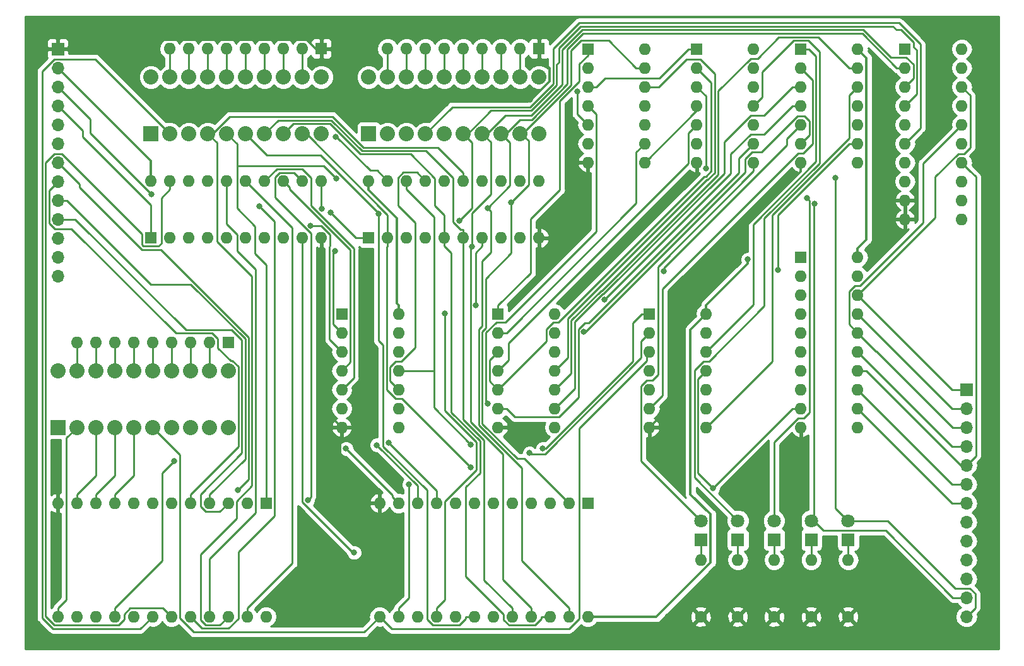
<source format=gbl>
G04 #@! TF.GenerationSoftware,KiCad,Pcbnew,5.0.2+dfsg1-1*
G04 #@! TF.CreationDate,2019-08-03T20:00:24+02:00*
G04 #@! TF.ProjectId,ALU,414c552e-6b69-4636-9164-5f7063625858,rev?*
G04 #@! TF.SameCoordinates,Original*
G04 #@! TF.FileFunction,Copper,L2,Bot*
G04 #@! TF.FilePolarity,Positive*
%FSLAX46Y46*%
G04 Gerber Fmt 4.6, Leading zero omitted, Abs format (unit mm)*
G04 Created by KiCad (PCBNEW 5.0.2+dfsg1-1) date za 03 aug 2019 20:00:24 CEST*
%MOMM*%
%LPD*%
G01*
G04 APERTURE LIST*
G04 #@! TA.AperFunction,ComponentPad*
%ADD10O,1.600000X1.600000*%
G04 #@! TD*
G04 #@! TA.AperFunction,ComponentPad*
%ADD11R,1.600000X1.600000*%
G04 #@! TD*
G04 #@! TA.AperFunction,ComponentPad*
%ADD12O,1.700000X1.700000*%
G04 #@! TD*
G04 #@! TA.AperFunction,ComponentPad*
%ADD13R,1.700000X1.700000*%
G04 #@! TD*
G04 #@! TA.AperFunction,ComponentPad*
%ADD14R,2.032000X2.032000*%
G04 #@! TD*
G04 #@! TA.AperFunction,ComponentPad*
%ADD15C,2.032000*%
G04 #@! TD*
G04 #@! TA.AperFunction,ComponentPad*
%ADD16R,1.800000X1.800000*%
G04 #@! TD*
G04 #@! TA.AperFunction,ComponentPad*
%ADD17C,1.800000*%
G04 #@! TD*
G04 #@! TA.AperFunction,ComponentPad*
%ADD18C,1.600000*%
G04 #@! TD*
G04 #@! TA.AperFunction,ViaPad*
%ADD19C,0.800000*%
G04 #@! TD*
G04 #@! TA.AperFunction,Conductor*
%ADD20C,0.350000*%
G04 #@! TD*
G04 #@! TA.AperFunction,Conductor*
%ADD21C,0.250000*%
G04 #@! TD*
G04 #@! TA.AperFunction,Conductor*
%ADD22C,0.254000*%
G04 #@! TD*
G04 APERTURE END LIST*
D10*
G04 #@! TO.P,U3,14*
G04 #@! TO.N,+5V*
X88900000Y-59690000D03*
G04 #@! TO.P,U3,7*
G04 #@! TO.N,GND*
X81280000Y-74930000D03*
G04 #@! TO.P,U3,13*
G04 #@! TO.N,Net-(U10-Pad6)*
X88900000Y-62230000D03*
G04 #@! TO.P,U3,6*
G04 #@! TO.N,Net-(U3-Pad6)*
X81280000Y-72390000D03*
G04 #@! TO.P,U3,12*
G04 #@! TO.N,Net-(U11-Pad9)*
X88900000Y-64770000D03*
G04 #@! TO.P,U3,5*
G04 #@! TO.N,/Cn4_B*
X81280000Y-69850000D03*
G04 #@! TO.P,U3,11*
G04 #@! TO.N,SHR*
X88900000Y-67310000D03*
G04 #@! TO.P,U3,4*
G04 #@! TO.N,Net-(U3-Pad4)*
X81280000Y-67310000D03*
G04 #@! TO.P,U3,10*
G04 #@! TO.N,~SHR*
X88900000Y-69850000D03*
G04 #@! TO.P,U3,3*
G04 #@! TO.N,/Cn4_B*
X81280000Y-64770000D03*
G04 #@! TO.P,U3,9*
G04 #@! TO.N,Net-(U10-Pad3)*
X88900000Y-72390000D03*
G04 #@! TO.P,U3,2*
G04 #@! TO.N,Net-(U3-Pad2)*
X81280000Y-62230000D03*
G04 #@! TO.P,U3,8*
G04 #@! TO.N,Net-(U3-Pad8)*
X88900000Y-74930000D03*
D11*
G04 #@! TO.P,U3,1*
G04 #@! TO.N,/Cn4_A*
X81280000Y-59690000D03*
G04 #@! TD*
G04 #@! TO.P,U8,1*
G04 #@! TO.N,Net-(U7-Pad3)*
X107950000Y-24130000D03*
D10*
G04 #@! TO.P,U8,8*
G04 #@! TO.N,Fc*
X115570000Y-39370000D03*
G04 #@! TO.P,U8,2*
G04 #@! TO.N,/Cn4_B*
X107950000Y-26670000D03*
G04 #@! TO.P,U8,9*
G04 #@! TO.N,Net-(U3-Pad6)*
X115570000Y-36830000D03*
G04 #@! TO.P,U8,3*
G04 #@! TO.N,Flt*
X107950000Y-29210000D03*
G04 #@! TO.P,U8,10*
G04 #@! TO.N,Net-(U7-Pad11)*
X115570000Y-34290000D03*
G04 #@! TO.P,U8,4*
G04 #@! TO.N,Net-(U7-Pad8)*
X107950000Y-31750000D03*
G04 #@! TO.P,U8,11*
G04 #@! TO.N,Fz*
X115570000Y-31750000D03*
G04 #@! TO.P,U8,5*
G04 #@! TO.N,Net-(U3-Pad4)*
X107950000Y-34290000D03*
G04 #@! TO.P,U8,12*
G04 #@! TO.N,Net-(U10-Pad11)*
X115570000Y-29210000D03*
G04 #@! TO.P,U8,6*
G04 #@! TO.N,Fgt*
X107950000Y-36830000D03*
G04 #@! TO.P,U8,13*
G04 #@! TO.N,SHRz*
X115570000Y-26670000D03*
G04 #@! TO.P,U8,7*
G04 #@! TO.N,GND*
X107950000Y-39370000D03*
G04 #@! TO.P,U8,14*
G04 #@! TO.N,+5V*
X115570000Y-24130000D03*
G04 #@! TD*
G04 #@! TO.P,U9,14*
G04 #@! TO.N,+5V*
X109220000Y-59690000D03*
G04 #@! TO.P,U9,7*
G04 #@! TO.N,GND*
X101600000Y-74930000D03*
G04 #@! TO.P,U9,13*
G04 #@! TO.N,Net-(BAR3-Pad7)*
X109220000Y-62230000D03*
G04 #@! TO.P,U9,6*
G04 #@! TO.N,Net-(U10-Pad2)*
X101600000Y-72390000D03*
G04 #@! TO.P,U9,12*
G04 #@! TO.N,Net-(U10-Pad1)*
X109220000Y-64770000D03*
G04 #@! TO.P,U9,5*
G04 #@! TO.N,Net-(BAR3-Pad4)*
X101600000Y-69850000D03*
G04 #@! TO.P,U9,11*
G04 #@! TO.N,Net-(BAR3-Pad2)*
X109220000Y-67310000D03*
G04 #@! TO.P,U9,4*
G04 #@! TO.N,Net-(BAR3-Pad5)*
X101600000Y-67310000D03*
G04 #@! TO.P,U9,10*
G04 #@! TO.N,Net-(BAR3-Pad3)*
X109220000Y-69850000D03*
G04 #@! TO.P,U9,3*
G04 #@! TO.N,Net-(BAR3-Pad6)*
X101600000Y-64770000D03*
G04 #@! TO.P,U9,9*
G04 #@! TO.N,Net-(U3-Pad8)*
X109220000Y-72390000D03*
G04 #@! TO.P,U9,2*
G04 #@! TO.N,Net-(BAR3-Pad8)*
X101600000Y-62230000D03*
G04 #@! TO.P,U9,8*
G04 #@! TO.N,Net-(U10-Pad12)*
X109220000Y-74930000D03*
D11*
G04 #@! TO.P,U9,1*
G04 #@! TO.N,Net-(BAR3-Pad9)*
X101600000Y-59690000D03*
G04 #@! TD*
G04 #@! TO.P,U10,1*
G04 #@! TO.N,Net-(U10-Pad1)*
X121920000Y-24130000D03*
D10*
G04 #@! TO.P,U10,8*
G04 #@! TO.N,SHRz*
X129540000Y-39370000D03*
G04 #@! TO.P,U10,2*
G04 #@! TO.N,Net-(U10-Pad2)*
X121920000Y-26670000D03*
G04 #@! TO.P,U10,9*
G04 #@! TO.N,Net-(U10-Pad9)*
X129540000Y-36830000D03*
G04 #@! TO.P,U10,3*
G04 #@! TO.N,Net-(U10-Pad3)*
X121920000Y-29210000D03*
G04 #@! TO.P,U10,10*
G04 #@! TO.N,SHR*
X129540000Y-34290000D03*
G04 #@! TO.P,U10,4*
G04 #@! TO.N,Net-(U10-Pad4)*
X121920000Y-31750000D03*
G04 #@! TO.P,U10,11*
G04 #@! TO.N,Net-(U10-Pad11)*
X129540000Y-31750000D03*
G04 #@! TO.P,U10,5*
G04 #@! TO.N,Net-(U10-Pad5)*
X121920000Y-34290000D03*
G04 #@! TO.P,U10,12*
G04 #@! TO.N,Net-(U10-Pad12)*
X129540000Y-29210000D03*
G04 #@! TO.P,U10,6*
G04 #@! TO.N,Net-(U10-Pad6)*
X121920000Y-36830000D03*
G04 #@! TO.P,U10,13*
G04 #@! TO.N,~SHR*
X129540000Y-26670000D03*
G04 #@! TO.P,U10,7*
G04 #@! TO.N,GND*
X121920000Y-39370000D03*
G04 #@! TO.P,U10,14*
G04 #@! TO.N,+5V*
X129540000Y-24130000D03*
G04 #@! TD*
G04 #@! TO.P,U7,14*
G04 #@! TO.N,+5V*
X100965000Y-24130000D03*
G04 #@! TO.P,U7,7*
G04 #@! TO.N,GND*
X93345000Y-39370000D03*
G04 #@! TO.P,U7,13*
G04 #@! TO.N,SHRc*
X100965000Y-26670000D03*
G04 #@! TO.P,U7,6*
G04 #@! TO.N,Feq*
X93345000Y-36830000D03*
G04 #@! TO.P,U7,12*
G04 #@! TO.N,SHR*
X100965000Y-29210000D03*
G04 #@! TO.P,U7,5*
G04 #@! TO.N,/A=B_B*
X93345000Y-34290000D03*
G04 #@! TO.P,U7,11*
G04 #@! TO.N,Net-(U7-Pad11)*
X100965000Y-31750000D03*
G04 #@! TO.P,U7,4*
G04 #@! TO.N,/A=B_A*
X93345000Y-31750000D03*
G04 #@! TO.P,U7,10*
G04 #@! TO.N,Net-(U3-Pad4)*
X100965000Y-34290000D03*
G04 #@! TO.P,U7,3*
G04 #@! TO.N,Net-(U7-Pad3)*
X93345000Y-29210000D03*
G04 #@! TO.P,U7,9*
G04 #@! TO.N,Net-(U3-Pad2)*
X100965000Y-36830000D03*
G04 #@! TO.P,U7,2*
G04 #@! TO.N,/Cn4_B*
X93345000Y-26670000D03*
G04 #@! TO.P,U7,8*
G04 #@! TO.N,Net-(U7-Pad8)*
X100965000Y-39370000D03*
D11*
G04 #@! TO.P,U7,1*
G04 #@! TO.N,/Cn4_A*
X93345000Y-24130000D03*
G04 #@! TD*
G04 #@! TO.P,U11,1*
G04 #@! TO.N,DATA_BUS0*
X60325000Y-59690000D03*
D10*
G04 #@! TO.P,U11,8*
G04 #@! TO.N,Net-(U10-Pad9)*
X67945000Y-74930000D03*
G04 #@! TO.P,U11,2*
G04 #@! TO.N,DATA_BUS1*
X60325000Y-62230000D03*
G04 #@! TO.P,U11,9*
G04 #@! TO.N,Net-(U11-Pad9)*
X67945000Y-72390000D03*
G04 #@! TO.P,U11,3*
G04 #@! TO.N,DATA_BUS3*
X60325000Y-64770000D03*
G04 #@! TO.P,U11,10*
G04 #@! TO.N,DATA_BUS6*
X67945000Y-69850000D03*
G04 #@! TO.P,U11,4*
G04 #@! TO.N,DATA_BUS4*
X60325000Y-67310000D03*
G04 #@! TO.P,U11,11*
G04 #@! TO.N,DATA_BUS7*
X67945000Y-67310000D03*
G04 #@! TO.P,U11,5*
G04 #@! TO.N,DATA_BUS5*
X60325000Y-69850000D03*
G04 #@! TO.P,U11,12*
G04 #@! TO.N,Net-(U10-Pad4)*
X67945000Y-64770000D03*
G04 #@! TO.P,U11,6*
G04 #@! TO.N,Net-(U10-Pad5)*
X60325000Y-72390000D03*
G04 #@! TO.P,U11,13*
G04 #@! TO.N,DATA_BUS2*
X67945000Y-62230000D03*
G04 #@! TO.P,U11,7*
G04 #@! TO.N,GND*
X60325000Y-74930000D03*
G04 #@! TO.P,U11,14*
G04 #@! TO.N,+5V*
X67945000Y-59690000D03*
G04 #@! TD*
D11*
G04 #@! TO.P,U12,1*
G04 #@! TO.N,+5V*
X121920000Y-52070000D03*
D10*
G04 #@! TO.P,U12,11*
G04 #@! TO.N,DATA_BUS7*
X129540000Y-74930000D03*
G04 #@! TO.P,U12,2*
G04 #@! TO.N,Net-(BAR3-Pad9)*
X121920000Y-54610000D03*
G04 #@! TO.P,U12,12*
G04 #@! TO.N,DATA_BUS6*
X129540000Y-72390000D03*
G04 #@! TO.P,U12,3*
G04 #@! TO.N,Net-(BAR3-Pad8)*
X121920000Y-57150000D03*
G04 #@! TO.P,U12,13*
G04 #@! TO.N,DATA_BUS5*
X129540000Y-69850000D03*
G04 #@! TO.P,U12,4*
G04 #@! TO.N,Net-(BAR3-Pad7)*
X121920000Y-59690000D03*
G04 #@! TO.P,U12,14*
G04 #@! TO.N,DATA_BUS4*
X129540000Y-67310000D03*
G04 #@! TO.P,U12,5*
G04 #@! TO.N,Net-(BAR3-Pad6)*
X121920000Y-62230000D03*
G04 #@! TO.P,U12,15*
G04 #@! TO.N,DATA_BUS3*
X129540000Y-64770000D03*
G04 #@! TO.P,U12,6*
G04 #@! TO.N,Net-(BAR3-Pad5)*
X121920000Y-64770000D03*
G04 #@! TO.P,U12,16*
G04 #@! TO.N,DATA_BUS2*
X129540000Y-62230000D03*
G04 #@! TO.P,U12,7*
G04 #@! TO.N,Net-(BAR3-Pad4)*
X121920000Y-67310000D03*
G04 #@! TO.P,U12,17*
G04 #@! TO.N,DATA_BUS1*
X129540000Y-59690000D03*
G04 #@! TO.P,U12,8*
G04 #@! TO.N,Net-(BAR3-Pad3)*
X121920000Y-69850000D03*
G04 #@! TO.P,U12,18*
G04 #@! TO.N,DATA_BUS0*
X129540000Y-57150000D03*
G04 #@! TO.P,U12,9*
G04 #@! TO.N,Net-(BAR3-Pad2)*
X121920000Y-72390000D03*
G04 #@! TO.P,U12,19*
G04 #@! TO.N,~ALU_OUT*
X129540000Y-54610000D03*
G04 #@! TO.P,U12,10*
G04 #@! TO.N,GND*
X121920000Y-74930000D03*
G04 #@! TO.P,U12,20*
G04 #@! TO.N,+5V*
X129540000Y-52070000D03*
G04 #@! TD*
D12*
G04 #@! TO.P,J1,13*
G04 #@! TO.N,SHR*
X22225000Y-54610000D03*
G04 #@! TO.P,J1,12*
G04 #@! TO.N,Cn*
X22225000Y-52070000D03*
G04 #@! TO.P,J1,11*
G04 #@! TO.N,M*
X22225000Y-49530000D03*
G04 #@! TO.P,J1,10*
G04 #@! TO.N,S3*
X22225000Y-46990000D03*
G04 #@! TO.P,J1,9*
G04 #@! TO.N,S2*
X22225000Y-44450000D03*
G04 #@! TO.P,J1,8*
G04 #@! TO.N,S1*
X22225000Y-41910000D03*
G04 #@! TO.P,J1,7*
G04 #@! TO.N,S0*
X22225000Y-39370000D03*
G04 #@! TO.P,J1,6*
G04 #@! TO.N,~ALU_OUT*
X22225000Y-36830000D03*
G04 #@! TO.P,J1,5*
G04 #@! TO.N,~AY_LOAD*
X22225000Y-34290000D03*
G04 #@! TO.P,J1,4*
G04 #@! TO.N,~AX_LOAD*
X22225000Y-31750000D03*
G04 #@! TO.P,J1,3*
G04 #@! TO.N,CLOCK*
X22225000Y-29210000D03*
G04 #@! TO.P,J1,2*
G04 #@! TO.N,+5V*
X22225000Y-26670000D03*
D13*
G04 #@! TO.P,J1,1*
G04 #@! TO.N,GND*
X22225000Y-24130000D03*
G04 #@! TD*
G04 #@! TO.P,J2,1*
G04 #@! TO.N,DATA_BUS0*
X144145000Y-69850000D03*
D12*
G04 #@! TO.P,J2,2*
G04 #@! TO.N,DATA_BUS1*
X144145000Y-72390000D03*
G04 #@! TO.P,J2,3*
G04 #@! TO.N,DATA_BUS2*
X144145000Y-74930000D03*
G04 #@! TO.P,J2,4*
G04 #@! TO.N,DATA_BUS3*
X144145000Y-77470000D03*
G04 #@! TO.P,J2,5*
G04 #@! TO.N,DATA_BUS4*
X144145000Y-80010000D03*
G04 #@! TO.P,J2,6*
G04 #@! TO.N,DATA_BUS5*
X144145000Y-82550000D03*
G04 #@! TO.P,J2,7*
G04 #@! TO.N,DATA_BUS6*
X144145000Y-85090000D03*
G04 #@! TO.P,J2,8*
G04 #@! TO.N,DATA_BUS7*
X144145000Y-87630000D03*
G04 #@! TO.P,J2,9*
G04 #@! TO.N,Fc*
X144145000Y-90170000D03*
G04 #@! TO.P,J2,10*
G04 #@! TO.N,Fz*
X144145000Y-92710000D03*
G04 #@! TO.P,J2,11*
G04 #@! TO.N,Flt*
X144145000Y-95250000D03*
G04 #@! TO.P,J2,12*
G04 #@! TO.N,Feq*
X144145000Y-97790000D03*
G04 #@! TO.P,J2,13*
G04 #@! TO.N,Fgt*
X144145000Y-100330000D03*
G04 #@! TD*
D14*
G04 #@! TO.P,BAR2,1*
G04 #@! TO.N,Net-(BAR2-Pad1)*
X34725700Y-35510600D03*
D15*
G04 #@! TO.P,BAR2,2*
G04 #@! TO.N,Net-(BAR2-Pad2)*
X37265700Y-35510600D03*
G04 #@! TO.P,BAR2,3*
G04 #@! TO.N,Net-(BAR2-Pad3)*
X39805700Y-35510600D03*
G04 #@! TO.P,BAR2,4*
G04 #@! TO.N,Net-(BAR2-Pad4)*
X42345700Y-35510600D03*
G04 #@! TO.P,BAR2,13*
G04 #@! TO.N,Net-(BAR2-Pad13)*
X52505700Y-27890600D03*
G04 #@! TO.P,BAR2,14*
G04 #@! TO.N,Net-(BAR2-Pad14)*
X49965700Y-27890600D03*
G04 #@! TO.P,BAR2,15*
G04 #@! TO.N,Net-(BAR2-Pad15)*
X47425700Y-27890600D03*
G04 #@! TO.P,BAR2,16*
G04 #@! TO.N,Net-(BAR2-Pad16)*
X44885700Y-27890600D03*
G04 #@! TO.P,BAR2,5*
G04 #@! TO.N,Net-(BAR2-Pad5)*
X44885700Y-35510600D03*
G04 #@! TO.P,BAR2,6*
G04 #@! TO.N,Net-(BAR2-Pad6)*
X47425700Y-35510600D03*
G04 #@! TO.P,BAR2,7*
G04 #@! TO.N,Net-(BAR2-Pad7)*
X49965700Y-35510600D03*
G04 #@! TO.P,BAR2,8*
G04 #@! TO.N,Net-(BAR2-Pad8)*
X52505700Y-35510600D03*
G04 #@! TO.P,BAR2,12*
G04 #@! TO.N,Net-(BAR2-Pad12)*
X55045700Y-27890600D03*
G04 #@! TO.P,BAR2,11*
G04 #@! TO.N,Net-(BAR2-Pad11)*
X57585700Y-27890600D03*
G04 #@! TO.P,BAR2,10*
G04 #@! TO.N,Net-(BAR2-Pad10)*
X57585700Y-35510600D03*
G04 #@! TO.P,BAR2,9*
G04 #@! TO.N,Net-(BAR2-Pad9)*
X55045700Y-35510600D03*
G04 #@! TO.P,BAR2,17*
G04 #@! TO.N,Net-(BAR2-Pad17)*
X42345700Y-27890600D03*
G04 #@! TO.P,BAR2,18*
G04 #@! TO.N,Net-(BAR2-Pad18)*
X39805700Y-27890600D03*
G04 #@! TO.P,BAR2,19*
G04 #@! TO.N,Net-(BAR2-Pad19)*
X37265700Y-27890600D03*
G04 #@! TO.P,BAR2,20*
G04 #@! TO.N,Net-(BAR2-Pad20)*
X34725700Y-27890600D03*
G04 #@! TD*
G04 #@! TO.P,BAR1,20*
G04 #@! TO.N,Net-(BAR1-Pad20)*
X63935700Y-27890600D03*
G04 #@! TO.P,BAR1,19*
G04 #@! TO.N,Net-(BAR1-Pad19)*
X66475700Y-27890600D03*
G04 #@! TO.P,BAR1,18*
G04 #@! TO.N,Net-(BAR1-Pad18)*
X69015700Y-27890600D03*
G04 #@! TO.P,BAR1,17*
G04 #@! TO.N,Net-(BAR1-Pad17)*
X71555700Y-27890600D03*
G04 #@! TO.P,BAR1,9*
G04 #@! TO.N,SHRc*
X84255700Y-35510600D03*
G04 #@! TO.P,BAR1,10*
G04 #@! TO.N,Net-(BAR1-Pad10)*
X86795700Y-35510600D03*
G04 #@! TO.P,BAR1,11*
G04 #@! TO.N,Net-(BAR1-Pad11)*
X86795700Y-27890600D03*
G04 #@! TO.P,BAR1,12*
G04 #@! TO.N,Net-(BAR1-Pad12)*
X84255700Y-27890600D03*
G04 #@! TO.P,BAR1,8*
G04 #@! TO.N,Net-(BAR1-Pad8)*
X81715700Y-35510600D03*
G04 #@! TO.P,BAR1,7*
G04 #@! TO.N,Net-(BAR1-Pad7)*
X79175700Y-35510600D03*
G04 #@! TO.P,BAR1,6*
G04 #@! TO.N,Net-(BAR1-Pad6)*
X76635700Y-35510600D03*
G04 #@! TO.P,BAR1,5*
G04 #@! TO.N,Net-(BAR1-Pad5)*
X74095700Y-35510600D03*
G04 #@! TO.P,BAR1,16*
G04 #@! TO.N,Net-(BAR1-Pad16)*
X74095700Y-27890600D03*
G04 #@! TO.P,BAR1,15*
G04 #@! TO.N,Net-(BAR1-Pad15)*
X76635700Y-27890600D03*
G04 #@! TO.P,BAR1,14*
G04 #@! TO.N,Net-(BAR1-Pad14)*
X79175700Y-27890600D03*
G04 #@! TO.P,BAR1,13*
G04 #@! TO.N,Net-(BAR1-Pad13)*
X81715700Y-27890600D03*
G04 #@! TO.P,BAR1,4*
G04 #@! TO.N,Net-(BAR1-Pad4)*
X71555700Y-35510600D03*
G04 #@! TO.P,BAR1,3*
G04 #@! TO.N,Net-(BAR1-Pad3)*
X69015700Y-35510600D03*
G04 #@! TO.P,BAR1,2*
G04 #@! TO.N,Net-(BAR1-Pad2)*
X66475700Y-35510600D03*
D14*
G04 #@! TO.P,BAR1,1*
G04 #@! TO.N,Net-(BAR1-Pad1)*
X63935700Y-35510600D03*
G04 #@! TD*
G04 #@! TO.P,BAR3,1*
G04 #@! TO.N,Net-(BAR3-Pad1)*
X22225000Y-74930000D03*
D15*
G04 #@! TO.P,BAR3,2*
G04 #@! TO.N,Net-(BAR3-Pad2)*
X24765000Y-74930000D03*
G04 #@! TO.P,BAR3,3*
G04 #@! TO.N,Net-(BAR3-Pad3)*
X27305000Y-74930000D03*
G04 #@! TO.P,BAR3,4*
G04 #@! TO.N,Net-(BAR3-Pad4)*
X29845000Y-74930000D03*
G04 #@! TO.P,BAR3,13*
G04 #@! TO.N,Net-(BAR3-Pad13)*
X40005000Y-67310000D03*
G04 #@! TO.P,BAR3,14*
G04 #@! TO.N,Net-(BAR3-Pad14)*
X37465000Y-67310000D03*
G04 #@! TO.P,BAR3,15*
G04 #@! TO.N,Net-(BAR3-Pad15)*
X34925000Y-67310000D03*
G04 #@! TO.P,BAR3,16*
G04 #@! TO.N,Net-(BAR3-Pad16)*
X32385000Y-67310000D03*
G04 #@! TO.P,BAR3,5*
G04 #@! TO.N,Net-(BAR3-Pad5)*
X32385000Y-74930000D03*
G04 #@! TO.P,BAR3,6*
G04 #@! TO.N,Net-(BAR3-Pad6)*
X34925000Y-74930000D03*
G04 #@! TO.P,BAR3,7*
G04 #@! TO.N,Net-(BAR3-Pad7)*
X37465000Y-74930000D03*
G04 #@! TO.P,BAR3,8*
G04 #@! TO.N,Net-(BAR3-Pad8)*
X40005000Y-74930000D03*
G04 #@! TO.P,BAR3,12*
G04 #@! TO.N,Net-(BAR3-Pad12)*
X42545000Y-67310000D03*
G04 #@! TO.P,BAR3,11*
G04 #@! TO.N,Net-(BAR3-Pad11)*
X45085000Y-67310000D03*
G04 #@! TO.P,BAR3,10*
G04 #@! TO.N,Net-(BAR3-Pad10)*
X45085000Y-74930000D03*
G04 #@! TO.P,BAR3,9*
G04 #@! TO.N,Net-(BAR3-Pad9)*
X42545000Y-74930000D03*
G04 #@! TO.P,BAR3,17*
G04 #@! TO.N,Net-(BAR3-Pad17)*
X29845000Y-67310000D03*
G04 #@! TO.P,BAR3,18*
G04 #@! TO.N,Net-(BAR3-Pad18)*
X27305000Y-67310000D03*
G04 #@! TO.P,BAR3,19*
G04 #@! TO.N,Net-(BAR3-Pad19)*
X24765000Y-67310000D03*
G04 #@! TO.P,BAR3,20*
G04 #@! TO.N,Net-(BAR3-Pad20)*
X22225000Y-67310000D03*
G04 #@! TD*
D16*
G04 #@! TO.P,D1,1*
G04 #@! TO.N,Net-(D1-Pad1)*
X118329000Y-90011000D03*
D17*
G04 #@! TO.P,D1,2*
G04 #@! TO.N,Flt*
X118329000Y-87471000D03*
G04 #@! TD*
G04 #@! TO.P,D2,2*
G04 #@! TO.N,Feq*
X123304000Y-87471000D03*
D16*
G04 #@! TO.P,D2,1*
G04 #@! TO.N,Net-(D2-Pad1)*
X123304000Y-90011000D03*
G04 #@! TD*
G04 #@! TO.P,D3,1*
G04 #@! TO.N,Net-(D3-Pad1)*
X128279000Y-90011000D03*
D17*
G04 #@! TO.P,D3,2*
G04 #@! TO.N,Fgt*
X128279000Y-87471000D03*
G04 #@! TD*
G04 #@! TO.P,D4,2*
G04 #@! TO.N,Fc*
X108489000Y-87471000D03*
D16*
G04 #@! TO.P,D4,1*
G04 #@! TO.N,Net-(D4-Pad1)*
X108489000Y-90011000D03*
G04 #@! TD*
G04 #@! TO.P,D5,1*
G04 #@! TO.N,Net-(D5-Pad1)*
X113464000Y-90011000D03*
D17*
G04 #@! TO.P,D5,2*
G04 #@! TO.N,Fz*
X113464000Y-87471000D03*
G04 #@! TD*
D10*
G04 #@! TO.P,U1,20*
G04 #@! TO.N,+5V*
X63935700Y-41860600D03*
G04 #@! TO.P,U1,10*
G04 #@! TO.N,GND*
X86795700Y-49480600D03*
G04 #@! TO.P,U1,19*
G04 #@! TO.N,Net-(BAR2-Pad2)*
X66475700Y-41860600D03*
G04 #@! TO.P,U1,9*
G04 #@! TO.N,Net-(BAR2-Pad6)*
X84255700Y-49480600D03*
G04 #@! TO.P,U1,18*
G04 #@! TO.N,DATA_BUS7*
X69015700Y-41860600D03*
G04 #@! TO.P,U1,8*
G04 #@! TO.N,DATA_BUS3*
X81715700Y-49480600D03*
G04 #@! TO.P,U1,17*
G04 #@! TO.N,DATA_BUS6*
X71555700Y-41860600D03*
G04 #@! TO.P,U1,7*
G04 #@! TO.N,DATA_BUS2*
X79175700Y-49480600D03*
G04 #@! TO.P,U1,16*
G04 #@! TO.N,Net-(BAR2-Pad3)*
X74095700Y-41860600D03*
G04 #@! TO.P,U1,6*
G04 #@! TO.N,Net-(BAR2-Pad7)*
X76635700Y-49480600D03*
G04 #@! TO.P,U1,15*
G04 #@! TO.N,Net-(BAR2-Pad4)*
X76635700Y-41860600D03*
G04 #@! TO.P,U1,5*
G04 #@! TO.N,Net-(BAR2-Pad8)*
X74095700Y-49480600D03*
G04 #@! TO.P,U1,14*
G04 #@! TO.N,DATA_BUS5*
X79175700Y-41860600D03*
G04 #@! TO.P,U1,4*
G04 #@! TO.N,DATA_BUS1*
X71555700Y-49480600D03*
G04 #@! TO.P,U1,13*
G04 #@! TO.N,DATA_BUS4*
X81715700Y-41860600D03*
G04 #@! TO.P,U1,3*
G04 #@! TO.N,DATA_BUS0*
X69015700Y-49480600D03*
G04 #@! TO.P,U1,12*
G04 #@! TO.N,Net-(BAR2-Pad5)*
X84255700Y-41860600D03*
G04 #@! TO.P,U1,2*
G04 #@! TO.N,Net-(BAR2-Pad9)*
X66475700Y-49480600D03*
G04 #@! TO.P,U1,11*
G04 #@! TO.N,CLOCK*
X86795700Y-41860600D03*
D11*
G04 #@! TO.P,U1,1*
G04 #@! TO.N,~AY_LOAD*
X63935700Y-49480600D03*
G04 #@! TD*
G04 #@! TO.P,U2,1*
G04 #@! TO.N,~AX_LOAD*
X34725700Y-49480600D03*
D10*
G04 #@! TO.P,U2,11*
G04 #@! TO.N,CLOCK*
X57585700Y-41860600D03*
G04 #@! TO.P,U2,2*
G04 #@! TO.N,SHRc*
X37265700Y-49480600D03*
G04 #@! TO.P,U2,12*
G04 #@! TO.N,Net-(BAR1-Pad5)*
X55045700Y-41860600D03*
G04 #@! TO.P,U2,3*
G04 #@! TO.N,DATA_BUS0*
X39805700Y-49480600D03*
G04 #@! TO.P,U2,13*
G04 #@! TO.N,DATA_BUS4*
X52505700Y-41860600D03*
G04 #@! TO.P,U2,4*
G04 #@! TO.N,DATA_BUS1*
X42345700Y-49480600D03*
G04 #@! TO.P,U2,14*
G04 #@! TO.N,DATA_BUS5*
X49965700Y-41860600D03*
G04 #@! TO.P,U2,5*
G04 #@! TO.N,Net-(BAR1-Pad8)*
X44885700Y-49480600D03*
G04 #@! TO.P,U2,15*
G04 #@! TO.N,Net-(BAR1-Pad4)*
X47425700Y-41860600D03*
G04 #@! TO.P,U2,6*
G04 #@! TO.N,Net-(BAR1-Pad7)*
X47425700Y-49480600D03*
G04 #@! TO.P,U2,16*
G04 #@! TO.N,Net-(BAR1-Pad3)*
X44885700Y-41860600D03*
G04 #@! TO.P,U2,7*
G04 #@! TO.N,DATA_BUS2*
X49965700Y-49480600D03*
G04 #@! TO.P,U2,17*
G04 #@! TO.N,DATA_BUS6*
X42345700Y-41860600D03*
G04 #@! TO.P,U2,8*
G04 #@! TO.N,DATA_BUS3*
X52505700Y-49480600D03*
G04 #@! TO.P,U2,18*
G04 #@! TO.N,DATA_BUS7*
X39805700Y-41860600D03*
G04 #@! TO.P,U2,9*
G04 #@! TO.N,Net-(BAR1-Pad6)*
X55045700Y-49480600D03*
G04 #@! TO.P,U2,19*
G04 #@! TO.N,Net-(BAR1-Pad2)*
X37265700Y-41860600D03*
G04 #@! TO.P,U2,10*
G04 #@! TO.N,GND*
X57585700Y-49480600D03*
G04 #@! TO.P,U2,20*
G04 #@! TO.N,+5V*
X34725700Y-41860600D03*
G04 #@! TD*
D11*
G04 #@! TO.P,U6,1*
G04 #@! TO.N,+5V*
X135890000Y-24130000D03*
D10*
G04 #@! TO.P,U6,11*
G04 #@! TO.N,DATA_BUS7*
X143510000Y-46990000D03*
G04 #@! TO.P,U6,2*
G04 #@! TO.N,Net-(BAR1-Pad8)*
X135890000Y-26670000D03*
G04 #@! TO.P,U6,12*
G04 #@! TO.N,DATA_BUS6*
X143510000Y-44450000D03*
G04 #@! TO.P,U6,3*
G04 #@! TO.N,Net-(BAR1-Pad7)*
X135890000Y-29210000D03*
G04 #@! TO.P,U6,13*
G04 #@! TO.N,DATA_BUS5*
X143510000Y-41910000D03*
G04 #@! TO.P,U6,4*
G04 #@! TO.N,Net-(BAR1-Pad6)*
X135890000Y-31750000D03*
G04 #@! TO.P,U6,14*
G04 #@! TO.N,DATA_BUS4*
X143510000Y-39370000D03*
G04 #@! TO.P,U6,5*
G04 #@! TO.N,Net-(BAR1-Pad5)*
X135890000Y-34290000D03*
G04 #@! TO.P,U6,15*
G04 #@! TO.N,DATA_BUS3*
X143510000Y-36830000D03*
G04 #@! TO.P,U6,6*
G04 #@! TO.N,Net-(BAR1-Pad4)*
X135890000Y-36830000D03*
G04 #@! TO.P,U6,16*
G04 #@! TO.N,DATA_BUS2*
X143510000Y-34290000D03*
G04 #@! TO.P,U6,7*
G04 #@! TO.N,Net-(BAR1-Pad3)*
X135890000Y-39370000D03*
G04 #@! TO.P,U6,17*
G04 #@! TO.N,DATA_BUS1*
X143510000Y-31750000D03*
G04 #@! TO.P,U6,8*
G04 #@! TO.N,Net-(BAR1-Pad2)*
X135890000Y-41910000D03*
G04 #@! TO.P,U6,18*
G04 #@! TO.N,DATA_BUS0*
X143510000Y-29210000D03*
G04 #@! TO.P,U6,9*
G04 #@! TO.N,GND*
X135890000Y-44450000D03*
G04 #@! TO.P,U6,19*
G04 #@! TO.N,~SHR*
X143510000Y-26670000D03*
G04 #@! TO.P,U6,10*
G04 #@! TO.N,GND*
X135890000Y-46990000D03*
G04 #@! TO.P,U6,20*
G04 #@! TO.N,+5V*
X143510000Y-24130000D03*
G04 #@! TD*
G04 #@! TO.P,U5,24*
G04 #@! TO.N,+5V*
X50165000Y-100330000D03*
G04 #@! TO.P,U5,12*
G04 #@! TO.N,GND*
X22225000Y-85090000D03*
G04 #@! TO.P,U5,23*
G04 #@! TO.N,Net-(BAR1-Pad4)*
X47625000Y-100330000D03*
G04 #@! TO.P,U5,11*
G04 #@! TO.N,Net-(BAR3-Pad3)*
X24765000Y-85090000D03*
G04 #@! TO.P,U5,22*
G04 #@! TO.N,Net-(BAR2-Pad4)*
X45085000Y-100330000D03*
G04 #@! TO.P,U5,10*
G04 #@! TO.N,Net-(BAR3-Pad4)*
X27305000Y-85090000D03*
G04 #@! TO.P,U5,21*
G04 #@! TO.N,Net-(BAR1-Pad3)*
X42545000Y-100330000D03*
G04 #@! TO.P,U5,9*
G04 #@! TO.N,Net-(BAR3-Pad5)*
X29845000Y-85090000D03*
G04 #@! TO.P,U5,20*
G04 #@! TO.N,Net-(BAR2-Pad3)*
X40005000Y-100330000D03*
G04 #@! TO.P,U5,8*
G04 #@! TO.N,M*
X32385000Y-85090000D03*
G04 #@! TO.P,U5,19*
G04 #@! TO.N,Net-(BAR1-Pad2)*
X37465000Y-100330000D03*
G04 #@! TO.P,U5,7*
G04 #@! TO.N,/Cn4_A*
X34925000Y-85090000D03*
G04 #@! TO.P,U5,18*
G04 #@! TO.N,Net-(BAR2-Pad2)*
X34925000Y-100330000D03*
G04 #@! TO.P,U5,6*
G04 #@! TO.N,S0*
X37465000Y-85090000D03*
G04 #@! TO.P,U5,17*
G04 #@! TO.N,Net-(U5-Pad17)*
X32385000Y-100330000D03*
G04 #@! TO.P,U5,5*
G04 #@! TO.N,S1*
X40005000Y-85090000D03*
G04 #@! TO.P,U5,16*
G04 #@! TO.N,/Cn4_B*
X29845000Y-100330000D03*
G04 #@! TO.P,U5,4*
G04 #@! TO.N,S2*
X42545000Y-85090000D03*
G04 #@! TO.P,U5,15*
G04 #@! TO.N,Net-(U5-Pad15)*
X27305000Y-100330000D03*
G04 #@! TO.P,U5,3*
G04 #@! TO.N,S3*
X45085000Y-85090000D03*
G04 #@! TO.P,U5,14*
G04 #@! TO.N,/A=B_B*
X24765000Y-100330000D03*
G04 #@! TO.P,U5,2*
G04 #@! TO.N,Net-(BAR1-Pad5)*
X47625000Y-85090000D03*
G04 #@! TO.P,U5,13*
G04 #@! TO.N,Net-(BAR3-Pad2)*
X22225000Y-100330000D03*
D11*
G04 #@! TO.P,U5,1*
G04 #@! TO.N,Net-(BAR2-Pad5)*
X50165000Y-85090000D03*
G04 #@! TD*
D10*
G04 #@! TO.P,U4,24*
G04 #@! TO.N,+5V*
X93345000Y-100330000D03*
G04 #@! TO.P,U4,12*
G04 #@! TO.N,GND*
X65405000Y-85090000D03*
G04 #@! TO.P,U4,23*
G04 #@! TO.N,Net-(BAR1-Pad8)*
X90805000Y-100330000D03*
G04 #@! TO.P,U4,11*
G04 #@! TO.N,Net-(BAR3-Pad7)*
X67945000Y-85090000D03*
G04 #@! TO.P,U4,22*
G04 #@! TO.N,Net-(BAR2-Pad8)*
X88265000Y-100330000D03*
G04 #@! TO.P,U4,10*
G04 #@! TO.N,Net-(BAR3-Pad8)*
X70485000Y-85090000D03*
G04 #@! TO.P,U4,21*
G04 #@! TO.N,Net-(BAR1-Pad7)*
X85725000Y-100330000D03*
G04 #@! TO.P,U4,9*
G04 #@! TO.N,Net-(BAR3-Pad9)*
X73025000Y-85090000D03*
G04 #@! TO.P,U4,20*
G04 #@! TO.N,Net-(BAR2-Pad7)*
X83185000Y-100330000D03*
G04 #@! TO.P,U4,8*
G04 #@! TO.N,M*
X75565000Y-85090000D03*
G04 #@! TO.P,U4,19*
G04 #@! TO.N,Net-(BAR1-Pad6)*
X80645000Y-100330000D03*
G04 #@! TO.P,U4,7*
G04 #@! TO.N,Cn*
X78105000Y-85090000D03*
G04 #@! TO.P,U4,18*
G04 #@! TO.N,Net-(BAR2-Pad6)*
X78105000Y-100330000D03*
G04 #@! TO.P,U4,6*
G04 #@! TO.N,S0*
X80645000Y-85090000D03*
G04 #@! TO.P,U4,17*
G04 #@! TO.N,Net-(U4-Pad17)*
X75565000Y-100330000D03*
G04 #@! TO.P,U4,5*
G04 #@! TO.N,S1*
X83185000Y-85090000D03*
G04 #@! TO.P,U4,16*
G04 #@! TO.N,/Cn4_A*
X73025000Y-100330000D03*
G04 #@! TO.P,U4,4*
G04 #@! TO.N,S2*
X85725000Y-85090000D03*
G04 #@! TO.P,U4,15*
G04 #@! TO.N,Net-(U4-Pad15)*
X70485000Y-100330000D03*
G04 #@! TO.P,U4,3*
G04 #@! TO.N,S3*
X88265000Y-85090000D03*
G04 #@! TO.P,U4,14*
G04 #@! TO.N,/A=B_A*
X67945000Y-100330000D03*
G04 #@! TO.P,U4,2*
G04 #@! TO.N,SHRc*
X90805000Y-85090000D03*
G04 #@! TO.P,U4,13*
G04 #@! TO.N,Net-(BAR3-Pad6)*
X65405000Y-100330000D03*
D11*
G04 #@! TO.P,U4,1*
G04 #@! TO.N,Net-(BAR2-Pad9)*
X93345000Y-85090000D03*
G04 #@! TD*
G04 #@! TO.P,RN1,1*
G04 #@! TO.N,GND*
X86795700Y-24080600D03*
D10*
G04 #@! TO.P,RN1,2*
G04 #@! TO.N,Net-(BAR1-Pad12)*
X84255700Y-24080600D03*
G04 #@! TO.P,RN1,3*
G04 #@! TO.N,Net-(BAR1-Pad13)*
X81715700Y-24080600D03*
G04 #@! TO.P,RN1,4*
G04 #@! TO.N,Net-(BAR1-Pad14)*
X79175700Y-24080600D03*
G04 #@! TO.P,RN1,5*
G04 #@! TO.N,Net-(BAR1-Pad15)*
X76635700Y-24080600D03*
G04 #@! TO.P,RN1,6*
G04 #@! TO.N,Net-(BAR1-Pad16)*
X74095700Y-24080600D03*
G04 #@! TO.P,RN1,7*
G04 #@! TO.N,Net-(BAR1-Pad17)*
X71555700Y-24080600D03*
G04 #@! TO.P,RN1,8*
G04 #@! TO.N,Net-(BAR1-Pad18)*
X69015700Y-24080600D03*
G04 #@! TO.P,RN1,9*
G04 #@! TO.N,Net-(BAR1-Pad19)*
X66475700Y-24080600D03*
G04 #@! TD*
G04 #@! TO.P,RN2,9*
G04 #@! TO.N,Net-(BAR2-Pad19)*
X37265700Y-24080600D03*
G04 #@! TO.P,RN2,8*
G04 #@! TO.N,Net-(BAR2-Pad18)*
X39805700Y-24080600D03*
G04 #@! TO.P,RN2,7*
G04 #@! TO.N,Net-(BAR2-Pad17)*
X42345700Y-24080600D03*
G04 #@! TO.P,RN2,6*
G04 #@! TO.N,Net-(BAR2-Pad16)*
X44885700Y-24080600D03*
G04 #@! TO.P,RN2,5*
G04 #@! TO.N,Net-(BAR2-Pad15)*
X47425700Y-24080600D03*
G04 #@! TO.P,RN2,4*
G04 #@! TO.N,Net-(BAR2-Pad14)*
X49965700Y-24080600D03*
G04 #@! TO.P,RN2,3*
G04 #@! TO.N,Net-(BAR2-Pad13)*
X52505700Y-24080600D03*
G04 #@! TO.P,RN2,2*
G04 #@! TO.N,Net-(BAR2-Pad12)*
X55045700Y-24080600D03*
D11*
G04 #@! TO.P,RN2,1*
G04 #@! TO.N,GND*
X57585700Y-24080600D03*
G04 #@! TD*
G04 #@! TO.P,RN3,1*
G04 #@! TO.N,GND*
X45085000Y-63500000D03*
D10*
G04 #@! TO.P,RN3,2*
G04 #@! TO.N,Net-(BAR3-Pad12)*
X42545000Y-63500000D03*
G04 #@! TO.P,RN3,3*
G04 #@! TO.N,Net-(BAR3-Pad13)*
X40005000Y-63500000D03*
G04 #@! TO.P,RN3,4*
G04 #@! TO.N,Net-(BAR3-Pad14)*
X37465000Y-63500000D03*
G04 #@! TO.P,RN3,5*
G04 #@! TO.N,Net-(BAR3-Pad15)*
X34925000Y-63500000D03*
G04 #@! TO.P,RN3,6*
G04 #@! TO.N,Net-(BAR3-Pad16)*
X32385000Y-63500000D03*
G04 #@! TO.P,RN3,7*
G04 #@! TO.N,Net-(BAR3-Pad17)*
X29845000Y-63500000D03*
G04 #@! TO.P,RN3,8*
G04 #@! TO.N,Net-(BAR3-Pad18)*
X27305000Y-63500000D03*
G04 #@! TO.P,RN3,9*
G04 #@! TO.N,Net-(BAR3-Pad19)*
X24765000Y-63500000D03*
G04 #@! TD*
D18*
G04 #@! TO.P,R5,1*
G04 #@! TO.N,GND*
X113464000Y-100330000D03*
D10*
G04 #@! TO.P,R5,2*
G04 #@! TO.N,Net-(D5-Pad1)*
X113464000Y-92710000D03*
G04 #@! TD*
G04 #@! TO.P,R4,2*
G04 #@! TO.N,Net-(D4-Pad1)*
X108489000Y-92710000D03*
D18*
G04 #@! TO.P,R4,1*
G04 #@! TO.N,GND*
X108489000Y-100330000D03*
G04 #@! TD*
G04 #@! TO.P,R3,1*
G04 #@! TO.N,GND*
X128279000Y-100330000D03*
D10*
G04 #@! TO.P,R3,2*
G04 #@! TO.N,Net-(D3-Pad1)*
X128279000Y-92710000D03*
G04 #@! TD*
G04 #@! TO.P,R2,2*
G04 #@! TO.N,Net-(D2-Pad1)*
X123304000Y-92710000D03*
D18*
G04 #@! TO.P,R2,1*
G04 #@! TO.N,GND*
X123304000Y-100330000D03*
G04 #@! TD*
G04 #@! TO.P,R1,1*
G04 #@! TO.N,GND*
X118329000Y-100330000D03*
D10*
G04 #@! TO.P,R1,2*
G04 #@! TO.N,Net-(D1-Pad1)*
X118329000Y-92710000D03*
G04 #@! TD*
D19*
G04 #@! TO.N,GND*
X85584300Y-30891900D03*
G04 #@! TO.N,Net-(BAR2-Pad9)*
X77657000Y-80323800D03*
G04 #@! TO.N,SHRc*
X83042500Y-44737200D03*
G04 #@! TO.N,/A=B_A*
X79909100Y-71769200D03*
X69309300Y-82602300D03*
G04 #@! TO.N,/Cn4_A*
X74132300Y-59663800D03*
G04 #@! TO.N,S0*
X46401600Y-83317600D03*
G04 #@! TO.N,Net-(BAR2-Pad6)*
X65262100Y-46215800D03*
G04 #@! TO.N,Net-(BAR1-Pad6)*
X76110800Y-47192300D03*
X61976900Y-91738900D03*
G04 #@! TO.N,Net-(BAR3-Pad9)*
X66622700Y-76978400D03*
X87275800Y-77738300D03*
G04 #@! TO.N,Net-(BAR1-Pad7)*
X77763400Y-50626000D03*
G04 #@! TO.N,Net-(BAR3-Pad8)*
X85509900Y-78380900D03*
X65035400Y-77286600D03*
G04 #@! TO.N,Net-(BAR3-Pad7)*
X60888500Y-77778500D03*
G04 #@! TO.N,Net-(BAR1-Pad8)*
X79876200Y-45464800D03*
G04 #@! TO.N,+5V*
X114782900Y-52376700D03*
G04 #@! TO.N,Net-(BAR2-Pad3)*
X49246400Y-45257100D03*
G04 #@! TO.N,Net-(BAR2-Pad2)*
X59457300Y-35889500D03*
G04 #@! TO.N,/Cn4_B*
X37848200Y-79404500D03*
G04 #@! TO.N,/A=B_B*
X91888500Y-29824100D03*
G04 #@! TO.N,Net-(BAR1-Pad5)*
X55756800Y-84662700D03*
G04 #@! TO.N,Net-(BAR3-Pad2)*
X110110600Y-83074100D03*
G04 #@! TO.N,Net-(BAR2-Pad5)*
X59539600Y-41473900D03*
G04 #@! TO.N,DATA_BUS7*
X77657000Y-77213400D03*
G04 #@! TO.N,DATA_BUS3*
X56134000Y-47834800D03*
G04 #@! TO.N,DATA_BUS2*
X78314200Y-58512300D03*
G04 #@! TO.N,DATA_BUS1*
X59435400Y-51234800D03*
G04 #@! TO.N,CLOCK*
X34739900Y-43602700D03*
X57631200Y-45536100D03*
G04 #@! TO.N,~AY_LOAD*
X58824900Y-46103200D03*
G04 #@! TO.N,Net-(U10-Pad6)*
X92794500Y-62091900D03*
G04 #@! TO.N,Net-(U10-Pad5)*
X103542700Y-53978200D03*
G04 #@! TO.N,Net-(U10-Pad4)*
X95596900Y-57753700D03*
G04 #@! TO.N,Net-(U10-Pad9)*
X118828500Y-53816100D03*
G04 #@! TO.N,Fgt*
X126588900Y-41424900D03*
G04 #@! TO.N,Flt*
X109173900Y-40197100D03*
X122750900Y-44137300D03*
G04 #@! TO.N,Feq*
X123788000Y-44901300D03*
G04 #@! TD*
D20*
G04 #@! TO.N,GND*
X86795700Y-25255900D02*
X88200100Y-26660300D01*
X88200100Y-26660300D02*
X88200100Y-28454800D01*
X88200100Y-28454800D02*
X85763000Y-30891900D01*
X85763000Y-30891900D02*
X85584300Y-30891900D01*
X86795700Y-24080600D02*
X86795700Y-25255900D01*
X60325000Y-74930000D02*
X60325000Y-76105300D01*
X65405000Y-85090000D02*
X65405000Y-83914700D01*
X65405000Y-83914700D02*
X60112100Y-78621800D01*
X60112100Y-78621800D02*
X60112100Y-76318200D01*
X60112100Y-76318200D02*
X60325000Y-76105300D01*
X135890000Y-44450000D02*
X135890000Y-46990000D01*
X121920000Y-99638000D02*
X119021000Y-99638000D01*
X119021000Y-99638000D02*
X118329000Y-100330000D01*
X123304000Y-100330000D02*
X122612000Y-99638000D01*
X122612000Y-99638000D02*
X121920000Y-99638000D01*
X121920000Y-99638000D02*
X121920000Y-74930000D01*
X86795700Y-48305300D02*
X93345000Y-41756000D01*
X93345000Y-41756000D02*
X93345000Y-39370000D01*
X86795700Y-49480600D02*
X86795700Y-48305300D01*
X57585700Y-72190700D02*
X57585700Y-71120000D01*
X60325000Y-74930000D02*
X57585700Y-72190700D01*
X57585700Y-71120000D02*
X57585700Y-49480600D01*
X24650300Y-22904700D02*
X23425000Y-24130000D01*
X23425000Y-24130000D02*
X22225000Y-24130000D01*
X55601800Y-22904700D02*
X24650300Y-22904700D01*
X56777700Y-24080600D02*
X55601800Y-22904700D01*
X57585700Y-24080600D02*
X56777700Y-24080600D01*
X104242100Y-58223200D02*
X121920000Y-40545300D01*
X121920000Y-40545300D02*
X121920000Y-39370000D01*
X104242100Y-72287900D02*
X104242100Y-58223200D01*
X101600000Y-74930000D02*
X104242100Y-72287900D01*
D21*
G04 #@! TO.N,Net-(D1-Pad1)*
X118329000Y-92710000D02*
X118329000Y-90011000D01*
G04 #@! TO.N,Net-(D2-Pad1)*
X123304000Y-92710000D02*
X123304000Y-90011000D01*
G04 #@! TO.N,Net-(D3-Pad1)*
X128279000Y-92710000D02*
X128279000Y-90011000D01*
G04 #@! TO.N,Net-(D4-Pad1)*
X108489000Y-92710000D02*
X108489000Y-90011000D01*
G04 #@! TO.N,Net-(D5-Pad1)*
X113464000Y-92710000D02*
X113464000Y-90011000D01*
G04 #@! TO.N,Net-(BAR3-Pad19)*
X24765000Y-63500000D02*
X24765000Y-67310000D01*
G04 #@! TO.N,Net-(BAR3-Pad18)*
X27305000Y-63500000D02*
X27305000Y-67310000D01*
G04 #@! TO.N,Net-(BAR3-Pad17)*
X29845000Y-63500000D02*
X29845000Y-67310000D01*
G04 #@! TO.N,Net-(BAR3-Pad16)*
X32385000Y-63500000D02*
X32385000Y-67310000D01*
G04 #@! TO.N,Net-(BAR3-Pad15)*
X34925000Y-63500000D02*
X34925000Y-67310000D01*
G04 #@! TO.N,Net-(BAR3-Pad14)*
X37465000Y-63500000D02*
X37465000Y-67310000D01*
G04 #@! TO.N,Net-(BAR3-Pad13)*
X40005000Y-63500000D02*
X40005000Y-67310000D01*
G04 #@! TO.N,Net-(BAR3-Pad12)*
X42545000Y-63500000D02*
X42545000Y-67310000D01*
G04 #@! TO.N,Net-(BAR2-Pad19)*
X37265700Y-24080600D02*
X37265700Y-27890600D01*
G04 #@! TO.N,Net-(BAR2-Pad18)*
X39805700Y-24080600D02*
X39805700Y-27890600D01*
G04 #@! TO.N,Net-(BAR2-Pad17)*
X42345700Y-24080600D02*
X42345700Y-27890600D01*
G04 #@! TO.N,Net-(BAR2-Pad16)*
X44885700Y-24080600D02*
X44885700Y-27890600D01*
G04 #@! TO.N,Net-(BAR2-Pad15)*
X47425700Y-24080600D02*
X47425700Y-27890600D01*
G04 #@! TO.N,Net-(BAR2-Pad14)*
X49965700Y-24080600D02*
X49965700Y-27890600D01*
G04 #@! TO.N,Net-(BAR2-Pad13)*
X52505700Y-24080600D02*
X52505700Y-27890600D01*
G04 #@! TO.N,Net-(BAR2-Pad12)*
X55045700Y-24080600D02*
X55045700Y-27890600D01*
G04 #@! TO.N,Net-(BAR1-Pad12)*
X84255700Y-24080600D02*
X84255700Y-27890600D01*
G04 #@! TO.N,Net-(BAR1-Pad13)*
X81715700Y-24080600D02*
X81715700Y-27890600D01*
G04 #@! TO.N,Net-(BAR1-Pad14)*
X79175700Y-24080600D02*
X79175700Y-27890600D01*
G04 #@! TO.N,Net-(BAR1-Pad15)*
X76635700Y-24080600D02*
X76635700Y-27890600D01*
G04 #@! TO.N,Net-(BAR1-Pad16)*
X74095700Y-24080600D02*
X74095700Y-27890600D01*
G04 #@! TO.N,Net-(BAR1-Pad17)*
X71555700Y-24080600D02*
X71555700Y-27890600D01*
G04 #@! TO.N,Net-(BAR1-Pad18)*
X69015700Y-24080600D02*
X69015700Y-27890600D01*
G04 #@! TO.N,Net-(BAR1-Pad19)*
X66475700Y-24080600D02*
X66475700Y-27890600D01*
G04 #@! TO.N,Net-(BAR2-Pad9)*
X66475700Y-49480600D02*
X66475700Y-46400500D01*
X66475700Y-46400500D02*
X55585800Y-35510600D01*
X55585800Y-35510600D02*
X55045700Y-35510600D01*
X66475700Y-50043200D02*
X66475700Y-49480600D01*
X66475700Y-50043200D02*
X66475700Y-50605900D01*
X77657000Y-80323800D02*
X68406700Y-71073500D01*
X68406700Y-71073500D02*
X67515300Y-71073500D01*
X67515300Y-71073500D02*
X66322800Y-69881000D01*
X66322800Y-69881000D02*
X66322800Y-50758800D01*
X66322800Y-50758800D02*
X66475700Y-50605900D01*
G04 #@! TO.N,Net-(BAR3-Pad6)*
X38601500Y-78606500D02*
X34925000Y-74930000D01*
X38601500Y-100538400D02*
X38601500Y-78606500D01*
X40455200Y-102392100D02*
X38601500Y-100538400D01*
X65405000Y-100330000D02*
X63342900Y-102392100D01*
X63342900Y-102392100D02*
X40455200Y-102392100D01*
X65405000Y-100330000D02*
X67038800Y-101963800D01*
X67038800Y-101963800D02*
X90822200Y-101963800D01*
X90822200Y-101963800D02*
X92187600Y-100598400D01*
X92187600Y-100598400D02*
X92187600Y-75026400D01*
X101600000Y-65108110D02*
X101219000Y-65489110D01*
X101600000Y-64770000D02*
X101600000Y-65108110D01*
X101219000Y-65489110D02*
X101219000Y-65995000D01*
X92187600Y-75026400D02*
X101219000Y-65995000D01*
G04 #@! TO.N,SHRc*
X84496100Y-35553600D02*
X91077400Y-28972300D01*
X91077400Y-28972300D02*
X91077400Y-24322700D01*
X91077400Y-24322700D02*
X92434100Y-22966000D01*
X92434100Y-22966000D02*
X96135700Y-22966000D01*
X96135700Y-22966000D02*
X99839700Y-26670000D01*
X83042500Y-44737200D02*
X85389000Y-42390700D01*
X85389000Y-42390700D02*
X85389000Y-36446500D01*
X85389000Y-36446500D02*
X84496100Y-35553600D01*
X84255700Y-35510600D02*
X84298700Y-35553600D01*
X84298700Y-35553600D02*
X84496100Y-35553600D01*
X100965000Y-26670000D02*
X99839700Y-26670000D01*
X79176200Y-74430400D02*
X79176200Y-62051800D01*
X79176200Y-62051800D02*
X79626600Y-61601400D01*
X79626600Y-61601400D02*
X79626600Y-54944900D01*
X79626600Y-54944900D02*
X83042500Y-51529000D01*
X83042500Y-51529000D02*
X83042500Y-44737200D01*
X84836000Y-79121000D02*
X83866800Y-79121000D01*
X90805000Y-85090000D02*
X84836000Y-79121000D01*
X83866800Y-79121000D02*
X79176200Y-74430400D01*
G04 #@! TO.N,/A=B_A*
X67945000Y-99204700D02*
X69309300Y-97840400D01*
X69309300Y-97840400D02*
X69309300Y-82602300D01*
X93345000Y-31750000D02*
X94489400Y-32894400D01*
X94489400Y-32894400D02*
X94489400Y-48608800D01*
X94489400Y-48608800D02*
X82282800Y-60815400D01*
X82282800Y-60815400D02*
X81049500Y-60815400D01*
X81049500Y-60815400D02*
X79679800Y-62185100D01*
X79679800Y-62185100D02*
X79679800Y-71539900D01*
X79679800Y-71539900D02*
X79909100Y-71769200D01*
X67945000Y-100330000D02*
X67945000Y-99204700D01*
G04 #@! TO.N,S3*
X46898700Y-63217300D02*
X45506800Y-61825400D01*
X46898700Y-78343600D02*
X46898700Y-63217300D01*
X41348900Y-83893400D02*
X46898700Y-78343600D01*
X43936000Y-86239000D02*
X42046600Y-86239000D01*
X24569700Y-46990000D02*
X22225000Y-46990000D01*
X45506800Y-61825400D02*
X39405100Y-61825400D01*
X42046600Y-86239000D02*
X41348900Y-85541300D01*
X39405100Y-61825400D02*
X24569700Y-46990000D01*
X45085000Y-85090000D02*
X43936000Y-86239000D01*
X41348900Y-85541300D02*
X41348900Y-83893400D01*
G04 #@! TO.N,S2*
X42545000Y-83964700D02*
X47349000Y-79160700D01*
X47349000Y-79160700D02*
X47349000Y-63030700D01*
X47349000Y-63030700D02*
X40023700Y-55705400D01*
X40023700Y-55705400D02*
X34655700Y-55705400D01*
X34655700Y-55705400D02*
X23400300Y-44450000D01*
X22225000Y-44450000D02*
X23400300Y-44450000D01*
X42545000Y-85090000D02*
X42545000Y-83964700D01*
G04 #@! TO.N,/Cn4_A*
X73025000Y-99204700D02*
X74150300Y-98079400D01*
X74150300Y-98079400D02*
X74150300Y-84857900D01*
X74150300Y-84857900D02*
X78411000Y-80597200D01*
X78411000Y-80597200D02*
X78411000Y-76929300D01*
X78411000Y-76929300D02*
X74132300Y-72650600D01*
X74132300Y-72650600D02*
X74132300Y-59663800D01*
X73025000Y-100330000D02*
X73025000Y-99204700D01*
X81280000Y-58564700D02*
X81280000Y-59690000D01*
X93345000Y-24130000D02*
X93345000Y-24973900D01*
X93345000Y-24973900D02*
X92219700Y-26099200D01*
X89588300Y-31098300D02*
X89588300Y-43048300D01*
X92219700Y-26099200D02*
X92219700Y-28466900D01*
X85670400Y-54174300D02*
X81280000Y-58564700D01*
X85670400Y-46966200D02*
X85670400Y-54174300D01*
X89588300Y-43048300D02*
X85670400Y-46966200D01*
X92219700Y-28466900D02*
X89588300Y-31098300D01*
G04 #@! TO.N,S1*
X40005000Y-83964700D02*
X40005000Y-85090000D01*
X46446000Y-77523700D02*
X40005000Y-83964700D01*
X46446000Y-66766700D02*
X46446000Y-77523700D01*
X21791800Y-48260000D02*
X24018400Y-48260000D01*
X43701500Y-64245400D02*
X45424700Y-65968600D01*
X21049700Y-47517900D02*
X21791800Y-48260000D01*
X24018400Y-48260000D02*
X38034200Y-62275800D01*
X21049700Y-43085300D02*
X21049700Y-47517900D01*
X45647900Y-65968600D02*
X46446000Y-66766700D01*
X22225000Y-41910000D02*
X21049700Y-43085300D01*
X38034200Y-62275800D02*
X42929500Y-62275800D01*
X42929500Y-62275800D02*
X43701500Y-63047800D01*
X43701500Y-63047800D02*
X43701500Y-64245400D01*
X45424700Y-65968600D02*
X45647900Y-65968600D01*
G04 #@! TO.N,S0*
X47799300Y-81919900D02*
X46401600Y-83317600D01*
X47799300Y-62844100D02*
X47799300Y-81919900D01*
X22225000Y-39370000D02*
X25146000Y-42291000D01*
X25146000Y-42688500D02*
X33527300Y-51069800D01*
X33527300Y-51069800D02*
X36025000Y-51069800D01*
X25146000Y-42291000D02*
X25146000Y-42688500D01*
X36025000Y-51069800D02*
X47799300Y-62844100D01*
G04 #@! TO.N,Net-(BAR2-Pad6)*
X65262100Y-46215800D02*
X65262100Y-46170600D01*
X65262100Y-46170600D02*
X57479500Y-38388000D01*
X57479500Y-38388000D02*
X50303100Y-38388000D01*
X50303100Y-38388000D02*
X47425700Y-35510600D01*
X76979700Y-100330000D02*
X76979700Y-100611300D01*
X76979700Y-100611300D02*
X76115900Y-101475100D01*
X76115900Y-101475100D02*
X72509600Y-101475100D01*
X72509600Y-101475100D02*
X71755000Y-100720500D01*
X71755000Y-100720500D02*
X71755000Y-83369300D01*
X71755000Y-83369300D02*
X65872400Y-77486700D01*
X65872400Y-77486700D02*
X65872400Y-63883800D01*
X65872400Y-63883800D02*
X65262100Y-63273500D01*
X65262100Y-63273500D02*
X65262100Y-46215800D01*
X78105000Y-100330000D02*
X76979700Y-100330000D01*
G04 #@! TO.N,Net-(BAR1-Pad6)*
X76932300Y-35807100D02*
X77774400Y-36649300D01*
X77774400Y-36649300D02*
X77774400Y-45528700D01*
X77774400Y-45528700D02*
X76110800Y-47192300D01*
X76932300Y-35807100D02*
X76635700Y-35510600D01*
X55045700Y-49480600D02*
X55045700Y-50605900D01*
X55045700Y-50605900D02*
X55031500Y-50620100D01*
X55031500Y-50620100D02*
X55031500Y-84963100D01*
X55031500Y-84963100D02*
X61807300Y-91738900D01*
X61807300Y-91738900D02*
X61976900Y-91738900D01*
X80353400Y-32386000D02*
X76932300Y-35807100D01*
X85753000Y-32386000D02*
X80353400Y-32386000D01*
X89150900Y-26222100D02*
X89150900Y-28988100D01*
X89441500Y-25931500D02*
X89150900Y-26222100D01*
X137020700Y-23196400D02*
X135384900Y-21560600D01*
X137471000Y-30169000D02*
X137471000Y-24283500D01*
X89441500Y-25743300D02*
X89441500Y-25931500D01*
X137020700Y-23833200D02*
X137020700Y-23196400D01*
X135384900Y-21560600D02*
X134748000Y-21560600D01*
X135890000Y-31750000D02*
X137471000Y-30169000D01*
X89150900Y-28988100D02*
X85753000Y-32386000D01*
X134748000Y-21560600D02*
X134297800Y-21110400D01*
X137471000Y-24283500D02*
X137020700Y-23833200D01*
X134297800Y-21110400D02*
X92310700Y-21110400D01*
X92310700Y-21110400D02*
X89459200Y-23961900D01*
X89459200Y-23961900D02*
X89459200Y-25725600D01*
X89459200Y-25725600D02*
X89441500Y-25743300D01*
G04 #@! TO.N,Net-(BAR2-Pad7)*
X49965700Y-35510600D02*
X51781300Y-33695000D01*
X51781300Y-33695000D02*
X58934200Y-33695000D01*
X58934200Y-33695000D02*
X63026600Y-37787400D01*
X63026600Y-37787400D02*
X71627600Y-37787400D01*
X71627600Y-37787400D02*
X75229200Y-41389000D01*
X75229200Y-41389000D02*
X75229200Y-47352600D01*
X75229200Y-47352600D02*
X76231900Y-48355300D01*
X76231900Y-48355300D02*
X76635700Y-48355300D01*
X76635700Y-49480600D02*
X76635700Y-48355300D01*
X83185000Y-99204700D02*
X79408400Y-95428100D01*
X79408400Y-95428100D02*
X79408300Y-95428100D01*
X79408300Y-95428100D02*
X79408300Y-76652800D01*
X79408300Y-76652800D02*
X76635700Y-73880200D01*
X76635700Y-73880200D02*
X76635700Y-49480600D01*
X83185000Y-100330000D02*
X83185000Y-99204700D01*
G04 #@! TO.N,Net-(BAR3-Pad9)*
X73025000Y-85090000D02*
X73025000Y-83380700D01*
X73025000Y-83380700D02*
X66622700Y-76978400D01*
X87683200Y-77738300D02*
X87275800Y-77738300D01*
X99337800Y-66083700D02*
X87683200Y-77738300D01*
X99337800Y-60902200D02*
X99337800Y-66083700D01*
X100550000Y-59690000D02*
X99337800Y-60902200D01*
X101600000Y-59690000D02*
X100550000Y-59690000D01*
G04 #@! TO.N,Net-(BAR1-Pad7)*
X77763400Y-50626000D02*
X77763400Y-46198800D01*
X77763400Y-46198800D02*
X80306800Y-43655400D01*
X80306800Y-43655400D02*
X80306800Y-36641300D01*
X80306800Y-36641300D02*
X79497400Y-35831900D01*
X79497400Y-35831900D02*
X79497000Y-35831900D01*
X79497000Y-35831900D02*
X79175700Y-35510600D01*
X85725000Y-99204700D02*
X81915000Y-95394700D01*
X81915000Y-95394700D02*
X81915000Y-78522600D01*
X81915000Y-78522600D02*
X77588900Y-74196500D01*
X77588900Y-74196500D02*
X77588900Y-50800500D01*
X77588900Y-50800500D02*
X77763400Y-50626000D01*
X85725000Y-100330000D02*
X85725000Y-99204700D01*
X82312600Y-33016700D02*
X79497400Y-35831900D01*
X85759200Y-33016700D02*
X82312600Y-33016700D01*
X89909500Y-28866400D02*
X85759200Y-33016700D01*
X92563400Y-21560800D02*
X89909500Y-24214700D01*
X130292400Y-21560800D02*
X92563400Y-21560800D01*
X135890000Y-29210000D02*
X137015300Y-28084700D01*
X137015300Y-28084700D02*
X137015300Y-26197900D01*
X89909500Y-24214700D02*
X89909500Y-28866400D01*
X137015300Y-26197900D02*
X136072800Y-25255400D01*
X136072800Y-25255400D02*
X133987000Y-25255400D01*
X133987000Y-25255400D02*
X130292400Y-21560800D01*
G04 #@! TO.N,Net-(BAR3-Pad8)*
X65035400Y-77286600D02*
X70485000Y-82736200D01*
X70485000Y-82736200D02*
X70485000Y-83964700D01*
X70485000Y-85090000D02*
X70485000Y-83964700D01*
X85612400Y-78483400D02*
X85509900Y-78380900D01*
X87588300Y-78483400D02*
X85612400Y-78483400D01*
X100474700Y-65597000D02*
X87588300Y-78483400D01*
X100474700Y-63355300D02*
X100474700Y-65597000D01*
X101600000Y-62230000D02*
X100474700Y-63355300D01*
G04 #@! TO.N,Net-(BAR2-Pad8)*
X74095700Y-49480600D02*
X74095700Y-46430700D01*
X74095700Y-46430700D02*
X72825700Y-45160700D01*
X72825700Y-45160700D02*
X72825700Y-41514000D01*
X72825700Y-41514000D02*
X69549400Y-38237700D01*
X69549400Y-38237700D02*
X62840000Y-38237700D01*
X62840000Y-38237700D02*
X58764000Y-34161700D01*
X58764000Y-34161700D02*
X53854600Y-34161700D01*
X53854600Y-34161700D02*
X52505700Y-35510600D01*
X74095700Y-50043200D02*
X74095700Y-49480600D01*
X74095700Y-50043200D02*
X74095700Y-50605900D01*
X87139700Y-100330000D02*
X87139700Y-100611300D01*
X87139700Y-100611300D02*
X86263300Y-101487700D01*
X86263300Y-101487700D02*
X82739900Y-101487700D01*
X82739900Y-101487700D02*
X82059600Y-100807400D01*
X82059600Y-100807400D02*
X82059600Y-99982400D01*
X82059600Y-99982400D02*
X76974100Y-94896900D01*
X76974100Y-94896900D02*
X76974100Y-82921500D01*
X76974100Y-82921500D02*
X78861300Y-81034300D01*
X78861300Y-81034300D02*
X78861300Y-76742700D01*
X78861300Y-76742700D02*
X75032800Y-72914200D01*
X75032800Y-72914200D02*
X75032800Y-51543000D01*
X75032800Y-51543000D02*
X74095700Y-50605900D01*
X88265000Y-100330000D02*
X87139700Y-100330000D01*
G04 #@! TO.N,Net-(BAR3-Pad7)*
X67145001Y-84035001D02*
X66676000Y-83566000D01*
X67145001Y-84290001D02*
X67145001Y-84035001D01*
X67945000Y-85090000D02*
X67145001Y-84290001D01*
X66676000Y-83566000D02*
X60888500Y-77778500D01*
G04 #@! TO.N,Net-(BAR1-Pad8)*
X134764700Y-26670000D02*
X130158100Y-22063400D01*
X130158100Y-22063400D02*
X92697700Y-22063400D01*
X92697700Y-22063400D02*
X90584700Y-24176400D01*
X90584700Y-24176400D02*
X90584700Y-28828100D01*
X90584700Y-28828100D02*
X85786700Y-33626100D01*
X85786700Y-33626100D02*
X84243200Y-33626100D01*
X84243200Y-33626100D02*
X82037200Y-35832100D01*
X135890000Y-26670000D02*
X134764700Y-26670000D01*
X82037200Y-35832100D02*
X81715700Y-35510600D01*
X79876200Y-45464800D02*
X82859500Y-42481500D01*
X82859500Y-42481500D02*
X82859500Y-36654400D01*
X82859500Y-36654400D02*
X82037200Y-35832100D01*
X90805000Y-99204700D02*
X84455000Y-92854700D01*
X84455000Y-92854700D02*
X84455000Y-80346000D01*
X84455000Y-80346000D02*
X84454900Y-80346000D01*
X84454900Y-80346000D02*
X78725900Y-74617000D01*
X78725900Y-74617000D02*
X78725900Y-61773200D01*
X78725900Y-61773200D02*
X79176200Y-61322900D01*
X79176200Y-61322900D02*
X79176200Y-52591500D01*
X79176200Y-52591500D02*
X80340100Y-51427600D01*
X80340100Y-51427600D02*
X80340100Y-45928700D01*
X80340100Y-45928700D02*
X79876200Y-45464800D01*
X90805000Y-100330000D02*
X90805000Y-99204700D01*
D20*
G04 #@! TO.N,+5V*
X67945000Y-58514700D02*
X67745800Y-58315500D01*
X67745800Y-58315500D02*
X67745800Y-46846000D01*
X67745800Y-46846000D02*
X63935700Y-43035900D01*
X63935700Y-41860600D02*
X63935700Y-43035900D01*
X67945000Y-59690000D02*
X67945000Y-58514700D01*
X109220000Y-58514700D02*
X114782900Y-52951800D01*
X114782900Y-52951800D02*
X114782900Y-52376700D01*
X109220000Y-59690000D02*
X109220000Y-58514700D01*
X34725700Y-39170700D02*
X34725700Y-41860600D01*
X22225000Y-26670000D02*
X34725700Y-39170700D01*
X129540000Y-50894700D02*
X129540000Y-52070000D01*
X130734000Y-49700700D02*
X129540000Y-50894700D01*
X130734000Y-25324000D02*
X130734000Y-49700700D01*
X129540000Y-24130000D02*
X130734000Y-25324000D01*
X109220000Y-59690000D02*
X107122100Y-61787900D01*
X107122100Y-61787900D02*
X107122100Y-83891900D01*
X102537100Y-100330000D02*
X93345000Y-100330000D01*
X109800700Y-93066400D02*
X102537100Y-100330000D01*
X107122100Y-83891900D02*
X109800700Y-86570500D01*
X109800700Y-86570500D02*
X109800700Y-93066400D01*
D21*
G04 #@! TO.N,Net-(BAR1-Pad4)*
X75130600Y-31935700D02*
X71555700Y-35510600D01*
X85566400Y-31935700D02*
X75130600Y-31935700D01*
X88700500Y-28801600D02*
X85566400Y-31935700D01*
X88700500Y-24076100D02*
X88700500Y-28801600D01*
X135890000Y-36830000D02*
X137959000Y-34761000D01*
X137959000Y-23497800D02*
X135077100Y-20615900D01*
X137959000Y-34761000D02*
X137959000Y-23497800D01*
X135077100Y-20615900D02*
X92160700Y-20615900D01*
X92160700Y-20615900D02*
X88700500Y-24076100D01*
X47625000Y-99204700D02*
X47625000Y-100330000D01*
X53666200Y-93163500D02*
X47625000Y-99204700D01*
X53666200Y-48101100D02*
X53666200Y-93163500D01*
X47425700Y-41860600D02*
X53666200Y-48101100D01*
G04 #@! TO.N,Net-(BAR3-Pad3)*
X24765000Y-85090000D02*
X24765000Y-83964700D01*
X24765000Y-83964700D02*
X27305000Y-81424700D01*
X27305000Y-81424700D02*
X27305000Y-74930000D01*
G04 #@! TO.N,Net-(BAR2-Pad4)*
X76635700Y-40735300D02*
X73237500Y-37337100D01*
X73237500Y-37337100D02*
X63213200Y-37337100D01*
X63213200Y-37337100D02*
X59057200Y-33181100D01*
X59057200Y-33181100D02*
X45275800Y-33181100D01*
X45275800Y-33181100D02*
X42646000Y-35810900D01*
X42646000Y-35810900D02*
X42345700Y-35510600D01*
X76635700Y-41860600D02*
X76635700Y-40735300D01*
X48249900Y-82778300D02*
X48249900Y-54645000D01*
X46210400Y-84817800D02*
X48249900Y-82778300D01*
X46210400Y-87113800D02*
X46210400Y-84817800D01*
X45085000Y-100330000D02*
X43954200Y-101460800D01*
X41375900Y-91948300D02*
X46210400Y-87113800D01*
X43954200Y-101460800D02*
X42082600Y-101460800D01*
X43544300Y-36709200D02*
X42646000Y-35810900D01*
X42082600Y-101460800D02*
X41375900Y-100754100D01*
X43544300Y-49939400D02*
X43544300Y-36709200D01*
X48249900Y-54645000D02*
X43544300Y-49939400D01*
X41375900Y-100754100D02*
X41375900Y-91948300D01*
G04 #@! TO.N,Net-(BAR3-Pad4)*
X29845000Y-74930000D02*
X29845000Y-81424700D01*
X29845000Y-81424700D02*
X27305000Y-83964700D01*
X27305000Y-85090000D02*
X27305000Y-83964700D01*
G04 #@! TO.N,Net-(BAR1-Pad3)*
X42545000Y-100330000D02*
X42545000Y-92600000D01*
X42545000Y-92600000D02*
X48757300Y-86387700D01*
X48757300Y-86387700D02*
X48757300Y-53684900D01*
X48757300Y-53684900D02*
X46300300Y-51227900D01*
X46300300Y-51227900D02*
X46300300Y-49021600D01*
X46300300Y-49021600D02*
X44885700Y-47607000D01*
X44885700Y-47607000D02*
X44885700Y-41860600D01*
G04 #@! TO.N,Net-(BAR3-Pad5)*
X29845000Y-85090000D02*
X29845000Y-83964700D01*
X29845000Y-83964700D02*
X32385000Y-81424700D01*
X32385000Y-81424700D02*
X32385000Y-74930000D01*
G04 #@! TO.N,Net-(BAR2-Pad3)*
X40005000Y-100330000D02*
X41586200Y-101911200D01*
X41586200Y-101911200D02*
X45127800Y-101911200D01*
X45127800Y-101911200D02*
X46441800Y-100597200D01*
X46441800Y-100597200D02*
X46441800Y-91667400D01*
X46441800Y-91667400D02*
X51290400Y-86818800D01*
X51290400Y-86818800D02*
X51290400Y-47301100D01*
X51290400Y-47301100D02*
X49246400Y-45257100D01*
G04 #@! TO.N,Net-(BAR1-Pad2)*
X37265700Y-42985900D02*
X37265700Y-41860600D01*
X36140400Y-50193700D02*
X36140400Y-44111200D01*
X35728100Y-50606000D02*
X36140400Y-50193700D01*
X33497500Y-50390200D02*
X33713300Y-50606000D01*
X33497500Y-48962300D02*
X33497500Y-50390200D01*
X20579700Y-39351300D02*
X21741100Y-38189900D01*
X33713300Y-50606000D02*
X35728100Y-50606000D01*
X31115000Y-100714600D02*
X30340600Y-101489000D01*
X31902800Y-99185800D02*
X31115000Y-99973600D01*
X37465000Y-100330000D02*
X36320800Y-99185800D01*
X36140400Y-44111200D02*
X37265700Y-42985900D01*
X30340600Y-101489000D02*
X21758700Y-101489000D01*
X21741100Y-38189900D02*
X22725100Y-38189900D01*
X36320800Y-99185800D02*
X31902800Y-99185800D01*
X21758700Y-101489000D02*
X20579700Y-100310000D01*
X31115000Y-99973600D02*
X31115000Y-100714600D01*
X20579700Y-100310000D02*
X20579700Y-39351300D01*
X22725100Y-38189900D02*
X33497500Y-48962300D01*
G04 #@! TO.N,Net-(BAR2-Pad2)*
X59588300Y-35889500D02*
X59457300Y-35889500D01*
X27230700Y-25475600D02*
X37265700Y-35510600D01*
X34925000Y-100330000D02*
X33292500Y-101962500D01*
X20110500Y-100481000D02*
X20110500Y-27121000D01*
X33292500Y-101962500D02*
X21592000Y-101962500D01*
X21755900Y-25475600D02*
X27230700Y-25475600D01*
X21592000Y-101962500D02*
X20110500Y-100481000D01*
X20110500Y-27121000D02*
X21755900Y-25475600D01*
X66475700Y-41860600D02*
X65051300Y-40436200D01*
X65051300Y-40436200D02*
X64135000Y-40436200D01*
X64135000Y-40436200D02*
X59588300Y-35889500D01*
G04 #@! TO.N,/Cn4_B*
X81280000Y-69287300D02*
X81288700Y-69278600D01*
X81280000Y-69850000D02*
X81280000Y-69287300D01*
X29845000Y-99204700D02*
X36195000Y-92854700D01*
X36195000Y-92854700D02*
X36195000Y-81057700D01*
X36195000Y-81057700D02*
X37848200Y-79404500D01*
X29845000Y-100330000D02*
X29845000Y-99204700D01*
X81280000Y-64770000D02*
X80154700Y-65895300D01*
X80154700Y-68724700D02*
X80154700Y-67310000D01*
X81280000Y-69850000D02*
X80154700Y-68724700D01*
X80154700Y-65895300D02*
X80154700Y-67310000D01*
X80154700Y-67310000D02*
X80154700Y-67809800D01*
X87774700Y-63355300D02*
X87774700Y-61976000D01*
X81280000Y-69850000D02*
X87774700Y-63355300D01*
X87774700Y-61976000D02*
X87774700Y-62457800D01*
X87774700Y-61707300D02*
X87774700Y-61976000D01*
X88666700Y-60815300D02*
X87774700Y-61707300D01*
X109899200Y-28619200D02*
X109899200Y-40515500D01*
X107950000Y-26670000D02*
X109899200Y-28619200D01*
X109899200Y-40515500D02*
X109181100Y-41233600D01*
X89366200Y-60815300D02*
X88666700Y-60815300D01*
X109181100Y-41233600D02*
X108947900Y-41233600D01*
X108947900Y-41233600D02*
X89366200Y-60815300D01*
G04 #@! TO.N,/A=B_B*
X91888500Y-32833500D02*
X91888500Y-31750000D01*
X93345000Y-34290000D02*
X91888500Y-32833500D01*
X91888500Y-31750000D02*
X91888500Y-29824100D01*
G04 #@! TO.N,Net-(BAR1-Pad5)*
X51958200Y-40735300D02*
X51341400Y-41352100D01*
X53920400Y-40735300D02*
X51958200Y-40735300D01*
X55045700Y-41860600D02*
X53920400Y-40735300D01*
X51341400Y-41352100D02*
X51341400Y-44079600D01*
X56176000Y-48914200D02*
X56176000Y-84243500D01*
X56176000Y-84243500D02*
X55756800Y-84662700D01*
X51341400Y-44079600D02*
X56176000Y-48914200D01*
G04 #@! TO.N,Net-(BAR3-Pad2)*
X120794700Y-72390000D02*
X110110600Y-83074100D01*
X121920000Y-72390000D02*
X120794700Y-72390000D01*
X22225000Y-100330000D02*
X22225000Y-99204700D01*
X22225000Y-99204700D02*
X23350300Y-98079400D01*
X23350300Y-98079400D02*
X23350300Y-76344700D01*
X23350300Y-76344700D02*
X24765000Y-74930000D01*
X108082600Y-81046100D02*
X110110600Y-83074100D01*
X108082600Y-68447400D02*
X108082600Y-81046100D01*
X109220000Y-67310000D02*
X108082600Y-68447400D01*
G04 #@! TO.N,Net-(BAR2-Pad5)*
X46247500Y-39787300D02*
X46247500Y-36872400D01*
X46247500Y-36872400D02*
X44885700Y-35510600D01*
X50165000Y-85090000D02*
X50165000Y-53088900D01*
X50165000Y-53088900D02*
X48695700Y-51619600D01*
X48695700Y-51619600D02*
X48695700Y-47976500D01*
X48695700Y-47976500D02*
X46247500Y-45528300D01*
X46247500Y-45528300D02*
X46247500Y-39787300D01*
X46247500Y-39787300D02*
X57853000Y-39787300D01*
X57853000Y-39787300D02*
X59539600Y-41473900D01*
G04 #@! TO.N,DATA_BUS7*
X72682500Y-67310000D02*
X72682500Y-72238900D01*
X72682500Y-72238900D02*
X77657000Y-77213400D01*
X69015700Y-42985900D02*
X72682500Y-46652700D01*
X72682500Y-46652700D02*
X72682500Y-67310000D01*
X72682500Y-67310000D02*
X69070300Y-67310000D01*
X67945000Y-67310000D02*
X69070300Y-67310000D01*
X69015700Y-41860600D02*
X69015700Y-42985900D01*
G04 #@! TO.N,DATA_BUS6*
X142240000Y-85090000D02*
X129540000Y-72390000D01*
X144145000Y-85090000D02*
X142875000Y-85090000D01*
X143510000Y-85090000D02*
X142875000Y-85090000D01*
X142875000Y-85090000D02*
X142240000Y-85090000D01*
X68272500Y-66040000D02*
X67581900Y-66040000D01*
X70141900Y-64170600D02*
X68272500Y-66040000D01*
X70141900Y-47398900D02*
X70141900Y-64170600D01*
X71555700Y-41860600D02*
X70379900Y-40684800D01*
X66819700Y-66802200D02*
X66819700Y-68724700D01*
X67851900Y-45108900D02*
X70141900Y-47398900D01*
X66819700Y-68724700D02*
X67945000Y-69850000D01*
X70379900Y-40684800D02*
X68595300Y-40684800D01*
X68595300Y-40684800D02*
X67851900Y-41428200D01*
X67581900Y-66040000D02*
X66819700Y-66802200D01*
X67851900Y-41428200D02*
X67851900Y-45108900D01*
G04 #@! TO.N,DATA_BUS5*
X51588600Y-40237700D02*
X49965700Y-41860600D01*
X60325000Y-69850000D02*
X61910500Y-68264500D01*
X61910500Y-50890600D02*
X56190800Y-45170900D01*
X55038400Y-40237700D02*
X51588600Y-40237700D01*
X56190800Y-45170900D02*
X56190800Y-41390100D01*
X61910500Y-68264500D02*
X61910500Y-50890600D01*
X56190800Y-41390100D02*
X55038400Y-40237700D01*
X142240000Y-82550000D02*
X143510000Y-82550000D01*
X129540000Y-69850000D02*
X142240000Y-82550000D01*
G04 #@! TO.N,DATA_BUS4*
X61450300Y-66184700D02*
X60325000Y-67310000D01*
X61450300Y-51067300D02*
X61450300Y-66184700D01*
X53305699Y-42922699D02*
X61450300Y-51067300D01*
X53305699Y-42660599D02*
X53305699Y-42922699D01*
X52505700Y-41860600D02*
X53305699Y-42660599D01*
X143510000Y-39370000D02*
X144691500Y-40551500D01*
X144145000Y-80010000D02*
X143510000Y-80010000D01*
X143365300Y-80010000D02*
X130665300Y-67310000D01*
X130665300Y-67310000D02*
X129540000Y-67310000D01*
X143510000Y-80010000D02*
X143365300Y-80010000D01*
X144994999Y-79160001D02*
X144145000Y-80010000D01*
X145415000Y-78740000D02*
X144994999Y-79160001D01*
X145415000Y-41275000D02*
X145415000Y-78740000D01*
X143510000Y-39370000D02*
X145415000Y-41275000D01*
G04 #@! TO.N,DATA_BUS3*
X142240000Y-77470000D02*
X129540000Y-64770000D01*
X144145000Y-77470000D02*
X142875000Y-77470000D01*
X143510000Y-77470000D02*
X142875000Y-77470000D01*
X142875000Y-77470000D02*
X142240000Y-77470000D01*
X58762500Y-50553500D02*
X58692800Y-50623200D01*
X57580900Y-47834800D02*
X58762500Y-49016400D01*
X58762500Y-49016400D02*
X58762500Y-50553500D01*
X56134000Y-47834800D02*
X57580900Y-47834800D01*
X58692800Y-50623200D02*
X58692800Y-63137800D01*
X58692800Y-63137800D02*
X60325000Y-64770000D01*
G04 #@! TO.N,DATA_BUS2*
X143510000Y-74930000D02*
X142334700Y-74930000D01*
X79175700Y-50605900D02*
X78314200Y-51467400D01*
X78314200Y-51467400D02*
X78314200Y-58512300D01*
X79175700Y-49480600D02*
X79175700Y-50605900D01*
X131985300Y-64675300D02*
X132080000Y-64675300D01*
X129540000Y-62230000D02*
X131985300Y-64675300D01*
X132080000Y-64675300D02*
X142334700Y-74930000D01*
X138358000Y-39442000D02*
X143510000Y-34290000D01*
X129189800Y-55880000D02*
X129889600Y-55880000D01*
X128414600Y-61104600D02*
X128414600Y-56655200D01*
X129540000Y-62230000D02*
X128414600Y-61104600D01*
X129889600Y-55880000D02*
X138358000Y-47411600D01*
X138358000Y-47411600D02*
X138358000Y-39442000D01*
X128414600Y-56655200D02*
X129189800Y-55880000D01*
X144145000Y-74930000D02*
X142875000Y-74930000D01*
X144145000Y-74930000D02*
X142334700Y-74930000D01*
G04 #@! TO.N,DATA_BUS1*
X59199700Y-51470500D02*
X59435400Y-51234800D01*
X59199700Y-61104700D02*
X59199700Y-51470500D01*
X60325000Y-62230000D02*
X59199700Y-61104700D01*
X142240000Y-72390000D02*
X143510000Y-72390000D01*
X129540000Y-59690000D02*
X142240000Y-72390000D01*
X144145000Y-72390000D02*
X142240000Y-72390000D01*
G04 #@! TO.N,DATA_BUS0*
X143510000Y-69850000D02*
X142334700Y-69850000D01*
X143510000Y-29210000D02*
X144636100Y-30336100D01*
X144636100Y-30336100D02*
X144636100Y-37344700D01*
X144636100Y-37344700D02*
X143812100Y-38168700D01*
X143812100Y-38168700D02*
X143089000Y-38168700D01*
X143089000Y-38168700D02*
X139969600Y-41288100D01*
X142240000Y-69850000D02*
X129540000Y-57150000D01*
X143510000Y-69850000D02*
X142240000Y-69850000D01*
X130339999Y-56350001D02*
X130355599Y-56350001D01*
X129540000Y-57150000D02*
X130339999Y-56350001D01*
X130355599Y-56350001D02*
X139969600Y-46736000D01*
X139969600Y-41288100D02*
X139969600Y-46736000D01*
G04 #@! TO.N,~SHR*
X128414700Y-26670000D02*
X129540000Y-26670000D01*
X95109900Y-56578100D02*
X95226800Y-56578100D01*
X110799800Y-29769100D02*
X115168900Y-25400000D01*
X91112300Y-60575700D02*
X95109900Y-56578100D01*
X95226800Y-56578100D02*
X110799800Y-41005100D01*
X115168900Y-25400000D02*
X116100200Y-25400000D01*
X116100200Y-25400000D02*
X118946000Y-22554200D01*
X118946000Y-22554200D02*
X124298900Y-22554200D01*
X88900000Y-69850000D02*
X91112300Y-67637700D01*
X91112300Y-67637700D02*
X91112300Y-60575700D01*
X110799800Y-41005100D02*
X110799800Y-29769100D01*
X124298900Y-22554200D02*
X128414700Y-26670000D01*
G04 #@! TO.N,~AX_LOAD*
X34725700Y-45105900D02*
X34725700Y-49480600D01*
X25527000Y-35052000D02*
X25527000Y-35907200D01*
X22225000Y-31750000D02*
X25527000Y-35052000D01*
X25527000Y-35907200D02*
X34725700Y-45105900D01*
G04 #@! TO.N,CLOCK*
X57585700Y-41860600D02*
X57585700Y-45490600D01*
X57585700Y-45490600D02*
X57631200Y-45536100D01*
X22225000Y-29210000D02*
X26570200Y-33555200D01*
X26570200Y-33555200D02*
X26570200Y-35433000D01*
X34739900Y-43602700D02*
X26570200Y-35433000D01*
G04 #@! TO.N,~AY_LOAD*
X62810400Y-49480600D02*
X62202300Y-49480600D01*
X62202300Y-49480600D02*
X58824900Y-46103200D01*
X63935700Y-49480600D02*
X62810400Y-49480600D01*
G04 #@! TO.N,Net-(U10-Pad6)*
X92794500Y-62091900D02*
X93040300Y-62091900D01*
X93040300Y-62091900D02*
X114444600Y-40687600D01*
X114444600Y-40687600D02*
X114444600Y-38865300D01*
X114444600Y-38865300D02*
X115354500Y-37955400D01*
X115354500Y-37955400D02*
X116647600Y-37955400D01*
X116647600Y-37955400D02*
X121486100Y-33116900D01*
X121486100Y-33116900D02*
X122367300Y-33116900D01*
X122367300Y-33116900D02*
X123045800Y-33795400D01*
X123045800Y-33795400D02*
X123045800Y-35704200D01*
X123045800Y-35704200D02*
X121920000Y-36830000D01*
G04 #@! TO.N,Net-(U10-Pad12)*
X128414700Y-30335300D02*
X129540000Y-29210000D01*
X118103100Y-46383500D02*
X128414700Y-36071900D01*
X128414700Y-36071900D02*
X128414700Y-30335300D01*
X118103100Y-66046900D02*
X118103100Y-46383500D01*
X109220000Y-74930000D02*
X118103100Y-66046900D01*
G04 #@! TO.N,Net-(U10-Pad5)*
X103542700Y-53511200D02*
X103542700Y-53978200D01*
X120015000Y-36195000D02*
X120015000Y-37038900D01*
X121920000Y-34290000D02*
X120015000Y-36195000D01*
X120015000Y-37038900D02*
X103542700Y-53511200D01*
G04 #@! TO.N,Net-(U10-Pad4)*
X121920000Y-31750000D02*
X120794700Y-31750000D01*
X95596900Y-57753700D02*
X112487000Y-40863600D01*
X112487000Y-40863600D02*
X112487000Y-38244100D01*
X112487000Y-38244100D02*
X115171100Y-35560000D01*
X115171100Y-35560000D02*
X116984700Y-35560000D01*
X116984700Y-35560000D02*
X120794700Y-31750000D01*
G04 #@! TO.N,SHR*
X102870000Y-29210000D02*
X100965000Y-29210000D01*
X106541100Y-25538900D02*
X102870000Y-29210000D01*
X108424500Y-25538900D02*
X106541100Y-25538900D01*
X110349500Y-40719800D02*
X110349500Y-27463900D01*
X88900000Y-67310000D02*
X90662000Y-65548000D01*
X90662000Y-65548000D02*
X90662000Y-60335500D01*
X109313600Y-41683900D02*
X109385400Y-41683900D01*
X109385400Y-41683900D02*
X110349500Y-40719800D01*
X110349500Y-27463900D02*
X108424500Y-25538900D01*
X90662000Y-60335500D02*
X109313600Y-41683900D01*
G04 #@! TO.N,Net-(U10-Pad3)*
X120794700Y-29210000D02*
X121920000Y-29210000D01*
X116984700Y-33020000D02*
X120794700Y-29210000D01*
X115183200Y-33020000D02*
X116984700Y-33020000D01*
X111640400Y-36562800D02*
X115183200Y-33020000D01*
X111640400Y-40801400D02*
X111640400Y-36562800D01*
X88900000Y-72390000D02*
X91562600Y-69727400D01*
X91562600Y-60762300D02*
X95296500Y-57028400D01*
X91562600Y-69727400D02*
X91562600Y-60762300D01*
X95413400Y-57028400D02*
X111640400Y-40801400D01*
X95296500Y-57028400D02*
X95413400Y-57028400D01*
G04 #@! TO.N,Net-(U10-Pad9)*
X118828500Y-53816100D02*
X118828500Y-46416200D01*
X118828500Y-46416200D02*
X128414700Y-36830000D01*
X129540000Y-36830000D02*
X128414700Y-36830000D01*
G04 #@! TO.N,Net-(U10-Pad2)*
X101600000Y-72390000D02*
X103392900Y-70597100D01*
X123510100Y-36849300D02*
X123510100Y-28260100D01*
X103392900Y-70597100D02*
X103392900Y-56305400D01*
X103392900Y-56305400D02*
X121598300Y-38100000D01*
X123510100Y-28260100D02*
X121920000Y-26670000D01*
X121598300Y-38100000D02*
X122259400Y-38100000D01*
X122259400Y-38100000D02*
X123510100Y-36849300D01*
G04 #@! TO.N,Net-(U10-Pad1)*
X123960500Y-39252300D02*
X123960500Y-25120500D01*
X109220000Y-64770000D02*
X115508300Y-58481700D01*
X123960500Y-25120500D02*
X122970000Y-24130000D01*
X122970000Y-24130000D02*
X121920000Y-24130000D01*
X115508300Y-58481700D02*
X115508300Y-47704500D01*
X115508300Y-47704500D02*
X123960500Y-39252300D01*
G04 #@! TO.N,Fgt*
X128279000Y-87471000D02*
X126588900Y-85780900D01*
X126588900Y-85780900D02*
X126588900Y-41424900D01*
X133605500Y-87471000D02*
X128279000Y-87471000D01*
X142654500Y-96520000D02*
X133605500Y-87471000D01*
X145320001Y-99154999D02*
X144994999Y-99480001D01*
X145320001Y-97225999D02*
X145320001Y-99154999D01*
X144994999Y-99480001D02*
X144145000Y-100330000D01*
X142875000Y-96520000D02*
X144614002Y-96520000D01*
X144614002Y-96520000D02*
X145320001Y-97225999D01*
X143924900Y-96520000D02*
X142875000Y-96520000D01*
X142875000Y-96520000D02*
X142654500Y-96520000D01*
G04 #@! TO.N,Net-(U3-Pad4)*
X82694600Y-65895400D02*
X81280000Y-67310000D01*
X82694600Y-63614700D02*
X82694600Y-65895400D01*
X106824700Y-39484600D02*
X82694600Y-63614700D01*
X106824700Y-35415300D02*
X106824700Y-39484600D01*
X107950000Y-34290000D02*
X106824700Y-35415300D01*
G04 #@! TO.N,Fz*
X107632300Y-81639300D02*
X113464000Y-87471000D01*
X122900900Y-23004600D02*
X124410800Y-24514500D01*
X120926200Y-23004600D02*
X122900900Y-23004600D01*
X116695300Y-27235500D02*
X120926200Y-23004600D01*
X124410800Y-39438900D02*
X116979800Y-46869900D01*
X115570000Y-31750000D02*
X116695300Y-30624700D01*
X116979800Y-58639000D02*
X109578800Y-66040000D01*
X116695300Y-30624700D02*
X116695300Y-27235500D01*
X109578800Y-66040000D02*
X108858400Y-66040000D01*
X107632300Y-67266100D02*
X107632300Y-81639300D01*
X124410800Y-24514500D02*
X124410800Y-39438900D01*
X116979800Y-46869900D02*
X116979800Y-58639000D01*
X108858400Y-66040000D02*
X107632300Y-67266100D01*
G04 #@! TO.N,Net-(U7-Pad8)*
X107950000Y-32385000D02*
X107950000Y-31750000D01*
X100965000Y-39370000D02*
X107950000Y-32385000D01*
G04 #@! TO.N,Flt*
X118329000Y-87471000D02*
X118329000Y-76894700D01*
X118329000Y-76894700D02*
X121563700Y-73660000D01*
X121563700Y-73660000D02*
X122304600Y-73660000D01*
X122304600Y-73660000D02*
X123045400Y-72919200D01*
X123045400Y-72919200D02*
X123045400Y-44431800D01*
X123045400Y-44431800D02*
X122750900Y-44137300D01*
X109173900Y-30433900D02*
X109173900Y-31750000D01*
X107950000Y-29210000D02*
X109173900Y-30433900D01*
X109173900Y-40197100D02*
X109173900Y-31750000D01*
G04 #@! TO.N,Net-(U3-Pad6)*
X81280000Y-72390000D02*
X82405300Y-72390000D01*
X115570000Y-36830000D02*
X113625100Y-38774900D01*
X113625100Y-38774900D02*
X113625100Y-40751400D01*
X113625100Y-40751400D02*
X93483800Y-60892700D01*
X93483800Y-60892700D02*
X92953200Y-60892700D01*
X92953200Y-60892700D02*
X92069200Y-61776700D01*
X92069200Y-61776700D02*
X92069200Y-70877400D01*
X92069200Y-70877400D02*
X89431300Y-73515300D01*
X89431300Y-73515300D02*
X83530600Y-73515300D01*
X83530600Y-73515300D02*
X82405300Y-72390000D01*
G04 #@! TO.N,Fc*
X115570000Y-39370000D02*
X115570000Y-40495300D01*
X108489000Y-87471000D02*
X100461300Y-79443300D01*
X100461300Y-79443300D02*
X100461300Y-69394000D01*
X100461300Y-69394000D02*
X101275300Y-68580000D01*
X101275300Y-68580000D02*
X102000400Y-68580000D01*
X102000400Y-68580000D02*
X102725300Y-67855100D01*
X102725300Y-67855100D02*
X102725300Y-53340000D01*
X102725300Y-53340000D02*
X115570000Y-40495300D01*
G04 #@! TO.N,Net-(U7-Pad3)*
X106824700Y-24130000D02*
X102924500Y-28030200D01*
X102924500Y-28030200D02*
X95650000Y-28030200D01*
X95650000Y-28030200D02*
X95650000Y-28030300D01*
X95650000Y-28030300D02*
X94470300Y-29210000D01*
X93345000Y-29210000D02*
X94470300Y-29210000D01*
X107950000Y-24130000D02*
X106824700Y-24130000D01*
G04 #@! TO.N,Net-(U3-Pad2)*
X82405300Y-62230000D02*
X81280000Y-62230000D01*
X99839700Y-44795600D02*
X82405300Y-62230000D01*
X99839700Y-37955300D02*
X99839700Y-44795600D01*
X100965000Y-36830000D02*
X99839700Y-37955300D01*
G04 #@! TO.N,Feq*
X123632700Y-87471000D02*
X123632700Y-45056600D01*
X123632700Y-45056600D02*
X123788000Y-44901300D01*
X123632700Y-87471000D02*
X123304000Y-87471000D01*
X142334700Y-97790000D02*
X133330300Y-88785600D01*
X133330300Y-88785600D02*
X124947300Y-88785600D01*
X124947300Y-88785600D02*
X123632700Y-87471000D01*
X143510000Y-97790000D02*
X142334700Y-97790000D01*
X144145000Y-97790000D02*
X142334700Y-97790000D01*
G04 #@! TD*
D22*
G04 #@! TO.N,GND*
G36*
X148515001Y-104700000D02*
X17855000Y-104700000D01*
X17855000Y-27121000D01*
X19335612Y-27121000D01*
X19350501Y-27195852D01*
X19350500Y-100406153D01*
X19335612Y-100481000D01*
X19350500Y-100555847D01*
X19350500Y-100555851D01*
X19394596Y-100777536D01*
X19562571Y-101028929D01*
X19626030Y-101071331D01*
X21001673Y-102446976D01*
X21044071Y-102510429D01*
X21107524Y-102552827D01*
X21107526Y-102552829D01*
X21218686Y-102627103D01*
X21295463Y-102678404D01*
X21517148Y-102722500D01*
X21517152Y-102722500D01*
X21591999Y-102737388D01*
X21666846Y-102722500D01*
X33217653Y-102722500D01*
X33292500Y-102737388D01*
X33367347Y-102722500D01*
X33367352Y-102722500D01*
X33589037Y-102678404D01*
X33840429Y-102510429D01*
X33882831Y-102446970D01*
X34601114Y-101728688D01*
X34783667Y-101765000D01*
X35066333Y-101765000D01*
X35484909Y-101681740D01*
X35959577Y-101364577D01*
X36195000Y-101012242D01*
X36430423Y-101364577D01*
X36905091Y-101681740D01*
X37323667Y-101765000D01*
X37606333Y-101765000D01*
X38024909Y-101681740D01*
X38411636Y-101423337D01*
X39864871Y-102876573D01*
X39907271Y-102940029D01*
X39970727Y-102982429D01*
X40158662Y-103108004D01*
X40206805Y-103117580D01*
X40380348Y-103152100D01*
X40380352Y-103152100D01*
X40455200Y-103166988D01*
X40530048Y-103152100D01*
X63268053Y-103152100D01*
X63342900Y-103166988D01*
X63417747Y-103152100D01*
X63417752Y-103152100D01*
X63639437Y-103108004D01*
X63890829Y-102940029D01*
X63933231Y-102876570D01*
X65081114Y-101728688D01*
X65263667Y-101765000D01*
X65546333Y-101765000D01*
X65728886Y-101728688D01*
X66448471Y-102448273D01*
X66490871Y-102511729D01*
X66742263Y-102679704D01*
X66963948Y-102723800D01*
X66963952Y-102723800D01*
X67038799Y-102738688D01*
X67113646Y-102723800D01*
X90747353Y-102723800D01*
X90822200Y-102738688D01*
X90897047Y-102723800D01*
X90897052Y-102723800D01*
X91118737Y-102679704D01*
X91370129Y-102511729D01*
X91412531Y-102448270D01*
X92421803Y-101438999D01*
X92785091Y-101681740D01*
X93203667Y-101765000D01*
X93486333Y-101765000D01*
X93904909Y-101681740D01*
X94379577Y-101364577D01*
X94397505Y-101337745D01*
X107660861Y-101337745D01*
X107734995Y-101583864D01*
X108272223Y-101776965D01*
X108842454Y-101749778D01*
X109243005Y-101583864D01*
X109317139Y-101337745D01*
X112635861Y-101337745D01*
X112709995Y-101583864D01*
X113247223Y-101776965D01*
X113817454Y-101749778D01*
X114218005Y-101583864D01*
X114292139Y-101337745D01*
X117500861Y-101337745D01*
X117574995Y-101583864D01*
X118112223Y-101776965D01*
X118682454Y-101749778D01*
X119083005Y-101583864D01*
X119157139Y-101337745D01*
X122475861Y-101337745D01*
X122549995Y-101583864D01*
X123087223Y-101776965D01*
X123657454Y-101749778D01*
X124058005Y-101583864D01*
X124132139Y-101337745D01*
X127450861Y-101337745D01*
X127524995Y-101583864D01*
X128062223Y-101776965D01*
X128632454Y-101749778D01*
X129033005Y-101583864D01*
X129107139Y-101337745D01*
X128279000Y-100509605D01*
X127450861Y-101337745D01*
X124132139Y-101337745D01*
X123304000Y-100509605D01*
X122475861Y-101337745D01*
X119157139Y-101337745D01*
X118329000Y-100509605D01*
X117500861Y-101337745D01*
X114292139Y-101337745D01*
X113464000Y-100509605D01*
X112635861Y-101337745D01*
X109317139Y-101337745D01*
X108489000Y-100509605D01*
X107660861Y-101337745D01*
X94397505Y-101337745D01*
X94529635Y-101140000D01*
X102457327Y-101140000D01*
X102537100Y-101155868D01*
X102616873Y-101140000D01*
X102616874Y-101140000D01*
X102853146Y-101093003D01*
X103121077Y-100913977D01*
X103166268Y-100846344D01*
X103899389Y-100113223D01*
X107042035Y-100113223D01*
X107069222Y-100683454D01*
X107235136Y-101084005D01*
X107481255Y-101158139D01*
X108309395Y-100330000D01*
X108668605Y-100330000D01*
X109496745Y-101158139D01*
X109742864Y-101084005D01*
X109935965Y-100546777D01*
X109915295Y-100113223D01*
X112017035Y-100113223D01*
X112044222Y-100683454D01*
X112210136Y-101084005D01*
X112456255Y-101158139D01*
X113284395Y-100330000D01*
X113643605Y-100330000D01*
X114471745Y-101158139D01*
X114717864Y-101084005D01*
X114910965Y-100546777D01*
X114890295Y-100113223D01*
X116882035Y-100113223D01*
X116909222Y-100683454D01*
X117075136Y-101084005D01*
X117321255Y-101158139D01*
X118149395Y-100330000D01*
X118508605Y-100330000D01*
X119336745Y-101158139D01*
X119582864Y-101084005D01*
X119775965Y-100546777D01*
X119755295Y-100113223D01*
X121857035Y-100113223D01*
X121884222Y-100683454D01*
X122050136Y-101084005D01*
X122296255Y-101158139D01*
X123124395Y-100330000D01*
X123483605Y-100330000D01*
X124311745Y-101158139D01*
X124557864Y-101084005D01*
X124750965Y-100546777D01*
X124730295Y-100113223D01*
X126832035Y-100113223D01*
X126859222Y-100683454D01*
X127025136Y-101084005D01*
X127271255Y-101158139D01*
X128099395Y-100330000D01*
X128458605Y-100330000D01*
X129286745Y-101158139D01*
X129532864Y-101084005D01*
X129725965Y-100546777D01*
X129698778Y-99976546D01*
X129532864Y-99575995D01*
X129286745Y-99501861D01*
X128458605Y-100330000D01*
X128099395Y-100330000D01*
X127271255Y-99501861D01*
X127025136Y-99575995D01*
X126832035Y-100113223D01*
X124730295Y-100113223D01*
X124723778Y-99976546D01*
X124557864Y-99575995D01*
X124311745Y-99501861D01*
X123483605Y-100330000D01*
X123124395Y-100330000D01*
X122296255Y-99501861D01*
X122050136Y-99575995D01*
X121857035Y-100113223D01*
X119755295Y-100113223D01*
X119748778Y-99976546D01*
X119582864Y-99575995D01*
X119336745Y-99501861D01*
X118508605Y-100330000D01*
X118149395Y-100330000D01*
X117321255Y-99501861D01*
X117075136Y-99575995D01*
X116882035Y-100113223D01*
X114890295Y-100113223D01*
X114883778Y-99976546D01*
X114717864Y-99575995D01*
X114471745Y-99501861D01*
X113643605Y-100330000D01*
X113284395Y-100330000D01*
X112456255Y-99501861D01*
X112210136Y-99575995D01*
X112017035Y-100113223D01*
X109915295Y-100113223D01*
X109908778Y-99976546D01*
X109742864Y-99575995D01*
X109496745Y-99501861D01*
X108668605Y-100330000D01*
X108309395Y-100330000D01*
X107481255Y-99501861D01*
X107235136Y-99575995D01*
X107042035Y-100113223D01*
X103899389Y-100113223D01*
X104690357Y-99322255D01*
X107660861Y-99322255D01*
X108489000Y-100150395D01*
X109317139Y-99322255D01*
X112635861Y-99322255D01*
X113464000Y-100150395D01*
X114292139Y-99322255D01*
X117500861Y-99322255D01*
X118329000Y-100150395D01*
X119157139Y-99322255D01*
X122475861Y-99322255D01*
X123304000Y-100150395D01*
X124132139Y-99322255D01*
X127450861Y-99322255D01*
X128279000Y-100150395D01*
X129107139Y-99322255D01*
X129033005Y-99076136D01*
X128495777Y-98883035D01*
X127925546Y-98910222D01*
X127524995Y-99076136D01*
X127450861Y-99322255D01*
X124132139Y-99322255D01*
X124058005Y-99076136D01*
X123520777Y-98883035D01*
X122950546Y-98910222D01*
X122549995Y-99076136D01*
X122475861Y-99322255D01*
X119157139Y-99322255D01*
X119083005Y-99076136D01*
X118545777Y-98883035D01*
X117975546Y-98910222D01*
X117574995Y-99076136D01*
X117500861Y-99322255D01*
X114292139Y-99322255D01*
X114218005Y-99076136D01*
X113680777Y-98883035D01*
X113110546Y-98910222D01*
X112709995Y-99076136D01*
X112635861Y-99322255D01*
X109317139Y-99322255D01*
X109243005Y-99076136D01*
X108705777Y-98883035D01*
X108135546Y-98910222D01*
X107734995Y-99076136D01*
X107660861Y-99322255D01*
X104690357Y-99322255D01*
X110317047Y-93695566D01*
X110384677Y-93650377D01*
X110511858Y-93460038D01*
X110563703Y-93382447D01*
X110626568Y-93066400D01*
X110610700Y-92986626D01*
X110610700Y-86650269D01*
X110626567Y-86570499D01*
X110610700Y-86490730D01*
X110610700Y-86490726D01*
X110563703Y-86254454D01*
X110384677Y-85986523D01*
X110317047Y-85941334D01*
X107932100Y-83556388D01*
X107932100Y-83013901D01*
X111974360Y-87056162D01*
X111929000Y-87165670D01*
X111929000Y-87776330D01*
X112162690Y-88340507D01*
X112331908Y-88509725D01*
X112316235Y-88512843D01*
X112106191Y-88653191D01*
X111965843Y-88863235D01*
X111916560Y-89111000D01*
X111916560Y-90911000D01*
X111965843Y-91158765D01*
X112106191Y-91368809D01*
X112316235Y-91509157D01*
X112564000Y-91558440D01*
X112604500Y-91558440D01*
X112429423Y-91675423D01*
X112112260Y-92150091D01*
X112000887Y-92710000D01*
X112112260Y-93269909D01*
X112429423Y-93744577D01*
X112904091Y-94061740D01*
X113322667Y-94145000D01*
X113605333Y-94145000D01*
X114023909Y-94061740D01*
X114498577Y-93744577D01*
X114815740Y-93269909D01*
X114927113Y-92710000D01*
X114815740Y-92150091D01*
X114498577Y-91675423D01*
X114323500Y-91558440D01*
X114364000Y-91558440D01*
X114611765Y-91509157D01*
X114821809Y-91368809D01*
X114962157Y-91158765D01*
X115011440Y-90911000D01*
X115011440Y-89111000D01*
X114962157Y-88863235D01*
X114821809Y-88653191D01*
X114611765Y-88512843D01*
X114596092Y-88509725D01*
X114765310Y-88340507D01*
X114999000Y-87776330D01*
X114999000Y-87165670D01*
X114765310Y-86601493D01*
X114333507Y-86169690D01*
X113769330Y-85936000D01*
X113158670Y-85936000D01*
X113049162Y-85981360D01*
X110858106Y-83790305D01*
X110988031Y-83660380D01*
X111145600Y-83279974D01*
X111145600Y-83113901D01*
X117601118Y-76658383D01*
X117554112Y-76894700D01*
X117569001Y-76969552D01*
X117569000Y-86124331D01*
X117459493Y-86169690D01*
X117027690Y-86601493D01*
X116794000Y-87165670D01*
X116794000Y-87776330D01*
X117027690Y-88340507D01*
X117196908Y-88509725D01*
X117181235Y-88512843D01*
X116971191Y-88653191D01*
X116830843Y-88863235D01*
X116781560Y-89111000D01*
X116781560Y-90911000D01*
X116830843Y-91158765D01*
X116971191Y-91368809D01*
X117181235Y-91509157D01*
X117429000Y-91558440D01*
X117469500Y-91558440D01*
X117294423Y-91675423D01*
X116977260Y-92150091D01*
X116865887Y-92710000D01*
X116977260Y-93269909D01*
X117294423Y-93744577D01*
X117769091Y-94061740D01*
X118187667Y-94145000D01*
X118470333Y-94145000D01*
X118888909Y-94061740D01*
X119363577Y-93744577D01*
X119680740Y-93269909D01*
X119792113Y-92710000D01*
X119680740Y-92150091D01*
X119363577Y-91675423D01*
X119188500Y-91558440D01*
X119229000Y-91558440D01*
X119476765Y-91509157D01*
X119686809Y-91368809D01*
X119827157Y-91158765D01*
X119876440Y-90911000D01*
X119876440Y-89111000D01*
X119827157Y-88863235D01*
X119686809Y-88653191D01*
X119476765Y-88512843D01*
X119461092Y-88509725D01*
X119630310Y-88340507D01*
X119864000Y-87776330D01*
X119864000Y-87165670D01*
X119630310Y-86601493D01*
X119198507Y-86169690D01*
X119089000Y-86124331D01*
X119089000Y-77209501D01*
X120672007Y-75626495D01*
X120688959Y-75667423D01*
X121064866Y-76082389D01*
X121570959Y-76321914D01*
X121793000Y-76200629D01*
X121793000Y-75057000D01*
X121773000Y-75057000D01*
X121773000Y-74803000D01*
X121793000Y-74803000D01*
X121793000Y-74783000D01*
X122047000Y-74783000D01*
X122047000Y-74803000D01*
X122067000Y-74803000D01*
X122067000Y-75057000D01*
X122047000Y-75057000D01*
X122047000Y-76200629D01*
X122269041Y-76321914D01*
X122775134Y-76082389D01*
X122872700Y-75974685D01*
X122872700Y-85988179D01*
X122434493Y-86169690D01*
X122002690Y-86601493D01*
X121769000Y-87165670D01*
X121769000Y-87776330D01*
X122002690Y-88340507D01*
X122171908Y-88509725D01*
X122156235Y-88512843D01*
X121946191Y-88653191D01*
X121805843Y-88863235D01*
X121756560Y-89111000D01*
X121756560Y-90911000D01*
X121805843Y-91158765D01*
X121946191Y-91368809D01*
X122156235Y-91509157D01*
X122404000Y-91558440D01*
X122444500Y-91558440D01*
X122269423Y-91675423D01*
X121952260Y-92150091D01*
X121840887Y-92710000D01*
X121952260Y-93269909D01*
X122269423Y-93744577D01*
X122744091Y-94061740D01*
X123162667Y-94145000D01*
X123445333Y-94145000D01*
X123863909Y-94061740D01*
X124338577Y-93744577D01*
X124655740Y-93269909D01*
X124767113Y-92710000D01*
X124655740Y-92150091D01*
X124338577Y-91675423D01*
X124163500Y-91558440D01*
X124204000Y-91558440D01*
X124451765Y-91509157D01*
X124661809Y-91368809D01*
X124802157Y-91158765D01*
X124851440Y-90911000D01*
X124851440Y-89541421D01*
X124872448Y-89545600D01*
X124872452Y-89545600D01*
X124947299Y-89560488D01*
X125022146Y-89545600D01*
X126731560Y-89545600D01*
X126731560Y-90911000D01*
X126780843Y-91158765D01*
X126921191Y-91368809D01*
X127131235Y-91509157D01*
X127379000Y-91558440D01*
X127419500Y-91558440D01*
X127244423Y-91675423D01*
X126927260Y-92150091D01*
X126815887Y-92710000D01*
X126927260Y-93269909D01*
X127244423Y-93744577D01*
X127719091Y-94061740D01*
X128137667Y-94145000D01*
X128420333Y-94145000D01*
X128838909Y-94061740D01*
X129313577Y-93744577D01*
X129630740Y-93269909D01*
X129742113Y-92710000D01*
X129630740Y-92150091D01*
X129313577Y-91675423D01*
X129138500Y-91558440D01*
X129179000Y-91558440D01*
X129426765Y-91509157D01*
X129636809Y-91368809D01*
X129777157Y-91158765D01*
X129826440Y-90911000D01*
X129826440Y-89545600D01*
X133015499Y-89545600D01*
X141744371Y-98274473D01*
X141786771Y-98337929D01*
X142038163Y-98505904D01*
X142259848Y-98550000D01*
X142259852Y-98550000D01*
X142334700Y-98564888D01*
X142409548Y-98550000D01*
X142866822Y-98550000D01*
X143074375Y-98860625D01*
X143372761Y-99060000D01*
X143074375Y-99259375D01*
X142746161Y-99750582D01*
X142630908Y-100330000D01*
X142746161Y-100909418D01*
X143074375Y-101400625D01*
X143565582Y-101728839D01*
X143998744Y-101815000D01*
X144291256Y-101815000D01*
X144724418Y-101728839D01*
X145215625Y-101400625D01*
X145543839Y-100909418D01*
X145659092Y-100330000D01*
X145586209Y-99963592D01*
X145804471Y-99745330D01*
X145867930Y-99702928D01*
X146035905Y-99451536D01*
X146080001Y-99229851D01*
X146080001Y-99229847D01*
X146094889Y-99155000D01*
X146080001Y-99080153D01*
X146080001Y-97300845D01*
X146094889Y-97225998D01*
X146080001Y-97151151D01*
X146080001Y-97151147D01*
X146035905Y-96929462D01*
X145960451Y-96816537D01*
X145910330Y-96741525D01*
X145910328Y-96741523D01*
X145867930Y-96678070D01*
X145804477Y-96635672D01*
X145325295Y-96156492D01*
X145543839Y-95829418D01*
X145659092Y-95250000D01*
X145543839Y-94670582D01*
X145215625Y-94179375D01*
X144917239Y-93980000D01*
X145215625Y-93780625D01*
X145543839Y-93289418D01*
X145659092Y-92710000D01*
X145543839Y-92130582D01*
X145215625Y-91639375D01*
X144917239Y-91440000D01*
X145215625Y-91240625D01*
X145543839Y-90749418D01*
X145659092Y-90170000D01*
X145543839Y-89590582D01*
X145215625Y-89099375D01*
X144917239Y-88900000D01*
X145215625Y-88700625D01*
X145543839Y-88209418D01*
X145659092Y-87630000D01*
X145543839Y-87050582D01*
X145215625Y-86559375D01*
X144917239Y-86360000D01*
X145215625Y-86160625D01*
X145543839Y-85669418D01*
X145659092Y-85090000D01*
X145543839Y-84510582D01*
X145215625Y-84019375D01*
X144917239Y-83820000D01*
X145215625Y-83620625D01*
X145543839Y-83129418D01*
X145659092Y-82550000D01*
X145543839Y-81970582D01*
X145215625Y-81479375D01*
X144917239Y-81280000D01*
X145215625Y-81080625D01*
X145543839Y-80589418D01*
X145659092Y-80010000D01*
X145586209Y-79643592D01*
X145899470Y-79330331D01*
X145962929Y-79287929D01*
X146130904Y-79036537D01*
X146175000Y-78814852D01*
X146175000Y-78814848D01*
X146189888Y-78740001D01*
X146175000Y-78665154D01*
X146175000Y-41349848D01*
X146189888Y-41275000D01*
X146175000Y-41200152D01*
X146175000Y-41200148D01*
X146138437Y-41016336D01*
X146130904Y-40978462D01*
X146005329Y-40790527D01*
X145962929Y-40727071D01*
X145899473Y-40684671D01*
X145281832Y-40067030D01*
X145281829Y-40067026D01*
X144908688Y-39693886D01*
X144973113Y-39370000D01*
X144861740Y-38810091D01*
X144614913Y-38440688D01*
X145120573Y-37935029D01*
X145184029Y-37892629D01*
X145352004Y-37641237D01*
X145396100Y-37419552D01*
X145396100Y-37419547D01*
X145410988Y-37344700D01*
X145396100Y-37269853D01*
X145396100Y-30410947D01*
X145410988Y-30336100D01*
X145396100Y-30261253D01*
X145396100Y-30261248D01*
X145352004Y-30039563D01*
X145184029Y-29788171D01*
X145120573Y-29745771D01*
X144908688Y-29533886D01*
X144973113Y-29210000D01*
X144861740Y-28650091D01*
X144544577Y-28175423D01*
X144192242Y-27940000D01*
X144544577Y-27704577D01*
X144861740Y-27229909D01*
X144973113Y-26670000D01*
X144861740Y-26110091D01*
X144544577Y-25635423D01*
X144192242Y-25400000D01*
X144544577Y-25164577D01*
X144861740Y-24689909D01*
X144973113Y-24130000D01*
X144861740Y-23570091D01*
X144544577Y-23095423D01*
X144069909Y-22778260D01*
X143651333Y-22695000D01*
X143368667Y-22695000D01*
X142950091Y-22778260D01*
X142475423Y-23095423D01*
X142158260Y-23570091D01*
X142046887Y-24130000D01*
X142158260Y-24689909D01*
X142475423Y-25164577D01*
X142827758Y-25400000D01*
X142475423Y-25635423D01*
X142158260Y-26110091D01*
X142046887Y-26670000D01*
X142158260Y-27229909D01*
X142475423Y-27704577D01*
X142827758Y-27940000D01*
X142475423Y-28175423D01*
X142158260Y-28650091D01*
X142046887Y-29210000D01*
X142158260Y-29769909D01*
X142475423Y-30244577D01*
X142827758Y-30480000D01*
X142475423Y-30715423D01*
X142158260Y-31190091D01*
X142046887Y-31750000D01*
X142158260Y-32309909D01*
X142475423Y-32784577D01*
X142827758Y-33020000D01*
X142475423Y-33255423D01*
X142158260Y-33730091D01*
X142046887Y-34290000D01*
X142111312Y-34613886D01*
X137873528Y-38851671D01*
X137810072Y-38894071D01*
X137767672Y-38957527D01*
X137767671Y-38957528D01*
X137642097Y-39145463D01*
X137583112Y-39442000D01*
X137598001Y-39516852D01*
X137598000Y-47096798D01*
X137229687Y-47465111D01*
X137281904Y-47339039D01*
X137159915Y-47117000D01*
X136017000Y-47117000D01*
X136017000Y-48260629D01*
X136239041Y-48381914D01*
X136379236Y-48315562D01*
X130792793Y-53902006D01*
X130574577Y-53575423D01*
X130222242Y-53340000D01*
X130574577Y-53104577D01*
X130891740Y-52629909D01*
X131003113Y-52070000D01*
X130891740Y-51510091D01*
X130574577Y-51035423D01*
X130556721Y-51023492D01*
X131250347Y-50329866D01*
X131317977Y-50284677D01*
X131497003Y-50016746D01*
X131544000Y-49780474D01*
X131544000Y-49780473D01*
X131559868Y-49700700D01*
X131544000Y-49620927D01*
X131544000Y-47339039D01*
X134498096Y-47339039D01*
X134658959Y-47727423D01*
X135034866Y-48142389D01*
X135540959Y-48381914D01*
X135763000Y-48260629D01*
X135763000Y-47117000D01*
X134620085Y-47117000D01*
X134498096Y-47339039D01*
X131544000Y-47339039D01*
X131544000Y-44799039D01*
X134498096Y-44799039D01*
X134658959Y-45187423D01*
X135034866Y-45602389D01*
X135283367Y-45720000D01*
X135034866Y-45837611D01*
X134658959Y-46252577D01*
X134498096Y-46640961D01*
X134620085Y-46863000D01*
X135763000Y-46863000D01*
X135763000Y-44577000D01*
X136017000Y-44577000D01*
X136017000Y-46863000D01*
X137159915Y-46863000D01*
X137281904Y-46640961D01*
X137121041Y-46252577D01*
X136745134Y-45837611D01*
X136496633Y-45720000D01*
X136745134Y-45602389D01*
X137121041Y-45187423D01*
X137281904Y-44799039D01*
X137159915Y-44577000D01*
X136017000Y-44577000D01*
X135763000Y-44577000D01*
X134620085Y-44577000D01*
X134498096Y-44799039D01*
X131544000Y-44799039D01*
X131544000Y-25403773D01*
X131559868Y-25324000D01*
X131530780Y-25177765D01*
X131497003Y-25007954D01*
X131317977Y-24740023D01*
X131250347Y-24694834D01*
X130950420Y-24394907D01*
X131003113Y-24130000D01*
X130966666Y-23946767D01*
X134174370Y-27154472D01*
X134216771Y-27217929D01*
X134468163Y-27385904D01*
X134669214Y-27425896D01*
X134855423Y-27704577D01*
X135207758Y-27940000D01*
X134855423Y-28175423D01*
X134538260Y-28650091D01*
X134426887Y-29210000D01*
X134538260Y-29769909D01*
X134855423Y-30244577D01*
X135207758Y-30480000D01*
X134855423Y-30715423D01*
X134538260Y-31190091D01*
X134426887Y-31750000D01*
X134538260Y-32309909D01*
X134855423Y-32784577D01*
X135207758Y-33020000D01*
X134855423Y-33255423D01*
X134538260Y-33730091D01*
X134426887Y-34290000D01*
X134538260Y-34849909D01*
X134855423Y-35324577D01*
X135207758Y-35560000D01*
X134855423Y-35795423D01*
X134538260Y-36270091D01*
X134426887Y-36830000D01*
X134538260Y-37389909D01*
X134855423Y-37864577D01*
X135207758Y-38100000D01*
X134855423Y-38335423D01*
X134538260Y-38810091D01*
X134426887Y-39370000D01*
X134538260Y-39929909D01*
X134855423Y-40404577D01*
X135207758Y-40640000D01*
X134855423Y-40875423D01*
X134538260Y-41350091D01*
X134426887Y-41910000D01*
X134538260Y-42469909D01*
X134855423Y-42944577D01*
X135239108Y-43200947D01*
X135034866Y-43297611D01*
X134658959Y-43712577D01*
X134498096Y-44100961D01*
X134620085Y-44323000D01*
X135763000Y-44323000D01*
X135763000Y-44303000D01*
X136017000Y-44303000D01*
X136017000Y-44323000D01*
X137159915Y-44323000D01*
X137281904Y-44100961D01*
X137121041Y-43712577D01*
X136745134Y-43297611D01*
X136540892Y-43200947D01*
X136924577Y-42944577D01*
X137241740Y-42469909D01*
X137353113Y-41910000D01*
X137241740Y-41350091D01*
X136924577Y-40875423D01*
X136572242Y-40640000D01*
X136924577Y-40404577D01*
X137241740Y-39929909D01*
X137353113Y-39370000D01*
X137241740Y-38810091D01*
X136924577Y-38335423D01*
X136572242Y-38100000D01*
X136924577Y-37864577D01*
X137241740Y-37389909D01*
X137353113Y-36830000D01*
X137288688Y-36506114D01*
X138443473Y-35351329D01*
X138506929Y-35308929D01*
X138674904Y-35057537D01*
X138719000Y-34835852D01*
X138719000Y-34835847D01*
X138733888Y-34761000D01*
X138719000Y-34686153D01*
X138719000Y-23572646D01*
X138733888Y-23497799D01*
X138719000Y-23422952D01*
X138719000Y-23422948D01*
X138674904Y-23201263D01*
X138506929Y-22949871D01*
X138443473Y-22907471D01*
X135667431Y-20131430D01*
X135625029Y-20067971D01*
X135373637Y-19899996D01*
X135151952Y-19855900D01*
X135151947Y-19855900D01*
X135077100Y-19841012D01*
X135002253Y-19855900D01*
X92235548Y-19855900D01*
X92160700Y-19841012D01*
X92085852Y-19855900D01*
X92085848Y-19855900D01*
X91912305Y-19890420D01*
X91864162Y-19899996D01*
X91677118Y-20024976D01*
X91612771Y-20067971D01*
X91570371Y-20131427D01*
X88230700Y-23471099D01*
X88230700Y-23154290D01*
X88134027Y-22920901D01*
X87955398Y-22742273D01*
X87722009Y-22645600D01*
X87081450Y-22645600D01*
X86922700Y-22804350D01*
X86922700Y-23953600D01*
X86942700Y-23953600D01*
X86942700Y-24207600D01*
X86922700Y-24207600D01*
X86922700Y-25356850D01*
X87081450Y-25515600D01*
X87722009Y-25515600D01*
X87940500Y-25425098D01*
X87940501Y-26700535D01*
X87730916Y-26490950D01*
X87124104Y-26239600D01*
X86467296Y-26239600D01*
X85860484Y-26490950D01*
X85525700Y-26825734D01*
X85190916Y-26490950D01*
X85015700Y-26418373D01*
X85015700Y-25298643D01*
X85290277Y-25115177D01*
X85361434Y-25008683D01*
X85457373Y-25240299D01*
X85636002Y-25418927D01*
X85869391Y-25515600D01*
X86509950Y-25515600D01*
X86668700Y-25356850D01*
X86668700Y-24207600D01*
X86648700Y-24207600D01*
X86648700Y-23953600D01*
X86668700Y-23953600D01*
X86668700Y-22804350D01*
X86509950Y-22645600D01*
X85869391Y-22645600D01*
X85636002Y-22742273D01*
X85457373Y-22920901D01*
X85361434Y-23152517D01*
X85290277Y-23046023D01*
X84815609Y-22728860D01*
X84397033Y-22645600D01*
X84114367Y-22645600D01*
X83695791Y-22728860D01*
X83221123Y-23046023D01*
X82985700Y-23398358D01*
X82750277Y-23046023D01*
X82275609Y-22728860D01*
X81857033Y-22645600D01*
X81574367Y-22645600D01*
X81155791Y-22728860D01*
X80681123Y-23046023D01*
X80445700Y-23398358D01*
X80210277Y-23046023D01*
X79735609Y-22728860D01*
X79317033Y-22645600D01*
X79034367Y-22645600D01*
X78615791Y-22728860D01*
X78141123Y-23046023D01*
X77905700Y-23398358D01*
X77670277Y-23046023D01*
X77195609Y-22728860D01*
X76777033Y-22645600D01*
X76494367Y-22645600D01*
X76075791Y-22728860D01*
X75601123Y-23046023D01*
X75365700Y-23398358D01*
X75130277Y-23046023D01*
X74655609Y-22728860D01*
X74237033Y-22645600D01*
X73954367Y-22645600D01*
X73535791Y-22728860D01*
X73061123Y-23046023D01*
X72825700Y-23398358D01*
X72590277Y-23046023D01*
X72115609Y-22728860D01*
X71697033Y-22645600D01*
X71414367Y-22645600D01*
X70995791Y-22728860D01*
X70521123Y-23046023D01*
X70285700Y-23398358D01*
X70050277Y-23046023D01*
X69575609Y-22728860D01*
X69157033Y-22645600D01*
X68874367Y-22645600D01*
X68455791Y-22728860D01*
X67981123Y-23046023D01*
X67745700Y-23398358D01*
X67510277Y-23046023D01*
X67035609Y-22728860D01*
X66617033Y-22645600D01*
X66334367Y-22645600D01*
X65915791Y-22728860D01*
X65441123Y-23046023D01*
X65123960Y-23520691D01*
X65012587Y-24080600D01*
X65123960Y-24640509D01*
X65441123Y-25115177D01*
X65715700Y-25298644D01*
X65715701Y-26418373D01*
X65540484Y-26490950D01*
X65205700Y-26825734D01*
X64870916Y-26490950D01*
X64264104Y-26239600D01*
X63607296Y-26239600D01*
X63000484Y-26490950D01*
X62536050Y-26955384D01*
X62284700Y-27562196D01*
X62284700Y-28219004D01*
X62536050Y-28825816D01*
X63000484Y-29290250D01*
X63607296Y-29541600D01*
X64264104Y-29541600D01*
X64870916Y-29290250D01*
X65205700Y-28955466D01*
X65540484Y-29290250D01*
X66147296Y-29541600D01*
X66804104Y-29541600D01*
X67410916Y-29290250D01*
X67745700Y-28955466D01*
X68080484Y-29290250D01*
X68687296Y-29541600D01*
X69344104Y-29541600D01*
X69950916Y-29290250D01*
X70285700Y-28955466D01*
X70620484Y-29290250D01*
X71227296Y-29541600D01*
X71884104Y-29541600D01*
X72490916Y-29290250D01*
X72825700Y-28955466D01*
X73160484Y-29290250D01*
X73767296Y-29541600D01*
X74424104Y-29541600D01*
X75030916Y-29290250D01*
X75365700Y-28955466D01*
X75700484Y-29290250D01*
X76307296Y-29541600D01*
X76964104Y-29541600D01*
X77570916Y-29290250D01*
X77905700Y-28955466D01*
X78240484Y-29290250D01*
X78847296Y-29541600D01*
X79504104Y-29541600D01*
X80110916Y-29290250D01*
X80445700Y-28955466D01*
X80780484Y-29290250D01*
X81387296Y-29541600D01*
X82044104Y-29541600D01*
X82650916Y-29290250D01*
X82985700Y-28955466D01*
X83320484Y-29290250D01*
X83927296Y-29541600D01*
X84584104Y-29541600D01*
X85190916Y-29290250D01*
X85525700Y-28955466D01*
X85860484Y-29290250D01*
X86467296Y-29541600D01*
X86885698Y-29541600D01*
X85251599Y-31175700D01*
X75205446Y-31175700D01*
X75130599Y-31160812D01*
X75055752Y-31175700D01*
X75055748Y-31175700D01*
X74834063Y-31219796D01*
X74582671Y-31387771D01*
X74540271Y-31451227D01*
X72059321Y-33932177D01*
X71884104Y-33859600D01*
X71227296Y-33859600D01*
X70620484Y-34110950D01*
X70285700Y-34445734D01*
X69950916Y-34110950D01*
X69344104Y-33859600D01*
X68687296Y-33859600D01*
X68080484Y-34110950D01*
X67745700Y-34445734D01*
X67410916Y-34110950D01*
X66804104Y-33859600D01*
X66147296Y-33859600D01*
X65540484Y-34110950D01*
X65491675Y-34159759D01*
X65409509Y-34036791D01*
X65199465Y-33896443D01*
X64951700Y-33847160D01*
X62919700Y-33847160D01*
X62671935Y-33896443D01*
X62461891Y-34036791D01*
X62321543Y-34246835D01*
X62272260Y-34494600D01*
X62272260Y-35321358D01*
X59647531Y-32696630D01*
X59605129Y-32633171D01*
X59353737Y-32465196D01*
X59132052Y-32421100D01*
X59132047Y-32421100D01*
X59057200Y-32406212D01*
X58982353Y-32421100D01*
X45350648Y-32421100D01*
X45275800Y-32406212D01*
X45200952Y-32421100D01*
X45200948Y-32421100D01*
X45027405Y-32455620D01*
X44979262Y-32465196D01*
X44871856Y-32536963D01*
X44727871Y-32633171D01*
X44685471Y-32696627D01*
X43274009Y-34108089D01*
X42674104Y-33859600D01*
X42017296Y-33859600D01*
X41410484Y-34110950D01*
X41075700Y-34445734D01*
X40740916Y-34110950D01*
X40134104Y-33859600D01*
X39477296Y-33859600D01*
X38870484Y-34110950D01*
X38535700Y-34445734D01*
X38200916Y-34110950D01*
X37594104Y-33859600D01*
X36937296Y-33859600D01*
X36762079Y-33932177D01*
X30392098Y-27562196D01*
X33074700Y-27562196D01*
X33074700Y-28219004D01*
X33326050Y-28825816D01*
X33790484Y-29290250D01*
X34397296Y-29541600D01*
X35054104Y-29541600D01*
X35660916Y-29290250D01*
X35995700Y-28955466D01*
X36330484Y-29290250D01*
X36937296Y-29541600D01*
X37594104Y-29541600D01*
X38200916Y-29290250D01*
X38535700Y-28955466D01*
X38870484Y-29290250D01*
X39477296Y-29541600D01*
X40134104Y-29541600D01*
X40740916Y-29290250D01*
X41075700Y-28955466D01*
X41410484Y-29290250D01*
X42017296Y-29541600D01*
X42674104Y-29541600D01*
X43280916Y-29290250D01*
X43615700Y-28955466D01*
X43950484Y-29290250D01*
X44557296Y-29541600D01*
X45214104Y-29541600D01*
X45820916Y-29290250D01*
X46155700Y-28955466D01*
X46490484Y-29290250D01*
X47097296Y-29541600D01*
X47754104Y-29541600D01*
X48360916Y-29290250D01*
X48695700Y-28955466D01*
X49030484Y-29290250D01*
X49637296Y-29541600D01*
X50294104Y-29541600D01*
X50900916Y-29290250D01*
X51235700Y-28955466D01*
X51570484Y-29290250D01*
X52177296Y-29541600D01*
X52834104Y-29541600D01*
X53440916Y-29290250D01*
X53775700Y-28955466D01*
X54110484Y-29290250D01*
X54717296Y-29541600D01*
X55374104Y-29541600D01*
X55980916Y-29290250D01*
X56315700Y-28955466D01*
X56650484Y-29290250D01*
X57257296Y-29541600D01*
X57914104Y-29541600D01*
X58520916Y-29290250D01*
X58985350Y-28825816D01*
X59236700Y-28219004D01*
X59236700Y-27562196D01*
X58985350Y-26955384D01*
X58520916Y-26490950D01*
X57914104Y-26239600D01*
X57257296Y-26239600D01*
X56650484Y-26490950D01*
X56315700Y-26825734D01*
X55980916Y-26490950D01*
X55805700Y-26418373D01*
X55805700Y-25298643D01*
X56080277Y-25115177D01*
X56151434Y-25008683D01*
X56247373Y-25240299D01*
X56426002Y-25418927D01*
X56659391Y-25515600D01*
X57299950Y-25515600D01*
X57458700Y-25356850D01*
X57458700Y-24207600D01*
X57712700Y-24207600D01*
X57712700Y-25356850D01*
X57871450Y-25515600D01*
X58512009Y-25515600D01*
X58745398Y-25418927D01*
X58924027Y-25240299D01*
X59020700Y-25006910D01*
X59020700Y-24366350D01*
X58861950Y-24207600D01*
X57712700Y-24207600D01*
X57458700Y-24207600D01*
X57438700Y-24207600D01*
X57438700Y-23953600D01*
X57458700Y-23953600D01*
X57458700Y-22804350D01*
X57712700Y-22804350D01*
X57712700Y-23953600D01*
X58861950Y-23953600D01*
X59020700Y-23794850D01*
X59020700Y-23154290D01*
X58924027Y-22920901D01*
X58745398Y-22742273D01*
X58512009Y-22645600D01*
X57871450Y-22645600D01*
X57712700Y-22804350D01*
X57458700Y-22804350D01*
X57299950Y-22645600D01*
X56659391Y-22645600D01*
X56426002Y-22742273D01*
X56247373Y-22920901D01*
X56151434Y-23152517D01*
X56080277Y-23046023D01*
X55605609Y-22728860D01*
X55187033Y-22645600D01*
X54904367Y-22645600D01*
X54485791Y-22728860D01*
X54011123Y-23046023D01*
X53775700Y-23398358D01*
X53540277Y-23046023D01*
X53065609Y-22728860D01*
X52647033Y-22645600D01*
X52364367Y-22645600D01*
X51945791Y-22728860D01*
X51471123Y-23046023D01*
X51235700Y-23398358D01*
X51000277Y-23046023D01*
X50525609Y-22728860D01*
X50107033Y-22645600D01*
X49824367Y-22645600D01*
X49405791Y-22728860D01*
X48931123Y-23046023D01*
X48695700Y-23398358D01*
X48460277Y-23046023D01*
X47985609Y-22728860D01*
X47567033Y-22645600D01*
X47284367Y-22645600D01*
X46865791Y-22728860D01*
X46391123Y-23046023D01*
X46155700Y-23398358D01*
X45920277Y-23046023D01*
X45445609Y-22728860D01*
X45027033Y-22645600D01*
X44744367Y-22645600D01*
X44325791Y-22728860D01*
X43851123Y-23046023D01*
X43615700Y-23398358D01*
X43380277Y-23046023D01*
X42905609Y-22728860D01*
X42487033Y-22645600D01*
X42204367Y-22645600D01*
X41785791Y-22728860D01*
X41311123Y-23046023D01*
X41075700Y-23398358D01*
X40840277Y-23046023D01*
X40365609Y-22728860D01*
X39947033Y-22645600D01*
X39664367Y-22645600D01*
X39245791Y-22728860D01*
X38771123Y-23046023D01*
X38535700Y-23398358D01*
X38300277Y-23046023D01*
X37825609Y-22728860D01*
X37407033Y-22645600D01*
X37124367Y-22645600D01*
X36705791Y-22728860D01*
X36231123Y-23046023D01*
X35913960Y-23520691D01*
X35802587Y-24080600D01*
X35913960Y-24640509D01*
X36231123Y-25115177D01*
X36505700Y-25298644D01*
X36505701Y-26418373D01*
X36330484Y-26490950D01*
X35995700Y-26825734D01*
X35660916Y-26490950D01*
X35054104Y-26239600D01*
X34397296Y-26239600D01*
X33790484Y-26490950D01*
X33326050Y-26955384D01*
X33074700Y-27562196D01*
X30392098Y-27562196D01*
X27821031Y-24991130D01*
X27778629Y-24927671D01*
X27527237Y-24759696D01*
X27305552Y-24715600D01*
X27305547Y-24715600D01*
X27230700Y-24700712D01*
X27155853Y-24715600D01*
X23710000Y-24715600D01*
X23710000Y-24415750D01*
X23551250Y-24257000D01*
X22352000Y-24257000D01*
X22352000Y-24277000D01*
X22098000Y-24277000D01*
X22098000Y-24257000D01*
X20898750Y-24257000D01*
X20740000Y-24415750D01*
X20740000Y-25106310D01*
X20830911Y-25325788D01*
X19626028Y-26530671D01*
X19562572Y-26573071D01*
X19520172Y-26636527D01*
X19520171Y-26636528D01*
X19394597Y-26824463D01*
X19335612Y-27121000D01*
X17855000Y-27121000D01*
X17855000Y-23153690D01*
X20740000Y-23153690D01*
X20740000Y-23844250D01*
X20898750Y-24003000D01*
X22098000Y-24003000D01*
X22098000Y-22803750D01*
X22352000Y-22803750D01*
X22352000Y-24003000D01*
X23551250Y-24003000D01*
X23710000Y-23844250D01*
X23710000Y-23153690D01*
X23613327Y-22920301D01*
X23434698Y-22741673D01*
X23201309Y-22645000D01*
X22510750Y-22645000D01*
X22352000Y-22803750D01*
X22098000Y-22803750D01*
X21939250Y-22645000D01*
X21248691Y-22645000D01*
X21015302Y-22741673D01*
X20836673Y-22920301D01*
X20740000Y-23153690D01*
X17855000Y-23153690D01*
X17855000Y-19760000D01*
X148515000Y-19760000D01*
X148515001Y-104700000D01*
X148515001Y-104700000D01*
G37*
X148515001Y-104700000D02*
X17855000Y-104700000D01*
X17855000Y-27121000D01*
X19335612Y-27121000D01*
X19350501Y-27195852D01*
X19350500Y-100406153D01*
X19335612Y-100481000D01*
X19350500Y-100555847D01*
X19350500Y-100555851D01*
X19394596Y-100777536D01*
X19562571Y-101028929D01*
X19626030Y-101071331D01*
X21001673Y-102446976D01*
X21044071Y-102510429D01*
X21107524Y-102552827D01*
X21107526Y-102552829D01*
X21218686Y-102627103D01*
X21295463Y-102678404D01*
X21517148Y-102722500D01*
X21517152Y-102722500D01*
X21591999Y-102737388D01*
X21666846Y-102722500D01*
X33217653Y-102722500D01*
X33292500Y-102737388D01*
X33367347Y-102722500D01*
X33367352Y-102722500D01*
X33589037Y-102678404D01*
X33840429Y-102510429D01*
X33882831Y-102446970D01*
X34601114Y-101728688D01*
X34783667Y-101765000D01*
X35066333Y-101765000D01*
X35484909Y-101681740D01*
X35959577Y-101364577D01*
X36195000Y-101012242D01*
X36430423Y-101364577D01*
X36905091Y-101681740D01*
X37323667Y-101765000D01*
X37606333Y-101765000D01*
X38024909Y-101681740D01*
X38411636Y-101423337D01*
X39864871Y-102876573D01*
X39907271Y-102940029D01*
X39970727Y-102982429D01*
X40158662Y-103108004D01*
X40206805Y-103117580D01*
X40380348Y-103152100D01*
X40380352Y-103152100D01*
X40455200Y-103166988D01*
X40530048Y-103152100D01*
X63268053Y-103152100D01*
X63342900Y-103166988D01*
X63417747Y-103152100D01*
X63417752Y-103152100D01*
X63639437Y-103108004D01*
X63890829Y-102940029D01*
X63933231Y-102876570D01*
X65081114Y-101728688D01*
X65263667Y-101765000D01*
X65546333Y-101765000D01*
X65728886Y-101728688D01*
X66448471Y-102448273D01*
X66490871Y-102511729D01*
X66742263Y-102679704D01*
X66963948Y-102723800D01*
X66963952Y-102723800D01*
X67038799Y-102738688D01*
X67113646Y-102723800D01*
X90747353Y-102723800D01*
X90822200Y-102738688D01*
X90897047Y-102723800D01*
X90897052Y-102723800D01*
X91118737Y-102679704D01*
X91370129Y-102511729D01*
X91412531Y-102448270D01*
X92421803Y-101438999D01*
X92785091Y-101681740D01*
X93203667Y-101765000D01*
X93486333Y-101765000D01*
X93904909Y-101681740D01*
X94379577Y-101364577D01*
X94397505Y-101337745D01*
X107660861Y-101337745D01*
X107734995Y-101583864D01*
X108272223Y-101776965D01*
X108842454Y-101749778D01*
X109243005Y-101583864D01*
X109317139Y-101337745D01*
X112635861Y-101337745D01*
X112709995Y-101583864D01*
X113247223Y-101776965D01*
X113817454Y-101749778D01*
X114218005Y-101583864D01*
X114292139Y-101337745D01*
X117500861Y-101337745D01*
X117574995Y-101583864D01*
X118112223Y-101776965D01*
X118682454Y-101749778D01*
X119083005Y-101583864D01*
X119157139Y-101337745D01*
X122475861Y-101337745D01*
X122549995Y-101583864D01*
X123087223Y-101776965D01*
X123657454Y-101749778D01*
X124058005Y-101583864D01*
X124132139Y-101337745D01*
X127450861Y-101337745D01*
X127524995Y-101583864D01*
X128062223Y-101776965D01*
X128632454Y-101749778D01*
X129033005Y-101583864D01*
X129107139Y-101337745D01*
X128279000Y-100509605D01*
X127450861Y-101337745D01*
X124132139Y-101337745D01*
X123304000Y-100509605D01*
X122475861Y-101337745D01*
X119157139Y-101337745D01*
X118329000Y-100509605D01*
X117500861Y-101337745D01*
X114292139Y-101337745D01*
X113464000Y-100509605D01*
X112635861Y-101337745D01*
X109317139Y-101337745D01*
X108489000Y-100509605D01*
X107660861Y-101337745D01*
X94397505Y-101337745D01*
X94529635Y-101140000D01*
X102457327Y-101140000D01*
X102537100Y-101155868D01*
X102616873Y-101140000D01*
X102616874Y-101140000D01*
X102853146Y-101093003D01*
X103121077Y-100913977D01*
X103166268Y-100846344D01*
X103899389Y-100113223D01*
X107042035Y-100113223D01*
X107069222Y-100683454D01*
X107235136Y-101084005D01*
X107481255Y-101158139D01*
X108309395Y-100330000D01*
X108668605Y-100330000D01*
X109496745Y-101158139D01*
X109742864Y-101084005D01*
X109935965Y-100546777D01*
X109915295Y-100113223D01*
X112017035Y-100113223D01*
X112044222Y-100683454D01*
X112210136Y-101084005D01*
X112456255Y-101158139D01*
X113284395Y-100330000D01*
X113643605Y-100330000D01*
X114471745Y-101158139D01*
X114717864Y-101084005D01*
X114910965Y-100546777D01*
X114890295Y-100113223D01*
X116882035Y-100113223D01*
X116909222Y-100683454D01*
X117075136Y-101084005D01*
X117321255Y-101158139D01*
X118149395Y-100330000D01*
X118508605Y-100330000D01*
X119336745Y-101158139D01*
X119582864Y-101084005D01*
X119775965Y-100546777D01*
X119755295Y-100113223D01*
X121857035Y-100113223D01*
X121884222Y-100683454D01*
X122050136Y-101084005D01*
X122296255Y-101158139D01*
X123124395Y-100330000D01*
X123483605Y-100330000D01*
X124311745Y-101158139D01*
X124557864Y-101084005D01*
X124750965Y-100546777D01*
X124730295Y-100113223D01*
X126832035Y-100113223D01*
X126859222Y-100683454D01*
X127025136Y-101084005D01*
X127271255Y-101158139D01*
X128099395Y-100330000D01*
X128458605Y-100330000D01*
X129286745Y-101158139D01*
X129532864Y-101084005D01*
X129725965Y-100546777D01*
X129698778Y-99976546D01*
X129532864Y-99575995D01*
X129286745Y-99501861D01*
X128458605Y-100330000D01*
X128099395Y-100330000D01*
X127271255Y-99501861D01*
X127025136Y-99575995D01*
X126832035Y-100113223D01*
X124730295Y-100113223D01*
X124723778Y-99976546D01*
X124557864Y-99575995D01*
X124311745Y-99501861D01*
X123483605Y-100330000D01*
X123124395Y-100330000D01*
X122296255Y-99501861D01*
X122050136Y-99575995D01*
X121857035Y-100113223D01*
X119755295Y-100113223D01*
X119748778Y-99976546D01*
X119582864Y-99575995D01*
X119336745Y-99501861D01*
X118508605Y-100330000D01*
X118149395Y-100330000D01*
X117321255Y-99501861D01*
X117075136Y-99575995D01*
X116882035Y-100113223D01*
X114890295Y-100113223D01*
X114883778Y-99976546D01*
X114717864Y-99575995D01*
X114471745Y-99501861D01*
X113643605Y-100330000D01*
X113284395Y-100330000D01*
X112456255Y-99501861D01*
X112210136Y-99575995D01*
X112017035Y-100113223D01*
X109915295Y-100113223D01*
X109908778Y-99976546D01*
X109742864Y-99575995D01*
X109496745Y-99501861D01*
X108668605Y-100330000D01*
X108309395Y-100330000D01*
X107481255Y-99501861D01*
X107235136Y-99575995D01*
X107042035Y-100113223D01*
X103899389Y-100113223D01*
X104690357Y-99322255D01*
X107660861Y-99322255D01*
X108489000Y-100150395D01*
X109317139Y-99322255D01*
X112635861Y-99322255D01*
X113464000Y-100150395D01*
X114292139Y-99322255D01*
X117500861Y-99322255D01*
X118329000Y-100150395D01*
X119157139Y-99322255D01*
X122475861Y-99322255D01*
X123304000Y-100150395D01*
X124132139Y-99322255D01*
X127450861Y-99322255D01*
X128279000Y-100150395D01*
X129107139Y-99322255D01*
X129033005Y-99076136D01*
X128495777Y-98883035D01*
X127925546Y-98910222D01*
X127524995Y-99076136D01*
X127450861Y-99322255D01*
X124132139Y-99322255D01*
X124058005Y-99076136D01*
X123520777Y-98883035D01*
X122950546Y-98910222D01*
X122549995Y-99076136D01*
X122475861Y-99322255D01*
X119157139Y-99322255D01*
X119083005Y-99076136D01*
X118545777Y-98883035D01*
X117975546Y-98910222D01*
X117574995Y-99076136D01*
X117500861Y-99322255D01*
X114292139Y-99322255D01*
X114218005Y-99076136D01*
X113680777Y-98883035D01*
X113110546Y-98910222D01*
X112709995Y-99076136D01*
X112635861Y-99322255D01*
X109317139Y-99322255D01*
X109243005Y-99076136D01*
X108705777Y-98883035D01*
X108135546Y-98910222D01*
X107734995Y-99076136D01*
X107660861Y-99322255D01*
X104690357Y-99322255D01*
X110317047Y-93695566D01*
X110384677Y-93650377D01*
X110511858Y-93460038D01*
X110563703Y-93382447D01*
X110626568Y-93066400D01*
X110610700Y-92986626D01*
X110610700Y-86650269D01*
X110626567Y-86570499D01*
X110610700Y-86490730D01*
X110610700Y-86490726D01*
X110563703Y-86254454D01*
X110384677Y-85986523D01*
X110317047Y-85941334D01*
X107932100Y-83556388D01*
X107932100Y-83013901D01*
X111974360Y-87056162D01*
X111929000Y-87165670D01*
X111929000Y-87776330D01*
X112162690Y-88340507D01*
X112331908Y-88509725D01*
X112316235Y-88512843D01*
X112106191Y-88653191D01*
X111965843Y-88863235D01*
X111916560Y-89111000D01*
X111916560Y-90911000D01*
X111965843Y-91158765D01*
X112106191Y-91368809D01*
X112316235Y-91509157D01*
X112564000Y-91558440D01*
X112604500Y-91558440D01*
X112429423Y-91675423D01*
X112112260Y-92150091D01*
X112000887Y-92710000D01*
X112112260Y-93269909D01*
X112429423Y-93744577D01*
X112904091Y-94061740D01*
X113322667Y-94145000D01*
X113605333Y-94145000D01*
X114023909Y-94061740D01*
X114498577Y-93744577D01*
X114815740Y-93269909D01*
X114927113Y-92710000D01*
X114815740Y-92150091D01*
X114498577Y-91675423D01*
X114323500Y-91558440D01*
X114364000Y-91558440D01*
X114611765Y-91509157D01*
X114821809Y-91368809D01*
X114962157Y-91158765D01*
X115011440Y-90911000D01*
X115011440Y-89111000D01*
X114962157Y-88863235D01*
X114821809Y-88653191D01*
X114611765Y-88512843D01*
X114596092Y-88509725D01*
X114765310Y-88340507D01*
X114999000Y-87776330D01*
X114999000Y-87165670D01*
X114765310Y-86601493D01*
X114333507Y-86169690D01*
X113769330Y-85936000D01*
X113158670Y-85936000D01*
X113049162Y-85981360D01*
X110858106Y-83790305D01*
X110988031Y-83660380D01*
X111145600Y-83279974D01*
X111145600Y-83113901D01*
X117601118Y-76658383D01*
X117554112Y-76894700D01*
X117569001Y-76969552D01*
X117569000Y-86124331D01*
X117459493Y-86169690D01*
X117027690Y-86601493D01*
X116794000Y-87165670D01*
X116794000Y-87776330D01*
X117027690Y-88340507D01*
X117196908Y-88509725D01*
X117181235Y-88512843D01*
X116971191Y-88653191D01*
X116830843Y-88863235D01*
X116781560Y-89111000D01*
X116781560Y-90911000D01*
X116830843Y-91158765D01*
X116971191Y-91368809D01*
X117181235Y-91509157D01*
X117429000Y-91558440D01*
X117469500Y-91558440D01*
X117294423Y-91675423D01*
X116977260Y-92150091D01*
X116865887Y-92710000D01*
X116977260Y-93269909D01*
X117294423Y-93744577D01*
X117769091Y-94061740D01*
X118187667Y-94145000D01*
X118470333Y-94145000D01*
X118888909Y-94061740D01*
X119363577Y-93744577D01*
X119680740Y-93269909D01*
X119792113Y-92710000D01*
X119680740Y-92150091D01*
X119363577Y-91675423D01*
X119188500Y-91558440D01*
X119229000Y-91558440D01*
X119476765Y-91509157D01*
X119686809Y-91368809D01*
X119827157Y-91158765D01*
X119876440Y-90911000D01*
X119876440Y-89111000D01*
X119827157Y-88863235D01*
X119686809Y-88653191D01*
X119476765Y-88512843D01*
X119461092Y-88509725D01*
X119630310Y-88340507D01*
X119864000Y-87776330D01*
X119864000Y-87165670D01*
X119630310Y-86601493D01*
X119198507Y-86169690D01*
X119089000Y-86124331D01*
X119089000Y-77209501D01*
X120672007Y-75626495D01*
X120688959Y-75667423D01*
X121064866Y-76082389D01*
X121570959Y-76321914D01*
X121793000Y-76200629D01*
X121793000Y-75057000D01*
X121773000Y-75057000D01*
X121773000Y-74803000D01*
X121793000Y-74803000D01*
X121793000Y-74783000D01*
X122047000Y-74783000D01*
X122047000Y-74803000D01*
X122067000Y-74803000D01*
X122067000Y-75057000D01*
X122047000Y-75057000D01*
X122047000Y-76200629D01*
X122269041Y-76321914D01*
X122775134Y-76082389D01*
X122872700Y-75974685D01*
X122872700Y-85988179D01*
X122434493Y-86169690D01*
X122002690Y-86601493D01*
X121769000Y-87165670D01*
X121769000Y-87776330D01*
X122002690Y-88340507D01*
X122171908Y-88509725D01*
X122156235Y-88512843D01*
X121946191Y-88653191D01*
X121805843Y-88863235D01*
X121756560Y-89111000D01*
X121756560Y-90911000D01*
X121805843Y-91158765D01*
X121946191Y-91368809D01*
X122156235Y-91509157D01*
X122404000Y-91558440D01*
X122444500Y-91558440D01*
X122269423Y-91675423D01*
X121952260Y-92150091D01*
X121840887Y-92710000D01*
X121952260Y-93269909D01*
X122269423Y-93744577D01*
X122744091Y-94061740D01*
X123162667Y-94145000D01*
X123445333Y-94145000D01*
X123863909Y-94061740D01*
X124338577Y-93744577D01*
X124655740Y-93269909D01*
X124767113Y-92710000D01*
X124655740Y-92150091D01*
X124338577Y-91675423D01*
X124163500Y-91558440D01*
X124204000Y-91558440D01*
X124451765Y-91509157D01*
X124661809Y-91368809D01*
X124802157Y-91158765D01*
X124851440Y-90911000D01*
X124851440Y-89541421D01*
X124872448Y-89545600D01*
X124872452Y-89545600D01*
X124947299Y-89560488D01*
X125022146Y-89545600D01*
X126731560Y-89545600D01*
X126731560Y-90911000D01*
X126780843Y-91158765D01*
X126921191Y-91368809D01*
X127131235Y-91509157D01*
X127379000Y-91558440D01*
X127419500Y-91558440D01*
X127244423Y-91675423D01*
X126927260Y-92150091D01*
X126815887Y-92710000D01*
X126927260Y-93269909D01*
X127244423Y-93744577D01*
X127719091Y-94061740D01*
X128137667Y-94145000D01*
X128420333Y-94145000D01*
X128838909Y-94061740D01*
X129313577Y-93744577D01*
X129630740Y-93269909D01*
X129742113Y-92710000D01*
X129630740Y-92150091D01*
X129313577Y-91675423D01*
X129138500Y-91558440D01*
X129179000Y-91558440D01*
X129426765Y-91509157D01*
X129636809Y-91368809D01*
X129777157Y-91158765D01*
X129826440Y-90911000D01*
X129826440Y-89545600D01*
X133015499Y-89545600D01*
X141744371Y-98274473D01*
X141786771Y-98337929D01*
X142038163Y-98505904D01*
X142259848Y-98550000D01*
X142259852Y-98550000D01*
X142334700Y-98564888D01*
X142409548Y-98550000D01*
X142866822Y-98550000D01*
X143074375Y-98860625D01*
X143372761Y-99060000D01*
X143074375Y-99259375D01*
X142746161Y-99750582D01*
X142630908Y-100330000D01*
X142746161Y-100909418D01*
X143074375Y-101400625D01*
X143565582Y-101728839D01*
X143998744Y-101815000D01*
X144291256Y-101815000D01*
X144724418Y-101728839D01*
X145215625Y-101400625D01*
X145543839Y-100909418D01*
X145659092Y-100330000D01*
X145586209Y-99963592D01*
X145804471Y-99745330D01*
X145867930Y-99702928D01*
X146035905Y-99451536D01*
X146080001Y-99229851D01*
X146080001Y-99229847D01*
X146094889Y-99155000D01*
X146080001Y-99080153D01*
X146080001Y-97300845D01*
X146094889Y-97225998D01*
X146080001Y-97151151D01*
X146080001Y-97151147D01*
X146035905Y-96929462D01*
X145960451Y-96816537D01*
X145910330Y-96741525D01*
X145910328Y-96741523D01*
X145867930Y-96678070D01*
X145804477Y-96635672D01*
X145325295Y-96156492D01*
X145543839Y-95829418D01*
X145659092Y-95250000D01*
X145543839Y-94670582D01*
X145215625Y-94179375D01*
X144917239Y-93980000D01*
X145215625Y-93780625D01*
X145543839Y-93289418D01*
X145659092Y-92710000D01*
X145543839Y-92130582D01*
X145215625Y-91639375D01*
X144917239Y-91440000D01*
X145215625Y-91240625D01*
X145543839Y-90749418D01*
X145659092Y-90170000D01*
X145543839Y-89590582D01*
X145215625Y-89099375D01*
X144917239Y-88900000D01*
X145215625Y-88700625D01*
X145543839Y-88209418D01*
X145659092Y-87630000D01*
X145543839Y-87050582D01*
X145215625Y-86559375D01*
X144917239Y-86360000D01*
X145215625Y-86160625D01*
X145543839Y-85669418D01*
X145659092Y-85090000D01*
X145543839Y-84510582D01*
X145215625Y-84019375D01*
X144917239Y-83820000D01*
X145215625Y-83620625D01*
X145543839Y-83129418D01*
X145659092Y-82550000D01*
X145543839Y-81970582D01*
X145215625Y-81479375D01*
X144917239Y-81280000D01*
X145215625Y-81080625D01*
X145543839Y-80589418D01*
X145659092Y-80010000D01*
X145586209Y-79643592D01*
X145899470Y-79330331D01*
X145962929Y-79287929D01*
X146130904Y-79036537D01*
X146175000Y-78814852D01*
X146175000Y-78814848D01*
X146189888Y-78740001D01*
X146175000Y-78665154D01*
X146175000Y-41349848D01*
X146189888Y-41275000D01*
X146175000Y-41200152D01*
X146175000Y-41200148D01*
X146138437Y-41016336D01*
X146130904Y-40978462D01*
X146005329Y-40790527D01*
X145962929Y-40727071D01*
X145899473Y-40684671D01*
X145281832Y-40067030D01*
X145281829Y-40067026D01*
X144908688Y-39693886D01*
X144973113Y-39370000D01*
X144861740Y-38810091D01*
X144614913Y-38440688D01*
X145120573Y-37935029D01*
X145184029Y-37892629D01*
X145352004Y-37641237D01*
X145396100Y-37419552D01*
X145396100Y-37419547D01*
X145410988Y-37344700D01*
X145396100Y-37269853D01*
X145396100Y-30410947D01*
X145410988Y-30336100D01*
X145396100Y-30261253D01*
X145396100Y-30261248D01*
X145352004Y-30039563D01*
X145184029Y-29788171D01*
X145120573Y-29745771D01*
X144908688Y-29533886D01*
X144973113Y-29210000D01*
X144861740Y-28650091D01*
X144544577Y-28175423D01*
X144192242Y-27940000D01*
X144544577Y-27704577D01*
X144861740Y-27229909D01*
X144973113Y-26670000D01*
X144861740Y-26110091D01*
X144544577Y-25635423D01*
X144192242Y-25400000D01*
X144544577Y-25164577D01*
X144861740Y-24689909D01*
X144973113Y-24130000D01*
X144861740Y-23570091D01*
X144544577Y-23095423D01*
X144069909Y-22778260D01*
X143651333Y-22695000D01*
X143368667Y-22695000D01*
X142950091Y-22778260D01*
X142475423Y-23095423D01*
X142158260Y-23570091D01*
X142046887Y-24130000D01*
X142158260Y-24689909D01*
X142475423Y-25164577D01*
X142827758Y-25400000D01*
X142475423Y-25635423D01*
X142158260Y-26110091D01*
X142046887Y-26670000D01*
X142158260Y-27229909D01*
X142475423Y-27704577D01*
X142827758Y-27940000D01*
X142475423Y-28175423D01*
X142158260Y-28650091D01*
X142046887Y-29210000D01*
X142158260Y-29769909D01*
X142475423Y-30244577D01*
X142827758Y-30480000D01*
X142475423Y-30715423D01*
X142158260Y-31190091D01*
X142046887Y-31750000D01*
X142158260Y-32309909D01*
X142475423Y-32784577D01*
X142827758Y-33020000D01*
X142475423Y-33255423D01*
X142158260Y-33730091D01*
X142046887Y-34290000D01*
X142111312Y-34613886D01*
X137873528Y-38851671D01*
X137810072Y-38894071D01*
X137767672Y-38957527D01*
X137767671Y-38957528D01*
X137642097Y-39145463D01*
X137583112Y-39442000D01*
X137598001Y-39516852D01*
X137598000Y-47096798D01*
X137229687Y-47465111D01*
X137281904Y-47339039D01*
X137159915Y-47117000D01*
X136017000Y-47117000D01*
X136017000Y-48260629D01*
X136239041Y-48381914D01*
X136379236Y-48315562D01*
X130792793Y-53902006D01*
X130574577Y-53575423D01*
X130222242Y-53340000D01*
X130574577Y-53104577D01*
X130891740Y-52629909D01*
X131003113Y-52070000D01*
X130891740Y-51510091D01*
X130574577Y-51035423D01*
X130556721Y-51023492D01*
X131250347Y-50329866D01*
X131317977Y-50284677D01*
X131497003Y-50016746D01*
X131544000Y-49780474D01*
X131544000Y-49780473D01*
X131559868Y-49700700D01*
X131544000Y-49620927D01*
X131544000Y-47339039D01*
X134498096Y-47339039D01*
X134658959Y-47727423D01*
X135034866Y-48142389D01*
X135540959Y-48381914D01*
X135763000Y-48260629D01*
X135763000Y-47117000D01*
X134620085Y-47117000D01*
X134498096Y-47339039D01*
X131544000Y-47339039D01*
X131544000Y-44799039D01*
X134498096Y-44799039D01*
X134658959Y-45187423D01*
X135034866Y-45602389D01*
X135283367Y-45720000D01*
X135034866Y-45837611D01*
X134658959Y-46252577D01*
X134498096Y-46640961D01*
X134620085Y-46863000D01*
X135763000Y-46863000D01*
X135763000Y-44577000D01*
X136017000Y-44577000D01*
X136017000Y-46863000D01*
X137159915Y-46863000D01*
X137281904Y-46640961D01*
X137121041Y-46252577D01*
X136745134Y-45837611D01*
X136496633Y-45720000D01*
X136745134Y-45602389D01*
X137121041Y-45187423D01*
X137281904Y-44799039D01*
X137159915Y-44577000D01*
X136017000Y-44577000D01*
X135763000Y-44577000D01*
X134620085Y-44577000D01*
X134498096Y-44799039D01*
X131544000Y-44799039D01*
X131544000Y-25403773D01*
X131559868Y-25324000D01*
X131530780Y-25177765D01*
X131497003Y-25007954D01*
X131317977Y-24740023D01*
X131250347Y-24694834D01*
X130950420Y-24394907D01*
X131003113Y-24130000D01*
X130966666Y-23946767D01*
X134174370Y-27154472D01*
X134216771Y-27217929D01*
X134468163Y-27385904D01*
X134669214Y-27425896D01*
X134855423Y-27704577D01*
X135207758Y-27940000D01*
X134855423Y-28175423D01*
X134538260Y-28650091D01*
X134426887Y-29210000D01*
X134538260Y-29769909D01*
X134855423Y-30244577D01*
X135207758Y-30480000D01*
X134855423Y-30715423D01*
X134538260Y-31190091D01*
X134426887Y-31750000D01*
X134538260Y-32309909D01*
X134855423Y-32784577D01*
X135207758Y-33020000D01*
X134855423Y-33255423D01*
X134538260Y-33730091D01*
X134426887Y-34290000D01*
X134538260Y-34849909D01*
X134855423Y-35324577D01*
X135207758Y-35560000D01*
X134855423Y-35795423D01*
X134538260Y-36270091D01*
X134426887Y-36830000D01*
X134538260Y-37389909D01*
X134855423Y-37864577D01*
X135207758Y-38100000D01*
X134855423Y-38335423D01*
X134538260Y-38810091D01*
X134426887Y-39370000D01*
X134538260Y-39929909D01*
X134855423Y-40404577D01*
X135207758Y-40640000D01*
X134855423Y-40875423D01*
X134538260Y-41350091D01*
X134426887Y-41910000D01*
X134538260Y-42469909D01*
X134855423Y-42944577D01*
X135239108Y-43200947D01*
X135034866Y-43297611D01*
X134658959Y-43712577D01*
X134498096Y-44100961D01*
X134620085Y-44323000D01*
X135763000Y-44323000D01*
X135763000Y-44303000D01*
X136017000Y-44303000D01*
X136017000Y-44323000D01*
X137159915Y-44323000D01*
X137281904Y-44100961D01*
X137121041Y-43712577D01*
X136745134Y-43297611D01*
X136540892Y-43200947D01*
X136924577Y-42944577D01*
X137241740Y-42469909D01*
X137353113Y-41910000D01*
X137241740Y-41350091D01*
X136924577Y-40875423D01*
X136572242Y-40640000D01*
X136924577Y-40404577D01*
X137241740Y-39929909D01*
X137353113Y-39370000D01*
X137241740Y-38810091D01*
X136924577Y-38335423D01*
X136572242Y-38100000D01*
X136924577Y-37864577D01*
X137241740Y-37389909D01*
X137353113Y-36830000D01*
X137288688Y-36506114D01*
X138443473Y-35351329D01*
X138506929Y-35308929D01*
X138674904Y-35057537D01*
X138719000Y-34835852D01*
X138719000Y-34835847D01*
X138733888Y-34761000D01*
X138719000Y-34686153D01*
X138719000Y-23572646D01*
X138733888Y-23497799D01*
X138719000Y-23422952D01*
X138719000Y-23422948D01*
X138674904Y-23201263D01*
X138506929Y-22949871D01*
X138443473Y-22907471D01*
X135667431Y-20131430D01*
X135625029Y-20067971D01*
X135373637Y-19899996D01*
X135151952Y-19855900D01*
X135151947Y-19855900D01*
X135077100Y-19841012D01*
X135002253Y-19855900D01*
X92235548Y-19855900D01*
X92160700Y-19841012D01*
X92085852Y-19855900D01*
X92085848Y-19855900D01*
X91912305Y-19890420D01*
X91864162Y-19899996D01*
X91677118Y-20024976D01*
X91612771Y-20067971D01*
X91570371Y-20131427D01*
X88230700Y-23471099D01*
X88230700Y-23154290D01*
X88134027Y-22920901D01*
X87955398Y-22742273D01*
X87722009Y-22645600D01*
X87081450Y-22645600D01*
X86922700Y-22804350D01*
X86922700Y-23953600D01*
X86942700Y-23953600D01*
X86942700Y-24207600D01*
X86922700Y-24207600D01*
X86922700Y-25356850D01*
X87081450Y-25515600D01*
X87722009Y-25515600D01*
X87940500Y-25425098D01*
X87940501Y-26700535D01*
X87730916Y-26490950D01*
X87124104Y-26239600D01*
X86467296Y-26239600D01*
X85860484Y-26490950D01*
X85525700Y-26825734D01*
X85190916Y-26490950D01*
X85015700Y-26418373D01*
X85015700Y-25298643D01*
X85290277Y-25115177D01*
X85361434Y-25008683D01*
X85457373Y-25240299D01*
X85636002Y-25418927D01*
X85869391Y-25515600D01*
X86509950Y-25515600D01*
X86668700Y-25356850D01*
X86668700Y-24207600D01*
X86648700Y-24207600D01*
X86648700Y-23953600D01*
X86668700Y-23953600D01*
X86668700Y-22804350D01*
X86509950Y-22645600D01*
X85869391Y-22645600D01*
X85636002Y-22742273D01*
X85457373Y-22920901D01*
X85361434Y-23152517D01*
X85290277Y-23046023D01*
X84815609Y-22728860D01*
X84397033Y-22645600D01*
X84114367Y-22645600D01*
X83695791Y-22728860D01*
X83221123Y-23046023D01*
X82985700Y-23398358D01*
X82750277Y-23046023D01*
X82275609Y-22728860D01*
X81857033Y-22645600D01*
X81574367Y-22645600D01*
X81155791Y-22728860D01*
X80681123Y-23046023D01*
X80445700Y-23398358D01*
X80210277Y-23046023D01*
X79735609Y-22728860D01*
X79317033Y-22645600D01*
X79034367Y-22645600D01*
X78615791Y-22728860D01*
X78141123Y-23046023D01*
X77905700Y-23398358D01*
X77670277Y-23046023D01*
X77195609Y-22728860D01*
X76777033Y-22645600D01*
X76494367Y-22645600D01*
X76075791Y-22728860D01*
X75601123Y-23046023D01*
X75365700Y-23398358D01*
X75130277Y-23046023D01*
X74655609Y-22728860D01*
X74237033Y-22645600D01*
X73954367Y-22645600D01*
X73535791Y-22728860D01*
X73061123Y-23046023D01*
X72825700Y-23398358D01*
X72590277Y-23046023D01*
X72115609Y-22728860D01*
X71697033Y-22645600D01*
X71414367Y-22645600D01*
X70995791Y-22728860D01*
X70521123Y-23046023D01*
X70285700Y-23398358D01*
X70050277Y-23046023D01*
X69575609Y-22728860D01*
X69157033Y-22645600D01*
X68874367Y-22645600D01*
X68455791Y-22728860D01*
X67981123Y-23046023D01*
X67745700Y-23398358D01*
X67510277Y-23046023D01*
X67035609Y-22728860D01*
X66617033Y-22645600D01*
X66334367Y-22645600D01*
X65915791Y-22728860D01*
X65441123Y-23046023D01*
X65123960Y-23520691D01*
X65012587Y-24080600D01*
X65123960Y-24640509D01*
X65441123Y-25115177D01*
X65715700Y-25298644D01*
X65715701Y-26418373D01*
X65540484Y-26490950D01*
X65205700Y-26825734D01*
X64870916Y-26490950D01*
X64264104Y-26239600D01*
X63607296Y-26239600D01*
X63000484Y-26490950D01*
X62536050Y-26955384D01*
X62284700Y-27562196D01*
X62284700Y-28219004D01*
X62536050Y-28825816D01*
X63000484Y-29290250D01*
X63607296Y-29541600D01*
X64264104Y-29541600D01*
X64870916Y-29290250D01*
X65205700Y-28955466D01*
X65540484Y-29290250D01*
X66147296Y-29541600D01*
X66804104Y-29541600D01*
X67410916Y-29290250D01*
X67745700Y-28955466D01*
X68080484Y-29290250D01*
X68687296Y-29541600D01*
X69344104Y-29541600D01*
X69950916Y-29290250D01*
X70285700Y-28955466D01*
X70620484Y-29290250D01*
X71227296Y-29541600D01*
X71884104Y-29541600D01*
X72490916Y-29290250D01*
X72825700Y-28955466D01*
X73160484Y-29290250D01*
X73767296Y-29541600D01*
X74424104Y-29541600D01*
X75030916Y-29290250D01*
X75365700Y-28955466D01*
X75700484Y-29290250D01*
X76307296Y-29541600D01*
X76964104Y-29541600D01*
X77570916Y-29290250D01*
X77905700Y-28955466D01*
X78240484Y-29290250D01*
X78847296Y-29541600D01*
X79504104Y-29541600D01*
X80110916Y-29290250D01*
X80445700Y-28955466D01*
X80780484Y-29290250D01*
X81387296Y-29541600D01*
X82044104Y-29541600D01*
X82650916Y-29290250D01*
X82985700Y-28955466D01*
X83320484Y-29290250D01*
X83927296Y-29541600D01*
X84584104Y-29541600D01*
X85190916Y-29290250D01*
X85525700Y-28955466D01*
X85860484Y-29290250D01*
X86467296Y-29541600D01*
X86885698Y-29541600D01*
X85251599Y-31175700D01*
X75205446Y-31175700D01*
X75130599Y-31160812D01*
X75055752Y-31175700D01*
X75055748Y-31175700D01*
X74834063Y-31219796D01*
X74582671Y-31387771D01*
X74540271Y-31451227D01*
X72059321Y-33932177D01*
X71884104Y-33859600D01*
X71227296Y-33859600D01*
X70620484Y-34110950D01*
X70285700Y-34445734D01*
X69950916Y-34110950D01*
X69344104Y-33859600D01*
X68687296Y-33859600D01*
X68080484Y-34110950D01*
X67745700Y-34445734D01*
X67410916Y-34110950D01*
X66804104Y-33859600D01*
X66147296Y-33859600D01*
X65540484Y-34110950D01*
X65491675Y-34159759D01*
X65409509Y-34036791D01*
X65199465Y-33896443D01*
X64951700Y-33847160D01*
X62919700Y-33847160D01*
X62671935Y-33896443D01*
X62461891Y-34036791D01*
X62321543Y-34246835D01*
X62272260Y-34494600D01*
X62272260Y-35321358D01*
X59647531Y-32696630D01*
X59605129Y-32633171D01*
X59353737Y-32465196D01*
X59132052Y-32421100D01*
X59132047Y-32421100D01*
X59057200Y-32406212D01*
X58982353Y-32421100D01*
X45350648Y-32421100D01*
X45275800Y-32406212D01*
X45200952Y-32421100D01*
X45200948Y-32421100D01*
X45027405Y-32455620D01*
X44979262Y-32465196D01*
X44871856Y-32536963D01*
X44727871Y-32633171D01*
X44685471Y-32696627D01*
X43274009Y-34108089D01*
X42674104Y-33859600D01*
X42017296Y-33859600D01*
X41410484Y-34110950D01*
X41075700Y-34445734D01*
X40740916Y-34110950D01*
X40134104Y-33859600D01*
X39477296Y-33859600D01*
X38870484Y-34110950D01*
X38535700Y-34445734D01*
X38200916Y-34110950D01*
X37594104Y-33859600D01*
X36937296Y-33859600D01*
X36762079Y-33932177D01*
X30392098Y-27562196D01*
X33074700Y-27562196D01*
X33074700Y-28219004D01*
X33326050Y-28825816D01*
X33790484Y-29290250D01*
X34397296Y-29541600D01*
X35054104Y-29541600D01*
X35660916Y-29290250D01*
X35995700Y-28955466D01*
X36330484Y-29290250D01*
X36937296Y-29541600D01*
X37594104Y-29541600D01*
X38200916Y-29290250D01*
X38535700Y-28955466D01*
X38870484Y-29290250D01*
X39477296Y-29541600D01*
X40134104Y-29541600D01*
X40740916Y-29290250D01*
X41075700Y-28955466D01*
X41410484Y-29290250D01*
X42017296Y-29541600D01*
X42674104Y-29541600D01*
X43280916Y-29290250D01*
X43615700Y-28955466D01*
X43950484Y-29290250D01*
X44557296Y-29541600D01*
X45214104Y-29541600D01*
X45820916Y-29290250D01*
X46155700Y-28955466D01*
X46490484Y-29290250D01*
X47097296Y-29541600D01*
X47754104Y-29541600D01*
X48360916Y-29290250D01*
X48695700Y-28955466D01*
X49030484Y-29290250D01*
X49637296Y-29541600D01*
X50294104Y-29541600D01*
X50900916Y-29290250D01*
X51235700Y-28955466D01*
X51570484Y-29290250D01*
X52177296Y-29541600D01*
X52834104Y-29541600D01*
X53440916Y-29290250D01*
X53775700Y-28955466D01*
X54110484Y-29290250D01*
X54717296Y-29541600D01*
X55374104Y-29541600D01*
X55980916Y-29290250D01*
X56315700Y-28955466D01*
X56650484Y-29290250D01*
X57257296Y-29541600D01*
X57914104Y-29541600D01*
X58520916Y-29290250D01*
X58985350Y-28825816D01*
X59236700Y-28219004D01*
X59236700Y-27562196D01*
X58985350Y-26955384D01*
X58520916Y-26490950D01*
X57914104Y-26239600D01*
X57257296Y-26239600D01*
X56650484Y-26490950D01*
X56315700Y-26825734D01*
X55980916Y-26490950D01*
X55805700Y-26418373D01*
X55805700Y-25298643D01*
X56080277Y-25115177D01*
X56151434Y-25008683D01*
X56247373Y-25240299D01*
X56426002Y-25418927D01*
X56659391Y-25515600D01*
X57299950Y-25515600D01*
X57458700Y-25356850D01*
X57458700Y-24207600D01*
X57712700Y-24207600D01*
X57712700Y-25356850D01*
X57871450Y-25515600D01*
X58512009Y-25515600D01*
X58745398Y-25418927D01*
X58924027Y-25240299D01*
X59020700Y-25006910D01*
X59020700Y-24366350D01*
X58861950Y-24207600D01*
X57712700Y-24207600D01*
X57458700Y-24207600D01*
X57438700Y-24207600D01*
X57438700Y-23953600D01*
X57458700Y-23953600D01*
X57458700Y-22804350D01*
X57712700Y-22804350D01*
X57712700Y-23953600D01*
X58861950Y-23953600D01*
X59020700Y-23794850D01*
X59020700Y-23154290D01*
X58924027Y-22920901D01*
X58745398Y-22742273D01*
X58512009Y-22645600D01*
X57871450Y-22645600D01*
X57712700Y-22804350D01*
X57458700Y-22804350D01*
X57299950Y-22645600D01*
X56659391Y-22645600D01*
X56426002Y-22742273D01*
X56247373Y-22920901D01*
X56151434Y-23152517D01*
X56080277Y-23046023D01*
X55605609Y-22728860D01*
X55187033Y-22645600D01*
X54904367Y-22645600D01*
X54485791Y-22728860D01*
X54011123Y-23046023D01*
X53775700Y-23398358D01*
X53540277Y-23046023D01*
X53065609Y-22728860D01*
X52647033Y-22645600D01*
X52364367Y-22645600D01*
X51945791Y-22728860D01*
X51471123Y-23046023D01*
X51235700Y-23398358D01*
X51000277Y-23046023D01*
X50525609Y-22728860D01*
X50107033Y-22645600D01*
X49824367Y-22645600D01*
X49405791Y-22728860D01*
X48931123Y-23046023D01*
X48695700Y-23398358D01*
X48460277Y-23046023D01*
X47985609Y-22728860D01*
X47567033Y-22645600D01*
X47284367Y-22645600D01*
X46865791Y-22728860D01*
X46391123Y-23046023D01*
X46155700Y-23398358D01*
X45920277Y-23046023D01*
X45445609Y-22728860D01*
X45027033Y-22645600D01*
X44744367Y-22645600D01*
X44325791Y-22728860D01*
X43851123Y-23046023D01*
X43615700Y-23398358D01*
X43380277Y-23046023D01*
X42905609Y-22728860D01*
X42487033Y-22645600D01*
X42204367Y-22645600D01*
X41785791Y-22728860D01*
X41311123Y-23046023D01*
X41075700Y-23398358D01*
X40840277Y-23046023D01*
X40365609Y-22728860D01*
X39947033Y-22645600D01*
X39664367Y-22645600D01*
X39245791Y-22728860D01*
X38771123Y-23046023D01*
X38535700Y-23398358D01*
X38300277Y-23046023D01*
X37825609Y-22728860D01*
X37407033Y-22645600D01*
X37124367Y-22645600D01*
X36705791Y-22728860D01*
X36231123Y-23046023D01*
X35913960Y-23520691D01*
X35802587Y-24080600D01*
X35913960Y-24640509D01*
X36231123Y-25115177D01*
X36505700Y-25298644D01*
X36505701Y-26418373D01*
X36330484Y-26490950D01*
X35995700Y-26825734D01*
X35660916Y-26490950D01*
X35054104Y-26239600D01*
X34397296Y-26239600D01*
X33790484Y-26490950D01*
X33326050Y-26955384D01*
X33074700Y-27562196D01*
X30392098Y-27562196D01*
X27821031Y-24991130D01*
X27778629Y-24927671D01*
X27527237Y-24759696D01*
X27305552Y-24715600D01*
X27305547Y-24715600D01*
X27230700Y-24700712D01*
X27155853Y-24715600D01*
X23710000Y-24715600D01*
X23710000Y-24415750D01*
X23551250Y-24257000D01*
X22352000Y-24257000D01*
X22352000Y-24277000D01*
X22098000Y-24277000D01*
X22098000Y-24257000D01*
X20898750Y-24257000D01*
X20740000Y-24415750D01*
X20740000Y-25106310D01*
X20830911Y-25325788D01*
X19626028Y-26530671D01*
X19562572Y-26573071D01*
X19520172Y-26636527D01*
X19520171Y-26636528D01*
X19394597Y-26824463D01*
X19335612Y-27121000D01*
X17855000Y-27121000D01*
X17855000Y-23153690D01*
X20740000Y-23153690D01*
X20740000Y-23844250D01*
X20898750Y-24003000D01*
X22098000Y-24003000D01*
X22098000Y-22803750D01*
X22352000Y-22803750D01*
X22352000Y-24003000D01*
X23551250Y-24003000D01*
X23710000Y-23844250D01*
X23710000Y-23153690D01*
X23613327Y-22920301D01*
X23434698Y-22741673D01*
X23201309Y-22645000D01*
X22510750Y-22645000D01*
X22352000Y-22803750D01*
X22098000Y-22803750D01*
X21939250Y-22645000D01*
X21248691Y-22645000D01*
X21015302Y-22741673D01*
X20836673Y-22920301D01*
X20740000Y-23153690D01*
X17855000Y-23153690D01*
X17855000Y-19760000D01*
X148515000Y-19760000D01*
X148515001Y-104700000D01*
G36*
X57712700Y-49353600D02*
X57732700Y-49353600D01*
X57732700Y-49607600D01*
X57712700Y-49607600D01*
X57712700Y-50750515D01*
X57932800Y-50871439D01*
X57932801Y-63062948D01*
X57917912Y-63137800D01*
X57932801Y-63212652D01*
X57953789Y-63318164D01*
X57976897Y-63434337D01*
X58101641Y-63621029D01*
X58144872Y-63685729D01*
X58208328Y-63728129D01*
X58926312Y-64446114D01*
X58861887Y-64770000D01*
X58973260Y-65329909D01*
X59290423Y-65804577D01*
X59642758Y-66040000D01*
X59290423Y-66275423D01*
X58973260Y-66750091D01*
X58861887Y-67310000D01*
X58973260Y-67869909D01*
X59290423Y-68344577D01*
X59642758Y-68580000D01*
X59290423Y-68815423D01*
X58973260Y-69290091D01*
X58861887Y-69850000D01*
X58973260Y-70409909D01*
X59290423Y-70884577D01*
X59642758Y-71120000D01*
X59290423Y-71355423D01*
X58973260Y-71830091D01*
X58861887Y-72390000D01*
X58973260Y-72949909D01*
X59290423Y-73424577D01*
X59674108Y-73680947D01*
X59469866Y-73777611D01*
X59093959Y-74192577D01*
X58933096Y-74580961D01*
X59055085Y-74803000D01*
X60198000Y-74803000D01*
X60198000Y-74783000D01*
X60452000Y-74783000D01*
X60452000Y-74803000D01*
X61594915Y-74803000D01*
X61716904Y-74580961D01*
X61556041Y-74192577D01*
X61180134Y-73777611D01*
X60975892Y-73680947D01*
X61359577Y-73424577D01*
X61676740Y-72949909D01*
X61788113Y-72390000D01*
X61676740Y-71830091D01*
X61359577Y-71355423D01*
X61007242Y-71120000D01*
X61359577Y-70884577D01*
X61676740Y-70409909D01*
X61788113Y-69850000D01*
X61723688Y-69526114D01*
X62394973Y-68854829D01*
X62458429Y-68812429D01*
X62626404Y-68561037D01*
X62670500Y-68339352D01*
X62670500Y-68339348D01*
X62685388Y-68264500D01*
X62670500Y-68189652D01*
X62670500Y-50965446D01*
X62685388Y-50890599D01*
X62670500Y-50815752D01*
X62670500Y-50815748D01*
X62645463Y-50689877D01*
X62677891Y-50738409D01*
X62887935Y-50878757D01*
X63135700Y-50928040D01*
X64502101Y-50928040D01*
X64502100Y-63198653D01*
X64487212Y-63273500D01*
X64502100Y-63348347D01*
X64502100Y-63348351D01*
X64546196Y-63570036D01*
X64714171Y-63821429D01*
X64777630Y-63863831D01*
X65112401Y-64198603D01*
X65112400Y-76251600D01*
X64829526Y-76251600D01*
X64449120Y-76409169D01*
X64157969Y-76700320D01*
X64000400Y-77080726D01*
X64000400Y-77492474D01*
X64157969Y-77872880D01*
X64449120Y-78164031D01*
X64829526Y-78321600D01*
X64995599Y-78321600D01*
X68560944Y-81886945D01*
X68431869Y-82016020D01*
X68274300Y-82396426D01*
X68274300Y-82808174D01*
X68431869Y-83188580D01*
X68549301Y-83306012D01*
X68549301Y-83767922D01*
X68504909Y-83738260D01*
X68086333Y-83655000D01*
X67805136Y-83655000D01*
X67692930Y-83487072D01*
X67629471Y-83444670D01*
X67266331Y-83081530D01*
X67266329Y-83081527D01*
X61923500Y-77738699D01*
X61923500Y-77572626D01*
X61765931Y-77192220D01*
X61474780Y-76901069D01*
X61094374Y-76743500D01*
X60682626Y-76743500D01*
X60302220Y-76901069D01*
X60011069Y-77192220D01*
X59853500Y-77572626D01*
X59853500Y-77984374D01*
X60011069Y-78364780D01*
X60302220Y-78655931D01*
X60682626Y-78813500D01*
X60848699Y-78813500D01*
X65740650Y-83705452D01*
X65532000Y-83820085D01*
X65532000Y-84963000D01*
X65552000Y-84963000D01*
X65552000Y-85217000D01*
X65532000Y-85217000D01*
X65532000Y-86359915D01*
X65754039Y-86481904D01*
X66142423Y-86321041D01*
X66557389Y-85945134D01*
X66654053Y-85740892D01*
X66910423Y-86124577D01*
X67385091Y-86441740D01*
X67803667Y-86525000D01*
X68086333Y-86525000D01*
X68504909Y-86441740D01*
X68549301Y-86412078D01*
X68549300Y-97525598D01*
X67460528Y-98614371D01*
X67397072Y-98656771D01*
X67354672Y-98720227D01*
X67354671Y-98720228D01*
X67229097Y-98908163D01*
X67189106Y-99109213D01*
X66910423Y-99295423D01*
X66675000Y-99647758D01*
X66439577Y-99295423D01*
X65964909Y-98978260D01*
X65546333Y-98895000D01*
X65263667Y-98895000D01*
X64845091Y-98978260D01*
X64370423Y-99295423D01*
X64053260Y-99770091D01*
X63941887Y-100330000D01*
X64006312Y-100653886D01*
X63028099Y-101632100D01*
X50799201Y-101632100D01*
X51199577Y-101364577D01*
X51516740Y-100889909D01*
X51628113Y-100330000D01*
X51516740Y-99770091D01*
X51199577Y-99295423D01*
X50724909Y-98978260D01*
X50306333Y-98895000D01*
X50023667Y-98895000D01*
X49605091Y-98978260D01*
X49130423Y-99295423D01*
X48895000Y-99647758D01*
X48659577Y-99295423D01*
X48629305Y-99275196D01*
X54150673Y-93753829D01*
X54214129Y-93711429D01*
X54382104Y-93460037D01*
X54426200Y-93238352D01*
X54426200Y-93238347D01*
X54441088Y-93163500D01*
X54426200Y-93088653D01*
X54426200Y-85425166D01*
X54483572Y-85511029D01*
X54547028Y-85553429D01*
X60944395Y-91950797D01*
X61099469Y-92325180D01*
X61390620Y-92616331D01*
X61771026Y-92773900D01*
X62182774Y-92773900D01*
X62563180Y-92616331D01*
X62854331Y-92325180D01*
X63011900Y-91944774D01*
X63011900Y-91533026D01*
X62854331Y-91152620D01*
X62563180Y-90861469D01*
X62182774Y-90703900D01*
X61847102Y-90703900D01*
X56582243Y-85439041D01*
X64013086Y-85439041D01*
X64252611Y-85945134D01*
X64667577Y-86321041D01*
X65055961Y-86481904D01*
X65278000Y-86359915D01*
X65278000Y-85217000D01*
X64134371Y-85217000D01*
X64013086Y-85439041D01*
X56582243Y-85439041D01*
X56513206Y-85370005D01*
X56634231Y-85248980D01*
X56791800Y-84868574D01*
X56791800Y-84740959D01*
X64013086Y-84740959D01*
X64134371Y-84963000D01*
X65278000Y-84963000D01*
X65278000Y-83820085D01*
X65055961Y-83698096D01*
X64667577Y-83858959D01*
X64252611Y-84234866D01*
X64013086Y-84740959D01*
X56791800Y-84740959D01*
X56791800Y-84689853D01*
X56891904Y-84540037D01*
X56936000Y-84318352D01*
X56936000Y-84318348D01*
X56950888Y-84243501D01*
X56936000Y-84168654D01*
X56936000Y-75279039D01*
X58933096Y-75279039D01*
X59093959Y-75667423D01*
X59469866Y-76082389D01*
X59975959Y-76321914D01*
X60198000Y-76200629D01*
X60198000Y-75057000D01*
X60452000Y-75057000D01*
X60452000Y-76200629D01*
X60674041Y-76321914D01*
X61180134Y-76082389D01*
X61556041Y-75667423D01*
X61716904Y-75279039D01*
X61594915Y-75057000D01*
X60452000Y-75057000D01*
X60198000Y-75057000D01*
X59055085Y-75057000D01*
X58933096Y-75279039D01*
X56936000Y-75279039D01*
X56936000Y-50747975D01*
X57236661Y-50872504D01*
X57458700Y-50750515D01*
X57458700Y-49607600D01*
X57438700Y-49607600D01*
X57438700Y-49353600D01*
X57458700Y-49353600D01*
X57458700Y-49333600D01*
X57712700Y-49333600D01*
X57712700Y-49353600D01*
X57712700Y-49353600D01*
G37*
X57712700Y-49353600D02*
X57732700Y-49353600D01*
X57732700Y-49607600D01*
X57712700Y-49607600D01*
X57712700Y-50750515D01*
X57932800Y-50871439D01*
X57932801Y-63062948D01*
X57917912Y-63137800D01*
X57932801Y-63212652D01*
X57953789Y-63318164D01*
X57976897Y-63434337D01*
X58101641Y-63621029D01*
X58144872Y-63685729D01*
X58208328Y-63728129D01*
X58926312Y-64446114D01*
X58861887Y-64770000D01*
X58973260Y-65329909D01*
X59290423Y-65804577D01*
X59642758Y-66040000D01*
X59290423Y-66275423D01*
X58973260Y-66750091D01*
X58861887Y-67310000D01*
X58973260Y-67869909D01*
X59290423Y-68344577D01*
X59642758Y-68580000D01*
X59290423Y-68815423D01*
X58973260Y-69290091D01*
X58861887Y-69850000D01*
X58973260Y-70409909D01*
X59290423Y-70884577D01*
X59642758Y-71120000D01*
X59290423Y-71355423D01*
X58973260Y-71830091D01*
X58861887Y-72390000D01*
X58973260Y-72949909D01*
X59290423Y-73424577D01*
X59674108Y-73680947D01*
X59469866Y-73777611D01*
X59093959Y-74192577D01*
X58933096Y-74580961D01*
X59055085Y-74803000D01*
X60198000Y-74803000D01*
X60198000Y-74783000D01*
X60452000Y-74783000D01*
X60452000Y-74803000D01*
X61594915Y-74803000D01*
X61716904Y-74580961D01*
X61556041Y-74192577D01*
X61180134Y-73777611D01*
X60975892Y-73680947D01*
X61359577Y-73424577D01*
X61676740Y-72949909D01*
X61788113Y-72390000D01*
X61676740Y-71830091D01*
X61359577Y-71355423D01*
X61007242Y-71120000D01*
X61359577Y-70884577D01*
X61676740Y-70409909D01*
X61788113Y-69850000D01*
X61723688Y-69526114D01*
X62394973Y-68854829D01*
X62458429Y-68812429D01*
X62626404Y-68561037D01*
X62670500Y-68339352D01*
X62670500Y-68339348D01*
X62685388Y-68264500D01*
X62670500Y-68189652D01*
X62670500Y-50965446D01*
X62685388Y-50890599D01*
X62670500Y-50815752D01*
X62670500Y-50815748D01*
X62645463Y-50689877D01*
X62677891Y-50738409D01*
X62887935Y-50878757D01*
X63135700Y-50928040D01*
X64502101Y-50928040D01*
X64502100Y-63198653D01*
X64487212Y-63273500D01*
X64502100Y-63348347D01*
X64502100Y-63348351D01*
X64546196Y-63570036D01*
X64714171Y-63821429D01*
X64777630Y-63863831D01*
X65112401Y-64198603D01*
X65112400Y-76251600D01*
X64829526Y-76251600D01*
X64449120Y-76409169D01*
X64157969Y-76700320D01*
X64000400Y-77080726D01*
X64000400Y-77492474D01*
X64157969Y-77872880D01*
X64449120Y-78164031D01*
X64829526Y-78321600D01*
X64995599Y-78321600D01*
X68560944Y-81886945D01*
X68431869Y-82016020D01*
X68274300Y-82396426D01*
X68274300Y-82808174D01*
X68431869Y-83188580D01*
X68549301Y-83306012D01*
X68549301Y-83767922D01*
X68504909Y-83738260D01*
X68086333Y-83655000D01*
X67805136Y-83655000D01*
X67692930Y-83487072D01*
X67629471Y-83444670D01*
X67266331Y-83081530D01*
X67266329Y-83081527D01*
X61923500Y-77738699D01*
X61923500Y-77572626D01*
X61765931Y-77192220D01*
X61474780Y-76901069D01*
X61094374Y-76743500D01*
X60682626Y-76743500D01*
X60302220Y-76901069D01*
X60011069Y-77192220D01*
X59853500Y-77572626D01*
X59853500Y-77984374D01*
X60011069Y-78364780D01*
X60302220Y-78655931D01*
X60682626Y-78813500D01*
X60848699Y-78813500D01*
X65740650Y-83705452D01*
X65532000Y-83820085D01*
X65532000Y-84963000D01*
X65552000Y-84963000D01*
X65552000Y-85217000D01*
X65532000Y-85217000D01*
X65532000Y-86359915D01*
X65754039Y-86481904D01*
X66142423Y-86321041D01*
X66557389Y-85945134D01*
X66654053Y-85740892D01*
X66910423Y-86124577D01*
X67385091Y-86441740D01*
X67803667Y-86525000D01*
X68086333Y-86525000D01*
X68504909Y-86441740D01*
X68549301Y-86412078D01*
X68549300Y-97525598D01*
X67460528Y-98614371D01*
X67397072Y-98656771D01*
X67354672Y-98720227D01*
X67354671Y-98720228D01*
X67229097Y-98908163D01*
X67189106Y-99109213D01*
X66910423Y-99295423D01*
X66675000Y-99647758D01*
X66439577Y-99295423D01*
X65964909Y-98978260D01*
X65546333Y-98895000D01*
X65263667Y-98895000D01*
X64845091Y-98978260D01*
X64370423Y-99295423D01*
X64053260Y-99770091D01*
X63941887Y-100330000D01*
X64006312Y-100653886D01*
X63028099Y-101632100D01*
X50799201Y-101632100D01*
X51199577Y-101364577D01*
X51516740Y-100889909D01*
X51628113Y-100330000D01*
X51516740Y-99770091D01*
X51199577Y-99295423D01*
X50724909Y-98978260D01*
X50306333Y-98895000D01*
X50023667Y-98895000D01*
X49605091Y-98978260D01*
X49130423Y-99295423D01*
X48895000Y-99647758D01*
X48659577Y-99295423D01*
X48629305Y-99275196D01*
X54150673Y-93753829D01*
X54214129Y-93711429D01*
X54382104Y-93460037D01*
X54426200Y-93238352D01*
X54426200Y-93238347D01*
X54441088Y-93163500D01*
X54426200Y-93088653D01*
X54426200Y-85425166D01*
X54483572Y-85511029D01*
X54547028Y-85553429D01*
X60944395Y-91950797D01*
X61099469Y-92325180D01*
X61390620Y-92616331D01*
X61771026Y-92773900D01*
X62182774Y-92773900D01*
X62563180Y-92616331D01*
X62854331Y-92325180D01*
X63011900Y-91944774D01*
X63011900Y-91533026D01*
X62854331Y-91152620D01*
X62563180Y-90861469D01*
X62182774Y-90703900D01*
X61847102Y-90703900D01*
X56582243Y-85439041D01*
X64013086Y-85439041D01*
X64252611Y-85945134D01*
X64667577Y-86321041D01*
X65055961Y-86481904D01*
X65278000Y-86359915D01*
X65278000Y-85217000D01*
X64134371Y-85217000D01*
X64013086Y-85439041D01*
X56582243Y-85439041D01*
X56513206Y-85370005D01*
X56634231Y-85248980D01*
X56791800Y-84868574D01*
X56791800Y-84740959D01*
X64013086Y-84740959D01*
X64134371Y-84963000D01*
X65278000Y-84963000D01*
X65278000Y-83820085D01*
X65055961Y-83698096D01*
X64667577Y-83858959D01*
X64252611Y-84234866D01*
X64013086Y-84740959D01*
X56791800Y-84740959D01*
X56791800Y-84689853D01*
X56891904Y-84540037D01*
X56936000Y-84318352D01*
X56936000Y-84318348D01*
X56950888Y-84243501D01*
X56936000Y-84168654D01*
X56936000Y-75279039D01*
X58933096Y-75279039D01*
X59093959Y-75667423D01*
X59469866Y-76082389D01*
X59975959Y-76321914D01*
X60198000Y-76200629D01*
X60198000Y-75057000D01*
X60452000Y-75057000D01*
X60452000Y-76200629D01*
X60674041Y-76321914D01*
X61180134Y-76082389D01*
X61556041Y-75667423D01*
X61716904Y-75279039D01*
X61594915Y-75057000D01*
X60452000Y-75057000D01*
X60198000Y-75057000D01*
X59055085Y-75057000D01*
X58933096Y-75279039D01*
X56936000Y-75279039D01*
X56936000Y-50747975D01*
X57236661Y-50872504D01*
X57458700Y-50750515D01*
X57458700Y-49607600D01*
X57438700Y-49607600D01*
X57438700Y-49353600D01*
X57458700Y-49353600D01*
X57458700Y-49333600D01*
X57712700Y-49333600D01*
X57712700Y-49353600D01*
G36*
X22590301Y-83704831D02*
X22574039Y-83698096D01*
X22352000Y-83820085D01*
X22352000Y-84963000D01*
X22372000Y-84963000D01*
X22372000Y-85217000D01*
X22352000Y-85217000D01*
X22352000Y-86359915D01*
X22574039Y-86481904D01*
X22590301Y-86475169D01*
X22590300Y-97764598D01*
X21740528Y-98614371D01*
X21677072Y-98656771D01*
X21634672Y-98720227D01*
X21634671Y-98720228D01*
X21509097Y-98908163D01*
X21469106Y-99109213D01*
X21339700Y-99195679D01*
X21339700Y-86187083D01*
X21487577Y-86321041D01*
X21875961Y-86481904D01*
X22098000Y-86359915D01*
X22098000Y-85217000D01*
X22078000Y-85217000D01*
X22078000Y-84963000D01*
X22098000Y-84963000D01*
X22098000Y-83820085D01*
X21875961Y-83698096D01*
X21487577Y-83858959D01*
X21339700Y-83992917D01*
X21339700Y-76593440D01*
X22590301Y-76593440D01*
X22590301Y-83704831D01*
X22590301Y-83704831D01*
G37*
X22590301Y-83704831D02*
X22574039Y-83698096D01*
X22352000Y-83820085D01*
X22352000Y-84963000D01*
X22372000Y-84963000D01*
X22372000Y-85217000D01*
X22352000Y-85217000D01*
X22352000Y-86359915D01*
X22574039Y-86481904D01*
X22590301Y-86475169D01*
X22590300Y-97764598D01*
X21740528Y-98614371D01*
X21677072Y-98656771D01*
X21634672Y-98720227D01*
X21634671Y-98720228D01*
X21509097Y-98908163D01*
X21469106Y-99109213D01*
X21339700Y-99195679D01*
X21339700Y-86187083D01*
X21487577Y-86321041D01*
X21875961Y-86481904D01*
X22098000Y-86359915D01*
X22098000Y-85217000D01*
X22078000Y-85217000D01*
X22078000Y-84963000D01*
X22098000Y-84963000D01*
X22098000Y-83820085D01*
X21875961Y-83698096D01*
X21487577Y-83858959D01*
X21339700Y-83992917D01*
X21339700Y-76593440D01*
X22590301Y-76593440D01*
X22590301Y-83704831D01*
G36*
X120688959Y-40107423D02*
X121064866Y-40522389D01*
X121438687Y-40699312D01*
X115023828Y-47114171D01*
X114960372Y-47156571D01*
X114917972Y-47220027D01*
X114917971Y-47220028D01*
X114792397Y-47407963D01*
X114733412Y-47704500D01*
X114748301Y-47779352D01*
X114748301Y-51341700D01*
X114577026Y-51341700D01*
X114196620Y-51499269D01*
X113905469Y-51790420D01*
X113747900Y-52170826D01*
X113747900Y-52582574D01*
X113823675Y-52765512D01*
X108703654Y-57885534D01*
X108636024Y-57930723D01*
X108590835Y-57998353D01*
X108456998Y-58198654D01*
X108394132Y-58514700D01*
X108394355Y-58515819D01*
X108185423Y-58655423D01*
X107868260Y-59130091D01*
X107756887Y-59690000D01*
X107809580Y-59954907D01*
X106605756Y-61158732D01*
X106538123Y-61203923D01*
X106359097Y-61471855D01*
X106318440Y-61676252D01*
X106296232Y-61787900D01*
X106312100Y-61867673D01*
X106312101Y-83812122D01*
X106296232Y-83891900D01*
X106339436Y-84109100D01*
X106359098Y-84207946D01*
X106476597Y-84383795D01*
X101221300Y-79128499D01*
X101221300Y-76307877D01*
X101250959Y-76321914D01*
X101473000Y-76200629D01*
X101473000Y-75057000D01*
X101727000Y-75057000D01*
X101727000Y-76200629D01*
X101949041Y-76321914D01*
X102455134Y-76082389D01*
X102831041Y-75667423D01*
X102991904Y-75279039D01*
X102869915Y-75057000D01*
X101727000Y-75057000D01*
X101473000Y-75057000D01*
X101453000Y-75057000D01*
X101453000Y-74803000D01*
X101473000Y-74803000D01*
X101473000Y-74783000D01*
X101727000Y-74783000D01*
X101727000Y-74803000D01*
X102869915Y-74803000D01*
X102991904Y-74580961D01*
X102831041Y-74192577D01*
X102455134Y-73777611D01*
X102250892Y-73680947D01*
X102634577Y-73424577D01*
X102951740Y-72949909D01*
X103063113Y-72390000D01*
X102998688Y-72066114D01*
X103877376Y-71187427D01*
X103940829Y-71145029D01*
X103983227Y-71081576D01*
X103983229Y-71081574D01*
X104108803Y-70893638D01*
X104108804Y-70893637D01*
X104152900Y-70671952D01*
X104152900Y-70671948D01*
X104167788Y-70597101D01*
X104152900Y-70522254D01*
X104152900Y-56620201D01*
X120682141Y-40090961D01*
X120688959Y-40107423D01*
X120688959Y-40107423D01*
G37*
X120688959Y-40107423D02*
X121064866Y-40522389D01*
X121438687Y-40699312D01*
X115023828Y-47114171D01*
X114960372Y-47156571D01*
X114917972Y-47220027D01*
X114917971Y-47220028D01*
X114792397Y-47407963D01*
X114733412Y-47704500D01*
X114748301Y-47779352D01*
X114748301Y-51341700D01*
X114577026Y-51341700D01*
X114196620Y-51499269D01*
X113905469Y-51790420D01*
X113747900Y-52170826D01*
X113747900Y-52582574D01*
X113823675Y-52765512D01*
X108703654Y-57885534D01*
X108636024Y-57930723D01*
X108590835Y-57998353D01*
X108456998Y-58198654D01*
X108394132Y-58514700D01*
X108394355Y-58515819D01*
X108185423Y-58655423D01*
X107868260Y-59130091D01*
X107756887Y-59690000D01*
X107809580Y-59954907D01*
X106605756Y-61158732D01*
X106538123Y-61203923D01*
X106359097Y-61471855D01*
X106318440Y-61676252D01*
X106296232Y-61787900D01*
X106312100Y-61867673D01*
X106312101Y-83812122D01*
X106296232Y-83891900D01*
X106339436Y-84109100D01*
X106359098Y-84207946D01*
X106476597Y-84383795D01*
X101221300Y-79128499D01*
X101221300Y-76307877D01*
X101250959Y-76321914D01*
X101473000Y-76200629D01*
X101473000Y-75057000D01*
X101727000Y-75057000D01*
X101727000Y-76200629D01*
X101949041Y-76321914D01*
X102455134Y-76082389D01*
X102831041Y-75667423D01*
X102991904Y-75279039D01*
X102869915Y-75057000D01*
X101727000Y-75057000D01*
X101473000Y-75057000D01*
X101453000Y-75057000D01*
X101453000Y-74803000D01*
X101473000Y-74803000D01*
X101473000Y-74783000D01*
X101727000Y-74783000D01*
X101727000Y-74803000D01*
X102869915Y-74803000D01*
X102991904Y-74580961D01*
X102831041Y-74192577D01*
X102455134Y-73777611D01*
X102250892Y-73680947D01*
X102634577Y-73424577D01*
X102951740Y-72949909D01*
X103063113Y-72390000D01*
X102998688Y-72066114D01*
X103877376Y-71187427D01*
X103940829Y-71145029D01*
X103983227Y-71081576D01*
X103983229Y-71081574D01*
X104108803Y-70893638D01*
X104108804Y-70893637D01*
X104152900Y-70671952D01*
X104152900Y-70671948D01*
X104167788Y-70597101D01*
X104152900Y-70522254D01*
X104152900Y-56620201D01*
X120682141Y-40090961D01*
X120688959Y-40107423D01*
G36*
X82940271Y-73999773D02*
X82982671Y-74063229D01*
X83234063Y-74231204D01*
X83455748Y-74275300D01*
X83455752Y-74275300D01*
X83530600Y-74290188D01*
X83605448Y-74275300D01*
X87611597Y-74275300D01*
X87548260Y-74370091D01*
X87436887Y-74930000D01*
X87548260Y-75489909D01*
X87865423Y-75964577D01*
X88175161Y-76171538D01*
X87596031Y-76750668D01*
X87481674Y-76703300D01*
X87069926Y-76703300D01*
X86689520Y-76860869D01*
X86398369Y-77152020D01*
X86240800Y-77532426D01*
X86240800Y-77648089D01*
X86096180Y-77503469D01*
X85715774Y-77345900D01*
X85304026Y-77345900D01*
X84923620Y-77503469D01*
X84632469Y-77794620D01*
X84474900Y-78175026D01*
X84474900Y-78361000D01*
X84181602Y-78361000D01*
X81977565Y-76156964D01*
X82135134Y-76082389D01*
X82511041Y-75667423D01*
X82671904Y-75279039D01*
X82549915Y-75057000D01*
X81407000Y-75057000D01*
X81407000Y-75077000D01*
X81153000Y-75077000D01*
X81153000Y-75057000D01*
X81133000Y-75057000D01*
X81133000Y-74803000D01*
X81153000Y-74803000D01*
X81153000Y-74783000D01*
X81407000Y-74783000D01*
X81407000Y-74803000D01*
X82549915Y-74803000D01*
X82671904Y-74580961D01*
X82511041Y-74192577D01*
X82135134Y-73777611D01*
X81930892Y-73680947D01*
X82314577Y-73424577D01*
X82334804Y-73394305D01*
X82940271Y-73999773D01*
X82940271Y-73999773D01*
G37*
X82940271Y-73999773D02*
X82982671Y-74063229D01*
X83234063Y-74231204D01*
X83455748Y-74275300D01*
X83455752Y-74275300D01*
X83530600Y-74290188D01*
X83605448Y-74275300D01*
X87611597Y-74275300D01*
X87548260Y-74370091D01*
X87436887Y-74930000D01*
X87548260Y-75489909D01*
X87865423Y-75964577D01*
X88175161Y-76171538D01*
X87596031Y-76750668D01*
X87481674Y-76703300D01*
X87069926Y-76703300D01*
X86689520Y-76860869D01*
X86398369Y-77152020D01*
X86240800Y-77532426D01*
X86240800Y-77648089D01*
X86096180Y-77503469D01*
X85715774Y-77345900D01*
X85304026Y-77345900D01*
X84923620Y-77503469D01*
X84632469Y-77794620D01*
X84474900Y-78175026D01*
X84474900Y-78361000D01*
X84181602Y-78361000D01*
X81977565Y-76156964D01*
X82135134Y-76082389D01*
X82511041Y-75667423D01*
X82671904Y-75279039D01*
X82549915Y-75057000D01*
X81407000Y-75057000D01*
X81407000Y-75077000D01*
X81153000Y-75077000D01*
X81153000Y-75057000D01*
X81133000Y-75057000D01*
X81133000Y-74803000D01*
X81153000Y-74803000D01*
X81153000Y-74783000D01*
X81407000Y-74783000D01*
X81407000Y-74803000D01*
X82549915Y-74803000D01*
X82671904Y-74580961D01*
X82511041Y-74192577D01*
X82135134Y-73777611D01*
X81930892Y-73680947D01*
X82314577Y-73424577D01*
X82334804Y-73394305D01*
X82940271Y-73999773D01*
G36*
X45212000Y-63373000D02*
X45232000Y-63373000D01*
X45232000Y-63627000D01*
X45212000Y-63627000D01*
X45212000Y-63647000D01*
X44958000Y-63647000D01*
X44958000Y-63627000D01*
X44938000Y-63627000D01*
X44938000Y-63373000D01*
X44958000Y-63373000D01*
X44958000Y-63353000D01*
X45212000Y-63353000D01*
X45212000Y-63373000D01*
X45212000Y-63373000D01*
G37*
X45212000Y-63373000D02*
X45232000Y-63373000D01*
X45232000Y-63627000D01*
X45212000Y-63627000D01*
X45212000Y-63647000D01*
X44958000Y-63647000D01*
X44958000Y-63627000D01*
X44938000Y-63627000D01*
X44938000Y-63373000D01*
X44958000Y-63373000D01*
X44958000Y-63353000D01*
X45212000Y-63353000D01*
X45212000Y-63373000D01*
G36*
X91128500Y-31824851D02*
X91128501Y-31824855D01*
X91128500Y-32758653D01*
X91113612Y-32833500D01*
X91128500Y-32908347D01*
X91128500Y-32908351D01*
X91172596Y-33130036D01*
X91340571Y-33381429D01*
X91404030Y-33423831D01*
X91946312Y-33966114D01*
X91881887Y-34290000D01*
X91993260Y-34849909D01*
X92310423Y-35324577D01*
X92662758Y-35560000D01*
X92310423Y-35795423D01*
X91993260Y-36270091D01*
X91881887Y-36830000D01*
X91993260Y-37389909D01*
X92310423Y-37864577D01*
X92694108Y-38120947D01*
X92489866Y-38217611D01*
X92113959Y-38632577D01*
X91953096Y-39020961D01*
X92075085Y-39243000D01*
X93218000Y-39243000D01*
X93218000Y-39223000D01*
X93472000Y-39223000D01*
X93472000Y-39243000D01*
X93492000Y-39243000D01*
X93492000Y-39497000D01*
X93472000Y-39497000D01*
X93472000Y-40640629D01*
X93694041Y-40761914D01*
X93729400Y-40745179D01*
X93729401Y-48293997D01*
X82727440Y-59295959D01*
X82727440Y-58890000D01*
X82678157Y-58642235D01*
X82537809Y-58432191D01*
X82507537Y-58411964D01*
X86154873Y-54764629D01*
X86218329Y-54722229D01*
X86386304Y-54470837D01*
X86430400Y-54249152D01*
X86430400Y-54249148D01*
X86445288Y-54174301D01*
X86430400Y-54099454D01*
X86430400Y-50865769D01*
X86446661Y-50872504D01*
X86668700Y-50750515D01*
X86668700Y-49607600D01*
X86922700Y-49607600D01*
X86922700Y-50750515D01*
X87144739Y-50872504D01*
X87533123Y-50711641D01*
X87948089Y-50335734D01*
X88187614Y-49829641D01*
X88066329Y-49607600D01*
X86922700Y-49607600D01*
X86668700Y-49607600D01*
X86648700Y-49607600D01*
X86648700Y-49353600D01*
X86668700Y-49353600D01*
X86668700Y-48210685D01*
X86922700Y-48210685D01*
X86922700Y-49353600D01*
X88066329Y-49353600D01*
X88187614Y-49131559D01*
X87948089Y-48625466D01*
X87533123Y-48249559D01*
X87144739Y-48088696D01*
X86922700Y-48210685D01*
X86668700Y-48210685D01*
X86446661Y-48088696D01*
X86430400Y-48095431D01*
X86430400Y-47281001D01*
X90072776Y-43638627D01*
X90136229Y-43596229D01*
X90178627Y-43532776D01*
X90178629Y-43532774D01*
X90304203Y-43344838D01*
X90304204Y-43344837D01*
X90348300Y-43123152D01*
X90348300Y-43123148D01*
X90363188Y-43048301D01*
X90348300Y-42973454D01*
X90348300Y-39719039D01*
X91953096Y-39719039D01*
X92113959Y-40107423D01*
X92489866Y-40522389D01*
X92995959Y-40761914D01*
X93218000Y-40640629D01*
X93218000Y-39497000D01*
X92075085Y-39497000D01*
X91953096Y-39719039D01*
X90348300Y-39719039D01*
X90348300Y-31413101D01*
X91128501Y-30632901D01*
X91128500Y-31824851D01*
X91128500Y-31824851D01*
G37*
X91128500Y-31824851D02*
X91128501Y-31824855D01*
X91128500Y-32758653D01*
X91113612Y-32833500D01*
X91128500Y-32908347D01*
X91128500Y-32908351D01*
X91172596Y-33130036D01*
X91340571Y-33381429D01*
X91404030Y-33423831D01*
X91946312Y-33966114D01*
X91881887Y-34290000D01*
X91993260Y-34849909D01*
X92310423Y-35324577D01*
X92662758Y-35560000D01*
X92310423Y-35795423D01*
X91993260Y-36270091D01*
X91881887Y-36830000D01*
X91993260Y-37389909D01*
X92310423Y-37864577D01*
X92694108Y-38120947D01*
X92489866Y-38217611D01*
X92113959Y-38632577D01*
X91953096Y-39020961D01*
X92075085Y-39243000D01*
X93218000Y-39243000D01*
X93218000Y-39223000D01*
X93472000Y-39223000D01*
X93472000Y-39243000D01*
X93492000Y-39243000D01*
X93492000Y-39497000D01*
X93472000Y-39497000D01*
X93472000Y-40640629D01*
X93694041Y-40761914D01*
X93729400Y-40745179D01*
X93729401Y-48293997D01*
X82727440Y-59295959D01*
X82727440Y-58890000D01*
X82678157Y-58642235D01*
X82537809Y-58432191D01*
X82507537Y-58411964D01*
X86154873Y-54764629D01*
X86218329Y-54722229D01*
X86386304Y-54470837D01*
X86430400Y-54249152D01*
X86430400Y-54249148D01*
X86445288Y-54174301D01*
X86430400Y-54099454D01*
X86430400Y-50865769D01*
X86446661Y-50872504D01*
X86668700Y-50750515D01*
X86668700Y-49607600D01*
X86922700Y-49607600D01*
X86922700Y-50750515D01*
X87144739Y-50872504D01*
X87533123Y-50711641D01*
X87948089Y-50335734D01*
X88187614Y-49829641D01*
X88066329Y-49607600D01*
X86922700Y-49607600D01*
X86668700Y-49607600D01*
X86648700Y-49607600D01*
X86648700Y-49353600D01*
X86668700Y-49353600D01*
X86668700Y-48210685D01*
X86922700Y-48210685D01*
X86922700Y-49353600D01*
X88066329Y-49353600D01*
X88187614Y-49131559D01*
X87948089Y-48625466D01*
X87533123Y-48249559D01*
X87144739Y-48088696D01*
X86922700Y-48210685D01*
X86668700Y-48210685D01*
X86446661Y-48088696D01*
X86430400Y-48095431D01*
X86430400Y-47281001D01*
X90072776Y-43638627D01*
X90136229Y-43596229D01*
X90178627Y-43532776D01*
X90178629Y-43532774D01*
X90304203Y-43344838D01*
X90304204Y-43344837D01*
X90348300Y-43123152D01*
X90348300Y-43123148D01*
X90363188Y-43048301D01*
X90348300Y-42973454D01*
X90348300Y-39719039D01*
X91953096Y-39719039D01*
X92113959Y-40107423D01*
X92489866Y-40522389D01*
X92995959Y-40761914D01*
X93218000Y-40640629D01*
X93218000Y-39497000D01*
X92075085Y-39497000D01*
X91953096Y-39719039D01*
X90348300Y-39719039D01*
X90348300Y-31413101D01*
X91128501Y-30632901D01*
X91128500Y-31824851D01*
G36*
X108077000Y-39243000D02*
X108097000Y-39243000D01*
X108097000Y-39497000D01*
X108077000Y-39497000D01*
X108077000Y-40640629D01*
X108284225Y-40753821D01*
X108296469Y-40783380D01*
X108309894Y-40796805D01*
X90141538Y-58965161D01*
X89934577Y-58655423D01*
X89459909Y-58338260D01*
X89114540Y-58269562D01*
X106984047Y-40400055D01*
X107094866Y-40522389D01*
X107600959Y-40761914D01*
X107823000Y-40640629D01*
X107823000Y-39497000D01*
X107803000Y-39497000D01*
X107803000Y-39243000D01*
X107823000Y-39243000D01*
X107823000Y-39223000D01*
X108077000Y-39223000D01*
X108077000Y-39243000D01*
X108077000Y-39243000D01*
G37*
X108077000Y-39243000D02*
X108097000Y-39243000D01*
X108097000Y-39497000D01*
X108077000Y-39497000D01*
X108077000Y-40640629D01*
X108284225Y-40753821D01*
X108296469Y-40783380D01*
X108309894Y-40796805D01*
X90141538Y-58965161D01*
X89934577Y-58655423D01*
X89459909Y-58338260D01*
X89114540Y-58269562D01*
X106984047Y-40400055D01*
X107094866Y-40522389D01*
X107600959Y-40761914D01*
X107823000Y-40640629D01*
X107823000Y-39497000D01*
X107803000Y-39497000D01*
X107803000Y-39243000D01*
X107823000Y-39243000D01*
X107823000Y-39223000D01*
X108077000Y-39223000D01*
X108077000Y-39243000D01*
G36*
X122047000Y-39243000D02*
X122067000Y-39243000D01*
X122067000Y-39497000D01*
X122047000Y-39497000D01*
X122047000Y-39517000D01*
X121793000Y-39517000D01*
X121793000Y-39497000D01*
X121773000Y-39497000D01*
X121773000Y-39243000D01*
X121793000Y-39243000D01*
X121793000Y-39223000D01*
X122047000Y-39223000D01*
X122047000Y-39243000D01*
X122047000Y-39243000D01*
G37*
X122047000Y-39243000D02*
X122067000Y-39243000D01*
X122067000Y-39497000D01*
X122047000Y-39497000D01*
X122047000Y-39517000D01*
X121793000Y-39517000D01*
X121793000Y-39497000D01*
X121773000Y-39497000D01*
X121773000Y-39243000D01*
X121793000Y-39243000D01*
X121793000Y-39223000D01*
X122047000Y-39223000D01*
X122047000Y-39243000D01*
G04 #@! TD*
M02*

</source>
